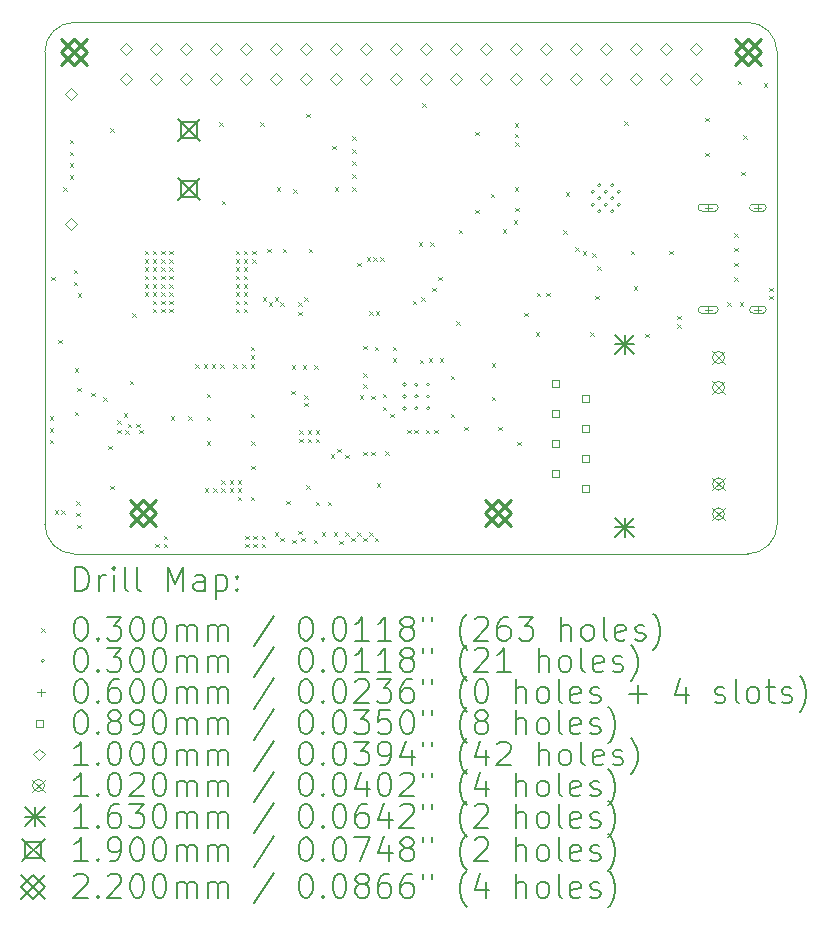
<source format=gbr>
%TF.GenerationSoftware,KiCad,Pcbnew,8.0.7*%
%TF.CreationDate,2025-12-07T18:06:12-08:00*%
%TF.ProjectId,Pivot_Base,5069766f-745f-4426-9173-652e6b696361,rev?*%
%TF.SameCoordinates,Original*%
%TF.FileFunction,Drillmap*%
%TF.FilePolarity,Positive*%
%FSLAX45Y45*%
G04 Gerber Fmt 4.5, Leading zero omitted, Abs format (unit mm)*
G04 Created by KiCad (PCBNEW 8.0.7) date 2025-12-07 18:06:12*
%MOMM*%
%LPD*%
G01*
G04 APERTURE LIST*
%ADD10C,0.050000*%
%ADD11C,0.200000*%
%ADD12C,0.100000*%
%ADD13C,0.102000*%
%ADD14C,0.163000*%
%ADD15C,0.190000*%
%ADD16C,0.220000*%
G04 APERTURE END LIST*
D10*
X20950000Y-10000000D02*
X15250000Y-10000000D01*
X15250000Y-14500000D02*
X20950000Y-14500000D01*
X21200000Y-14250000D02*
X21200000Y-10250000D01*
X21200000Y-14250000D02*
G75*
G02*
X20950000Y-14500000I-250000J0D01*
G01*
X15000000Y-10250000D02*
X15000000Y-14250000D01*
X15250000Y-14500000D02*
G75*
G02*
X15000000Y-14250000I0J250000D01*
G01*
X15000000Y-10250000D02*
G75*
G02*
X15250000Y-10000000I250000J0D01*
G01*
X20950000Y-10000000D02*
G75*
G02*
X21200000Y-10250000I0J-250000D01*
G01*
D11*
D12*
X15040000Y-13335000D02*
X15070000Y-13365000D01*
X15070000Y-13335000D02*
X15040000Y-13365000D01*
X15040000Y-13435000D02*
X15070000Y-13465000D01*
X15070000Y-13435000D02*
X15040000Y-13465000D01*
X15040000Y-13535000D02*
X15070000Y-13565000D01*
X15070000Y-13535000D02*
X15040000Y-13565000D01*
X15055000Y-12155000D02*
X15085000Y-12185000D01*
X15085000Y-12155000D02*
X15055000Y-12185000D01*
X15085000Y-14130000D02*
X15115000Y-14160000D01*
X15115000Y-14130000D02*
X15085000Y-14160000D01*
X15112337Y-12685947D02*
X15142337Y-12715947D01*
X15142337Y-12685947D02*
X15112337Y-12715947D01*
X15140000Y-14130000D02*
X15170000Y-14160000D01*
X15170000Y-14130000D02*
X15140000Y-14160000D01*
X15155000Y-11395000D02*
X15185000Y-11425000D01*
X15185000Y-11395000D02*
X15155000Y-11425000D01*
X15210000Y-10995000D02*
X15240000Y-11025000D01*
X15240000Y-10995000D02*
X15210000Y-11025000D01*
X15210000Y-11095000D02*
X15240000Y-11125000D01*
X15240000Y-11095000D02*
X15210000Y-11125000D01*
X15210000Y-11195000D02*
X15240000Y-11225000D01*
X15240000Y-11195000D02*
X15210000Y-11225000D01*
X15210000Y-11295000D02*
X15240000Y-11325000D01*
X15240000Y-11295000D02*
X15210000Y-11325000D01*
X15245000Y-12095000D02*
X15275000Y-12125000D01*
X15275000Y-12095000D02*
X15245000Y-12125000D01*
X15245000Y-12195000D02*
X15275000Y-12225000D01*
X15275000Y-12195000D02*
X15245000Y-12225000D01*
X15255000Y-12930000D02*
X15285000Y-12960000D01*
X15285000Y-12930000D02*
X15255000Y-12960000D01*
X15255000Y-13295000D02*
X15285000Y-13325000D01*
X15285000Y-13295000D02*
X15255000Y-13325000D01*
X15265000Y-14055000D02*
X15295000Y-14085000D01*
X15295000Y-14055000D02*
X15265000Y-14085000D01*
X15265000Y-14150000D02*
X15295000Y-14180000D01*
X15295000Y-14150000D02*
X15265000Y-14180000D01*
X15275000Y-13095000D02*
X15305000Y-13125000D01*
X15305000Y-13095000D02*
X15275000Y-13125000D01*
X15275000Y-14255000D02*
X15305000Y-14285000D01*
X15305000Y-14255000D02*
X15275000Y-14285000D01*
X15280000Y-12295000D02*
X15310000Y-12325000D01*
X15310000Y-12295000D02*
X15280000Y-12325000D01*
X15395000Y-13135000D02*
X15425000Y-13165000D01*
X15425000Y-13135000D02*
X15395000Y-13165000D01*
X15495000Y-13175000D02*
X15525000Y-13205000D01*
X15525000Y-13175000D02*
X15495000Y-13205000D01*
X15535000Y-13585000D02*
X15565000Y-13615000D01*
X15565000Y-13585000D02*
X15535000Y-13615000D01*
X15555000Y-10895000D02*
X15585000Y-10925000D01*
X15585000Y-10895000D02*
X15555000Y-10925000D01*
X15555000Y-13925000D02*
X15585000Y-13955000D01*
X15585000Y-13925000D02*
X15555000Y-13955000D01*
X15615000Y-13370000D02*
X15645000Y-13400000D01*
X15645000Y-13370000D02*
X15615000Y-13400000D01*
X15615000Y-13450000D02*
X15645000Y-13480000D01*
X15645000Y-13450000D02*
X15615000Y-13480000D01*
X15668750Y-13310000D02*
X15698750Y-13340000D01*
X15698750Y-13310000D02*
X15668750Y-13340000D01*
X15678750Y-13451498D02*
X15708750Y-13481498D01*
X15708750Y-13451498D02*
X15678750Y-13481498D01*
X15703750Y-13400000D02*
X15733750Y-13430000D01*
X15733750Y-13400000D02*
X15703750Y-13430000D01*
X15719000Y-13036000D02*
X15749000Y-13066000D01*
X15749000Y-13036000D02*
X15719000Y-13066000D01*
X15739000Y-12463000D02*
X15769000Y-12493000D01*
X15769000Y-12463000D02*
X15739000Y-12493000D01*
X15773750Y-13400000D02*
X15803750Y-13430000D01*
X15803750Y-13400000D02*
X15773750Y-13430000D01*
X15798750Y-13450956D02*
X15828750Y-13480956D01*
X15828750Y-13450956D02*
X15798750Y-13480956D01*
X15845000Y-11935000D02*
X15875000Y-11965000D01*
X15875000Y-11935000D02*
X15845000Y-11965000D01*
X15845000Y-12005000D02*
X15875000Y-12035000D01*
X15875000Y-12005000D02*
X15845000Y-12035000D01*
X15845000Y-12075000D02*
X15875000Y-12105000D01*
X15875000Y-12075000D02*
X15845000Y-12105000D01*
X15845000Y-12145000D02*
X15875000Y-12175000D01*
X15875000Y-12145000D02*
X15845000Y-12175000D01*
X15845000Y-12215000D02*
X15875000Y-12245000D01*
X15875000Y-12215000D02*
X15845000Y-12245000D01*
X15845000Y-12285000D02*
X15875000Y-12315000D01*
X15875000Y-12285000D02*
X15845000Y-12315000D01*
X15915000Y-11935000D02*
X15945000Y-11965000D01*
X15945000Y-11935000D02*
X15915000Y-11965000D01*
X15915000Y-12005000D02*
X15945000Y-12035000D01*
X15945000Y-12005000D02*
X15915000Y-12035000D01*
X15915000Y-12075000D02*
X15945000Y-12105000D01*
X15945000Y-12075000D02*
X15915000Y-12105000D01*
X15915000Y-12145000D02*
X15945000Y-12175000D01*
X15945000Y-12145000D02*
X15915000Y-12175000D01*
X15915000Y-12215000D02*
X15945000Y-12245000D01*
X15945000Y-12215000D02*
X15915000Y-12245000D01*
X15915000Y-12285000D02*
X15945000Y-12315000D01*
X15945000Y-12285000D02*
X15915000Y-12315000D01*
X15915000Y-12355000D02*
X15945000Y-12385000D01*
X15945000Y-12355000D02*
X15915000Y-12385000D01*
X15915000Y-12425000D02*
X15945000Y-12455000D01*
X15945000Y-12425000D02*
X15915000Y-12455000D01*
X15935000Y-14415000D02*
X15965000Y-14445000D01*
X15965000Y-14415000D02*
X15935000Y-14445000D01*
X15985000Y-11935000D02*
X16015000Y-11965000D01*
X16015000Y-11935000D02*
X15985000Y-11965000D01*
X15985000Y-12005000D02*
X16015000Y-12035000D01*
X16015000Y-12005000D02*
X15985000Y-12035000D01*
X15985000Y-12075000D02*
X16015000Y-12105000D01*
X16015000Y-12075000D02*
X15985000Y-12105000D01*
X15985000Y-12145000D02*
X16015000Y-12175000D01*
X16015000Y-12145000D02*
X15985000Y-12175000D01*
X15985000Y-12215000D02*
X16015000Y-12245000D01*
X16015000Y-12215000D02*
X15985000Y-12245000D01*
X15985000Y-12285000D02*
X16015000Y-12315000D01*
X16015000Y-12285000D02*
X15985000Y-12315000D01*
X15985000Y-12355000D02*
X16015000Y-12385000D01*
X16015000Y-12355000D02*
X15985000Y-12385000D01*
X15985000Y-12425000D02*
X16015000Y-12455000D01*
X16015000Y-12425000D02*
X15985000Y-12455000D01*
X16005000Y-14345000D02*
X16035000Y-14375000D01*
X16035000Y-14345000D02*
X16005000Y-14375000D01*
X16005000Y-14415000D02*
X16035000Y-14445000D01*
X16035000Y-14415000D02*
X16005000Y-14445000D01*
X16055000Y-11935000D02*
X16085000Y-11965000D01*
X16085000Y-11935000D02*
X16055000Y-11965000D01*
X16055000Y-12005000D02*
X16085000Y-12035000D01*
X16085000Y-12005000D02*
X16055000Y-12035000D01*
X16055000Y-12075000D02*
X16085000Y-12105000D01*
X16085000Y-12075000D02*
X16055000Y-12105000D01*
X16055000Y-12145000D02*
X16085000Y-12175000D01*
X16085000Y-12145000D02*
X16055000Y-12175000D01*
X16055000Y-12215000D02*
X16085000Y-12245000D01*
X16085000Y-12215000D02*
X16055000Y-12245000D01*
X16055000Y-12285000D02*
X16085000Y-12315000D01*
X16085000Y-12285000D02*
X16055000Y-12315000D01*
X16055000Y-12355000D02*
X16085000Y-12385000D01*
X16085000Y-12355000D02*
X16055000Y-12385000D01*
X16055000Y-12425000D02*
X16085000Y-12455000D01*
X16085000Y-12425000D02*
X16055000Y-12455000D01*
X16065000Y-13335000D02*
X16095000Y-13365000D01*
X16095000Y-13335000D02*
X16065000Y-13365000D01*
X16215000Y-13335000D02*
X16245000Y-13365000D01*
X16245000Y-13335000D02*
X16215000Y-13365000D01*
X16275000Y-12895000D02*
X16305000Y-12925000D01*
X16305000Y-12895000D02*
X16275000Y-12925000D01*
X16345000Y-12895000D02*
X16375000Y-12925000D01*
X16375000Y-12895000D02*
X16345000Y-12925000D01*
X16355000Y-13945000D02*
X16385000Y-13975000D01*
X16385000Y-13945000D02*
X16355000Y-13975000D01*
X16370000Y-13145000D02*
X16400000Y-13175000D01*
X16400000Y-13145000D02*
X16370000Y-13175000D01*
X16370000Y-13340000D02*
X16400000Y-13370000D01*
X16400000Y-13340000D02*
X16370000Y-13370000D01*
X16370000Y-13545000D02*
X16400000Y-13575000D01*
X16400000Y-13545000D02*
X16370000Y-13575000D01*
X16415000Y-12895000D02*
X16445000Y-12925000D01*
X16445000Y-12895000D02*
X16415000Y-12925000D01*
X16425000Y-13945000D02*
X16455000Y-13975000D01*
X16455000Y-13945000D02*
X16425000Y-13975000D01*
X16475000Y-10845000D02*
X16505000Y-10875000D01*
X16505000Y-10845000D02*
X16475000Y-10875000D01*
X16485000Y-12895000D02*
X16515000Y-12925000D01*
X16515000Y-12895000D02*
X16485000Y-12925000D01*
X16495000Y-13875000D02*
X16525000Y-13905000D01*
X16525000Y-13875000D02*
X16495000Y-13905000D01*
X16495000Y-13945000D02*
X16525000Y-13975000D01*
X16525000Y-13945000D02*
X16495000Y-13975000D01*
X16497500Y-11510000D02*
X16527500Y-11540000D01*
X16527500Y-11510000D02*
X16497500Y-11540000D01*
X16565000Y-13875000D02*
X16595000Y-13905000D01*
X16595000Y-13875000D02*
X16565000Y-13905000D01*
X16565000Y-13945000D02*
X16595000Y-13975000D01*
X16595000Y-13945000D02*
X16565000Y-13975000D01*
X16595000Y-12895000D02*
X16625000Y-12925000D01*
X16625000Y-12895000D02*
X16595000Y-12925000D01*
X16615000Y-11935000D02*
X16645000Y-11965000D01*
X16645000Y-11935000D02*
X16615000Y-11965000D01*
X16615000Y-12005000D02*
X16645000Y-12035000D01*
X16645000Y-12005000D02*
X16615000Y-12035000D01*
X16615000Y-12075000D02*
X16645000Y-12105000D01*
X16645000Y-12075000D02*
X16615000Y-12105000D01*
X16615000Y-12145000D02*
X16645000Y-12175000D01*
X16645000Y-12145000D02*
X16615000Y-12175000D01*
X16615000Y-12215000D02*
X16645000Y-12245000D01*
X16645000Y-12215000D02*
X16615000Y-12245000D01*
X16615000Y-12285000D02*
X16645000Y-12315000D01*
X16645000Y-12285000D02*
X16615000Y-12315000D01*
X16615000Y-12355000D02*
X16645000Y-12385000D01*
X16645000Y-12355000D02*
X16615000Y-12385000D01*
X16615000Y-12425000D02*
X16645000Y-12455000D01*
X16645000Y-12425000D02*
X16615000Y-12455000D01*
X16635000Y-13875000D02*
X16665000Y-13905000D01*
X16665000Y-13875000D02*
X16635000Y-13905000D01*
X16635000Y-13945000D02*
X16665000Y-13975000D01*
X16665000Y-13945000D02*
X16635000Y-13975000D01*
X16635000Y-14015000D02*
X16665000Y-14045000D01*
X16665000Y-14015000D02*
X16635000Y-14045000D01*
X16670000Y-12895000D02*
X16700000Y-12925000D01*
X16700000Y-12895000D02*
X16670000Y-12925000D01*
X16685000Y-11935000D02*
X16715000Y-11965000D01*
X16715000Y-11935000D02*
X16685000Y-11965000D01*
X16685000Y-12005000D02*
X16715000Y-12035000D01*
X16715000Y-12005000D02*
X16685000Y-12035000D01*
X16685000Y-12075000D02*
X16715000Y-12105000D01*
X16715000Y-12075000D02*
X16685000Y-12105000D01*
X16685000Y-12145000D02*
X16715000Y-12175000D01*
X16715000Y-12145000D02*
X16685000Y-12175000D01*
X16685000Y-12215000D02*
X16715000Y-12245000D01*
X16715000Y-12215000D02*
X16685000Y-12245000D01*
X16685000Y-12285000D02*
X16715000Y-12315000D01*
X16715000Y-12285000D02*
X16685000Y-12315000D01*
X16685000Y-12355000D02*
X16715000Y-12385000D01*
X16715000Y-12355000D02*
X16685000Y-12385000D01*
X16685000Y-12425000D02*
X16715000Y-12455000D01*
X16715000Y-12425000D02*
X16685000Y-12455000D01*
X16695000Y-14345000D02*
X16725000Y-14375000D01*
X16725000Y-14345000D02*
X16695000Y-14375000D01*
X16695000Y-14415000D02*
X16725000Y-14445000D01*
X16725000Y-14415000D02*
X16695000Y-14445000D01*
X16745000Y-12745000D02*
X16775000Y-12775000D01*
X16775000Y-12745000D02*
X16745000Y-12775000D01*
X16745000Y-12820000D02*
X16775000Y-12850000D01*
X16775000Y-12820000D02*
X16745000Y-12850000D01*
X16745000Y-12895000D02*
X16775000Y-12925000D01*
X16775000Y-12895000D02*
X16745000Y-12925000D01*
X16745000Y-13315000D02*
X16775000Y-13345000D01*
X16775000Y-13315000D02*
X16745000Y-13345000D01*
X16745000Y-14015000D02*
X16775000Y-14045000D01*
X16775000Y-14015000D02*
X16745000Y-14045000D01*
X16750000Y-13545000D02*
X16780000Y-13575000D01*
X16780000Y-13545000D02*
X16750000Y-13575000D01*
X16750000Y-13755000D02*
X16780000Y-13785000D01*
X16780000Y-13755000D02*
X16750000Y-13785000D01*
X16755000Y-11935000D02*
X16785000Y-11965000D01*
X16785000Y-11935000D02*
X16755000Y-11965000D01*
X16755000Y-12005000D02*
X16785000Y-12035000D01*
X16785000Y-12005000D02*
X16755000Y-12035000D01*
X16765000Y-14345000D02*
X16795000Y-14375000D01*
X16795000Y-14345000D02*
X16765000Y-14375000D01*
X16765000Y-14415000D02*
X16795000Y-14445000D01*
X16795000Y-14415000D02*
X16765000Y-14445000D01*
X16825000Y-10845000D02*
X16855000Y-10875000D01*
X16855000Y-10845000D02*
X16825000Y-10875000D01*
X16835000Y-14345000D02*
X16865000Y-14375000D01*
X16865000Y-14345000D02*
X16835000Y-14375000D01*
X16835000Y-14415000D02*
X16865000Y-14445000D01*
X16865000Y-14415000D02*
X16835000Y-14445000D01*
X16845000Y-12325000D02*
X16875000Y-12355000D01*
X16875000Y-12325000D02*
X16845000Y-12355000D01*
X16885000Y-11915000D02*
X16915000Y-11945000D01*
X16915000Y-11915000D02*
X16885000Y-11945000D01*
X16895000Y-12370000D02*
X16925000Y-12400000D01*
X16925000Y-12370000D02*
X16895000Y-12400000D01*
X16945000Y-12325000D02*
X16975000Y-12355000D01*
X16975000Y-12325000D02*
X16945000Y-12355000D01*
X16945000Y-14315000D02*
X16975000Y-14345000D01*
X16975000Y-14315000D02*
X16945000Y-14345000D01*
X16965000Y-11395000D02*
X16995000Y-11425000D01*
X16995000Y-11395000D02*
X16965000Y-11425000D01*
X16995000Y-12370000D02*
X17025000Y-12400000D01*
X17025000Y-12370000D02*
X16995000Y-12400000D01*
X16995000Y-14365000D02*
X17025000Y-14395000D01*
X17025000Y-14365000D02*
X16995000Y-14395000D01*
X17015000Y-11915000D02*
X17045000Y-11945000D01*
X17045000Y-11915000D02*
X17015000Y-11945000D01*
X17045000Y-14050000D02*
X17075000Y-14080000D01*
X17075000Y-14050000D02*
X17045000Y-14080000D01*
X17085000Y-13117500D02*
X17115000Y-13147500D01*
X17115000Y-13117500D02*
X17085000Y-13147500D01*
X17090000Y-12903500D02*
X17120000Y-12933500D01*
X17120000Y-12903500D02*
X17090000Y-12933500D01*
X17095000Y-14380000D02*
X17125000Y-14410000D01*
X17125000Y-14380000D02*
X17095000Y-14410000D01*
X17105000Y-11412500D02*
X17135000Y-11442500D01*
X17135000Y-11412500D02*
X17105000Y-11442500D01*
X17143780Y-14302750D02*
X17173780Y-14332750D01*
X17173780Y-14302750D02*
X17143780Y-14332750D01*
X17145000Y-12370000D02*
X17175000Y-12400000D01*
X17175000Y-12370000D02*
X17145000Y-12400000D01*
X17145000Y-12449000D02*
X17175000Y-12479000D01*
X17175000Y-12449000D02*
X17145000Y-12479000D01*
X17155000Y-13455000D02*
X17185000Y-13485000D01*
X17185000Y-13455000D02*
X17155000Y-13485000D01*
X17155000Y-13525000D02*
X17185000Y-13555000D01*
X17185000Y-13525000D02*
X17155000Y-13555000D01*
X17170000Y-14365000D02*
X17200000Y-14395000D01*
X17200000Y-14365000D02*
X17170000Y-14395000D01*
X17185000Y-12903500D02*
X17215000Y-12933500D01*
X17215000Y-12903500D02*
X17185000Y-12933500D01*
X17195000Y-12325000D02*
X17225000Y-12355000D01*
X17225000Y-12325000D02*
X17195000Y-12355000D01*
X17195000Y-13155000D02*
X17225000Y-13185000D01*
X17225000Y-13155000D02*
X17195000Y-13185000D01*
X17195000Y-13220000D02*
X17225000Y-13250000D01*
X17225000Y-13220000D02*
X17195000Y-13250000D01*
X17215000Y-10775000D02*
X17245000Y-10805000D01*
X17245000Y-10775000D02*
X17215000Y-10805000D01*
X17215000Y-13920000D02*
X17245000Y-13950000D01*
X17245000Y-13920000D02*
X17215000Y-13950000D01*
X17225000Y-13455000D02*
X17255000Y-13485000D01*
X17255000Y-13455000D02*
X17225000Y-13485000D01*
X17225000Y-13525000D02*
X17255000Y-13555000D01*
X17255000Y-13525000D02*
X17225000Y-13555000D01*
X17235000Y-11915000D02*
X17265000Y-11945000D01*
X17265000Y-11915000D02*
X17235000Y-11945000D01*
X17275000Y-14380000D02*
X17305000Y-14410000D01*
X17305000Y-14380000D02*
X17275000Y-14410000D01*
X17280000Y-12903500D02*
X17310000Y-12933500D01*
X17310000Y-12903500D02*
X17280000Y-12933500D01*
X17295000Y-13455000D02*
X17325000Y-13485000D01*
X17325000Y-13455000D02*
X17295000Y-13485000D01*
X17295000Y-13525000D02*
X17325000Y-13555000D01*
X17325000Y-13525000D02*
X17295000Y-13555000D01*
X17295000Y-14060000D02*
X17325000Y-14090000D01*
X17325000Y-14060000D02*
X17295000Y-14090000D01*
X17345000Y-14315000D02*
X17375000Y-14345000D01*
X17375000Y-14315000D02*
X17345000Y-14345000D01*
X17395000Y-14060000D02*
X17425000Y-14090000D01*
X17425000Y-14060000D02*
X17395000Y-14090000D01*
X17420000Y-13655000D02*
X17450000Y-13685000D01*
X17450000Y-13655000D02*
X17420000Y-13685000D01*
X17435000Y-11045000D02*
X17465000Y-11075000D01*
X17465000Y-11045000D02*
X17435000Y-11075000D01*
X17445000Y-14315000D02*
X17475000Y-14345000D01*
X17475000Y-14315000D02*
X17445000Y-14345000D01*
X17455000Y-11395000D02*
X17485000Y-11425000D01*
X17485000Y-11395000D02*
X17455000Y-11425000D01*
X17475000Y-13610000D02*
X17505000Y-13640000D01*
X17505000Y-13610000D02*
X17475000Y-13640000D01*
X17495000Y-14390000D02*
X17525000Y-14420000D01*
X17525000Y-14390000D02*
X17495000Y-14420000D01*
X17544216Y-13660784D02*
X17574216Y-13690784D01*
X17574216Y-13660784D02*
X17544216Y-13690784D01*
X17545000Y-14315000D02*
X17575000Y-14345000D01*
X17575000Y-14315000D02*
X17545000Y-14345000D01*
X17595000Y-14365000D02*
X17625000Y-14395000D01*
X17625000Y-14365000D02*
X17595000Y-14395000D01*
X17605000Y-10965000D02*
X17635000Y-10995000D01*
X17635000Y-10965000D02*
X17605000Y-10995000D01*
X17605000Y-11075000D02*
X17635000Y-11105000D01*
X17635000Y-11075000D02*
X17605000Y-11105000D01*
X17605000Y-11175000D02*
X17635000Y-11205000D01*
X17635000Y-11175000D02*
X17605000Y-11205000D01*
X17605000Y-11285000D02*
X17635000Y-11315000D01*
X17635000Y-11285000D02*
X17605000Y-11315000D01*
X17605000Y-11395000D02*
X17635000Y-11425000D01*
X17635000Y-11395000D02*
X17605000Y-11425000D01*
X17645000Y-12035000D02*
X17675000Y-12065000D01*
X17675000Y-12035000D02*
X17645000Y-12065000D01*
X17645000Y-14315000D02*
X17675000Y-14345000D01*
X17675000Y-14315000D02*
X17645000Y-14345000D01*
X17667500Y-13159000D02*
X17697500Y-13189000D01*
X17697500Y-13159000D02*
X17667500Y-13189000D01*
X17695000Y-12737500D02*
X17725000Y-12767500D01*
X17725000Y-12737500D02*
X17695000Y-12767500D01*
X17695000Y-13635000D02*
X17725000Y-13665000D01*
X17725000Y-13635000D02*
X17695000Y-13665000D01*
X17695000Y-14365000D02*
X17725000Y-14395000D01*
X17725000Y-14365000D02*
X17695000Y-14395000D01*
X17698000Y-12970500D02*
X17728000Y-13000500D01*
X17728000Y-12970500D02*
X17698000Y-13000500D01*
X17698000Y-13064500D02*
X17728000Y-13094500D01*
X17728000Y-13064500D02*
X17698000Y-13094500D01*
X17724216Y-11989216D02*
X17754216Y-12019216D01*
X17754216Y-11989216D02*
X17724216Y-12019216D01*
X17745000Y-12445000D02*
X17775000Y-12475000D01*
X17775000Y-12445000D02*
X17745000Y-12475000D01*
X17745000Y-14315000D02*
X17775000Y-14345000D01*
X17775000Y-14315000D02*
X17745000Y-14345000D01*
X17762900Y-13160000D02*
X17792900Y-13190000D01*
X17792900Y-13160000D02*
X17762900Y-13190000D01*
X17765000Y-13635000D02*
X17795000Y-13665000D01*
X17795000Y-13635000D02*
X17765000Y-13665000D01*
X17780000Y-11990000D02*
X17810000Y-12020000D01*
X17810000Y-11990000D02*
X17780000Y-12020000D01*
X17793000Y-12745500D02*
X17823000Y-12775500D01*
X17823000Y-12745500D02*
X17793000Y-12775500D01*
X17795000Y-14365000D02*
X17825000Y-14395000D01*
X17825000Y-14365000D02*
X17795000Y-14395000D01*
X17800000Y-12445000D02*
X17830000Y-12475000D01*
X17830000Y-12445000D02*
X17800000Y-12475000D01*
X17810000Y-13902650D02*
X17840000Y-13932650D01*
X17840000Y-13902650D02*
X17810000Y-13932650D01*
X17840000Y-11990000D02*
X17870000Y-12020000D01*
X17870000Y-11990000D02*
X17840000Y-12020000D01*
X17859900Y-13255000D02*
X17889900Y-13285000D01*
X17889900Y-13255000D02*
X17859900Y-13285000D01*
X17860000Y-13145000D02*
X17890000Y-13175000D01*
X17890000Y-13145000D02*
X17860000Y-13175000D01*
X17883000Y-13633000D02*
X17913000Y-13663000D01*
X17913000Y-13633000D02*
X17883000Y-13663000D01*
X17925000Y-13315000D02*
X17955000Y-13345000D01*
X17955000Y-13315000D02*
X17925000Y-13345000D01*
X17946750Y-12747500D02*
X17976750Y-12777500D01*
X17976750Y-12747500D02*
X17946750Y-12777500D01*
X17946750Y-12843500D02*
X17976750Y-12873500D01*
X17976750Y-12843500D02*
X17946750Y-12873500D01*
X18067500Y-13447500D02*
X18097500Y-13477500D01*
X18097500Y-13447500D02*
X18067500Y-13477500D01*
X18115000Y-12355000D02*
X18145000Y-12385000D01*
X18145000Y-12355000D02*
X18115000Y-12385000D01*
X18127500Y-13447500D02*
X18157500Y-13477500D01*
X18157500Y-13447500D02*
X18127500Y-13477500D01*
X18165000Y-11860000D02*
X18195000Y-11890000D01*
X18195000Y-11860000D02*
X18165000Y-11890000D01*
X18173180Y-12858180D02*
X18203180Y-12888180D01*
X18203180Y-12858180D02*
X18173180Y-12888180D01*
X18185000Y-12325000D02*
X18215000Y-12355000D01*
X18215000Y-12325000D02*
X18185000Y-12355000D01*
X18195000Y-10685000D02*
X18225000Y-10715000D01*
X18225000Y-10685000D02*
X18195000Y-10715000D01*
X18226716Y-13448284D02*
X18256716Y-13478284D01*
X18256716Y-13448284D02*
X18226716Y-13478284D01*
X18250000Y-12845000D02*
X18280000Y-12875000D01*
X18280000Y-12845000D02*
X18250000Y-12875000D01*
X18265000Y-11860000D02*
X18295000Y-11890000D01*
X18295000Y-11860000D02*
X18265000Y-11890000D01*
X18280000Y-12245000D02*
X18310000Y-12275000D01*
X18310000Y-12245000D02*
X18280000Y-12275000D01*
X18295000Y-13447500D02*
X18325000Y-13477500D01*
X18325000Y-13447500D02*
X18295000Y-13477500D01*
X18330000Y-12155000D02*
X18360000Y-12185000D01*
X18360000Y-12155000D02*
X18330000Y-12185000D01*
X18345000Y-12845500D02*
X18375000Y-12875500D01*
X18375000Y-12845500D02*
X18345000Y-12875500D01*
X18435750Y-13312500D02*
X18465750Y-13342500D01*
X18465750Y-13312500D02*
X18435750Y-13342500D01*
X18436500Y-12992500D02*
X18466500Y-13022500D01*
X18466500Y-12992500D02*
X18436500Y-13022500D01*
X18485000Y-12532500D02*
X18515000Y-12562500D01*
X18515000Y-12532500D02*
X18485000Y-12562500D01*
X18505000Y-11755000D02*
X18535000Y-11785000D01*
X18535000Y-11755000D02*
X18505000Y-11785000D01*
X18549000Y-13425000D02*
X18579000Y-13455000D01*
X18579000Y-13425000D02*
X18549000Y-13455000D01*
X18645000Y-10924289D02*
X18675000Y-10954289D01*
X18675000Y-10924289D02*
X18645000Y-10954289D01*
X18645000Y-11585000D02*
X18675000Y-11615000D01*
X18675000Y-11585000D02*
X18645000Y-11615000D01*
X18775000Y-11452500D02*
X18805000Y-11482500D01*
X18805000Y-11452500D02*
X18775000Y-11482500D01*
X18785000Y-12887000D02*
X18815000Y-12917000D01*
X18815000Y-12887000D02*
X18785000Y-12917000D01*
X18785000Y-13170000D02*
X18815000Y-13200000D01*
X18815000Y-13170000D02*
X18785000Y-13200000D01*
X18837000Y-13425000D02*
X18867000Y-13455000D01*
X18867000Y-13425000D02*
X18837000Y-13455000D01*
X18877500Y-11752500D02*
X18907500Y-11782500D01*
X18907500Y-11752500D02*
X18877500Y-11782500D01*
X18970000Y-11677500D02*
X19000000Y-11707500D01*
X19000000Y-11677500D02*
X18970000Y-11707500D01*
X18977500Y-10942500D02*
X19007500Y-10972500D01*
X19007500Y-10942500D02*
X18977500Y-10972500D01*
X18977613Y-11394727D02*
X19007613Y-11424727D01*
X19007613Y-11394727D02*
X18977613Y-11424727D01*
X18980000Y-10852500D02*
X19010000Y-10882500D01*
X19010000Y-10852500D02*
X18980000Y-10882500D01*
X18981867Y-11016072D02*
X19011867Y-11046072D01*
X19011867Y-11016072D02*
X18981867Y-11046072D01*
X18982500Y-11570000D02*
X19012500Y-11600000D01*
X19012500Y-11570000D02*
X18982500Y-11600000D01*
X19000000Y-13550000D02*
X19030000Y-13580000D01*
X19030000Y-13550000D02*
X19000000Y-13580000D01*
X19060000Y-12460000D02*
X19090000Y-12490000D01*
X19090000Y-12460000D02*
X19060000Y-12490000D01*
X19155000Y-12625000D02*
X19185000Y-12655000D01*
X19185000Y-12625000D02*
X19155000Y-12655000D01*
X19165000Y-12290000D02*
X19195000Y-12320000D01*
X19195000Y-12290000D02*
X19165000Y-12320000D01*
X19245000Y-12290000D02*
X19275000Y-12320000D01*
X19275000Y-12290000D02*
X19245000Y-12320000D01*
X19390000Y-11760000D02*
X19420000Y-11790000D01*
X19420000Y-11760000D02*
X19390000Y-11790000D01*
X19410000Y-11440000D02*
X19440000Y-11470000D01*
X19440000Y-11440000D02*
X19410000Y-11470000D01*
X19492500Y-11902500D02*
X19522500Y-11932500D01*
X19522500Y-11902500D02*
X19492500Y-11932500D01*
X19555000Y-11940000D02*
X19585000Y-11970000D01*
X19585000Y-11940000D02*
X19555000Y-11970000D01*
X19620000Y-12625000D02*
X19650000Y-12655000D01*
X19650000Y-12625000D02*
X19620000Y-12655000D01*
X19635000Y-11955000D02*
X19665000Y-11985000D01*
X19665000Y-11955000D02*
X19635000Y-11985000D01*
X19660000Y-12315000D02*
X19690000Y-12345000D01*
X19690000Y-12315000D02*
X19660000Y-12345000D01*
X19676954Y-12065000D02*
X19706954Y-12095000D01*
X19706954Y-12065000D02*
X19676954Y-12095000D01*
X19905000Y-10835000D02*
X19935000Y-10865000D01*
X19935000Y-10835000D02*
X19905000Y-10865000D01*
X19960000Y-11935000D02*
X19990000Y-11965000D01*
X19990000Y-11935000D02*
X19960000Y-11965000D01*
X19985000Y-12232350D02*
X20015000Y-12262350D01*
X20015000Y-12232350D02*
X19985000Y-12262350D01*
X20085000Y-12635000D02*
X20115000Y-12665000D01*
X20115000Y-12635000D02*
X20085000Y-12665000D01*
X20285000Y-11935000D02*
X20315000Y-11965000D01*
X20315000Y-11935000D02*
X20285000Y-11965000D01*
X20355000Y-12485000D02*
X20385000Y-12515000D01*
X20385000Y-12485000D02*
X20355000Y-12515000D01*
X20355000Y-12555000D02*
X20385000Y-12585000D01*
X20385000Y-12555000D02*
X20355000Y-12585000D01*
X20590000Y-10807500D02*
X20620000Y-10837500D01*
X20620000Y-10807500D02*
X20590000Y-10837500D01*
X20590000Y-11105000D02*
X20620000Y-11135000D01*
X20620000Y-11105000D02*
X20590000Y-11135000D01*
X20780000Y-12370000D02*
X20810000Y-12400000D01*
X20810000Y-12370000D02*
X20780000Y-12400000D01*
X20835000Y-11785000D02*
X20865000Y-11815000D01*
X20865000Y-11785000D02*
X20835000Y-11815000D01*
X20835000Y-11910000D02*
X20865000Y-11940000D01*
X20865000Y-11910000D02*
X20835000Y-11940000D01*
X20835000Y-12035000D02*
X20865000Y-12065000D01*
X20865000Y-12035000D02*
X20835000Y-12065000D01*
X20835000Y-12160000D02*
X20865000Y-12190000D01*
X20865000Y-12160000D02*
X20835000Y-12190000D01*
X20865000Y-10495000D02*
X20895000Y-10525000D01*
X20895000Y-10495000D02*
X20865000Y-10525000D01*
X20885000Y-12370000D02*
X20915000Y-12400000D01*
X20915000Y-12370000D02*
X20885000Y-12400000D01*
X20895000Y-11265000D02*
X20925000Y-11295000D01*
X20925000Y-11265000D02*
X20895000Y-11295000D01*
X20915000Y-10955000D02*
X20945000Y-10985000D01*
X20945000Y-10955000D02*
X20915000Y-10985000D01*
X21085000Y-10515000D02*
X21115000Y-10545000D01*
X21115000Y-10515000D02*
X21085000Y-10545000D01*
X21135000Y-12245000D02*
X21165000Y-12275000D01*
X21165000Y-12245000D02*
X21135000Y-12275000D01*
X21135000Y-12315000D02*
X21165000Y-12345000D01*
X21165000Y-12315000D02*
X21135000Y-12345000D01*
X18060000Y-13067500D02*
G75*
G02*
X18030000Y-13067500I-15000J0D01*
G01*
X18030000Y-13067500D02*
G75*
G02*
X18060000Y-13067500I15000J0D01*
G01*
X18060000Y-13167500D02*
G75*
G02*
X18030000Y-13167500I-15000J0D01*
G01*
X18030000Y-13167500D02*
G75*
G02*
X18060000Y-13167500I15000J0D01*
G01*
X18060000Y-13267500D02*
G75*
G02*
X18030000Y-13267500I-15000J0D01*
G01*
X18030000Y-13267500D02*
G75*
G02*
X18060000Y-13267500I15000J0D01*
G01*
X18160000Y-13067500D02*
G75*
G02*
X18130000Y-13067500I-15000J0D01*
G01*
X18130000Y-13067500D02*
G75*
G02*
X18160000Y-13067500I15000J0D01*
G01*
X18160000Y-13167500D02*
G75*
G02*
X18130000Y-13167500I-15000J0D01*
G01*
X18130000Y-13167500D02*
G75*
G02*
X18160000Y-13167500I15000J0D01*
G01*
X18160000Y-13267500D02*
G75*
G02*
X18130000Y-13267500I-15000J0D01*
G01*
X18130000Y-13267500D02*
G75*
G02*
X18160000Y-13267500I15000J0D01*
G01*
X18260000Y-13067500D02*
G75*
G02*
X18230000Y-13067500I-15000J0D01*
G01*
X18230000Y-13067500D02*
G75*
G02*
X18260000Y-13067500I15000J0D01*
G01*
X18260000Y-13167500D02*
G75*
G02*
X18230000Y-13167500I-15000J0D01*
G01*
X18230000Y-13167500D02*
G75*
G02*
X18260000Y-13167500I15000J0D01*
G01*
X18260000Y-13267500D02*
G75*
G02*
X18230000Y-13267500I-15000J0D01*
G01*
X18230000Y-13267500D02*
G75*
G02*
X18260000Y-13267500I15000J0D01*
G01*
X19655000Y-11435000D02*
G75*
G02*
X19625000Y-11435000I-15000J0D01*
G01*
X19625000Y-11435000D02*
G75*
G02*
X19655000Y-11435000I15000J0D01*
G01*
X19655000Y-11545000D02*
G75*
G02*
X19625000Y-11545000I-15000J0D01*
G01*
X19625000Y-11545000D02*
G75*
G02*
X19655000Y-11545000I15000J0D01*
G01*
X19710000Y-11380000D02*
G75*
G02*
X19680000Y-11380000I-15000J0D01*
G01*
X19680000Y-11380000D02*
G75*
G02*
X19710000Y-11380000I15000J0D01*
G01*
X19710000Y-11490000D02*
G75*
G02*
X19680000Y-11490000I-15000J0D01*
G01*
X19680000Y-11490000D02*
G75*
G02*
X19710000Y-11490000I15000J0D01*
G01*
X19710000Y-11600000D02*
G75*
G02*
X19680000Y-11600000I-15000J0D01*
G01*
X19680000Y-11600000D02*
G75*
G02*
X19710000Y-11600000I15000J0D01*
G01*
X19765000Y-11435000D02*
G75*
G02*
X19735000Y-11435000I-15000J0D01*
G01*
X19735000Y-11435000D02*
G75*
G02*
X19765000Y-11435000I15000J0D01*
G01*
X19765000Y-11545000D02*
G75*
G02*
X19735000Y-11545000I-15000J0D01*
G01*
X19735000Y-11545000D02*
G75*
G02*
X19765000Y-11545000I15000J0D01*
G01*
X19820000Y-11380000D02*
G75*
G02*
X19790000Y-11380000I-15000J0D01*
G01*
X19790000Y-11380000D02*
G75*
G02*
X19820000Y-11380000I15000J0D01*
G01*
X19820000Y-11490000D02*
G75*
G02*
X19790000Y-11490000I-15000J0D01*
G01*
X19790000Y-11490000D02*
G75*
G02*
X19820000Y-11490000I15000J0D01*
G01*
X19820000Y-11600000D02*
G75*
G02*
X19790000Y-11600000I-15000J0D01*
G01*
X19790000Y-11600000D02*
G75*
G02*
X19820000Y-11600000I15000J0D01*
G01*
X19875000Y-11435000D02*
G75*
G02*
X19845000Y-11435000I-15000J0D01*
G01*
X19845000Y-11435000D02*
G75*
G02*
X19875000Y-11435000I15000J0D01*
G01*
X19875000Y-11545000D02*
G75*
G02*
X19845000Y-11545000I-15000J0D01*
G01*
X19845000Y-11545000D02*
G75*
G02*
X19875000Y-11545000I15000J0D01*
G01*
X20617500Y-11538000D02*
X20617500Y-11598000D01*
X20587500Y-11568000D02*
X20647500Y-11568000D01*
X20562500Y-11598000D02*
X20672500Y-11598000D01*
X20672500Y-11538000D02*
G75*
G02*
X20672500Y-11598000I0J-30000D01*
G01*
X20672500Y-11538000D02*
X20562500Y-11538000D01*
X20562500Y-11538000D02*
G75*
G03*
X20562500Y-11598000I0J-30000D01*
G01*
X20617500Y-12402000D02*
X20617500Y-12462000D01*
X20587500Y-12432000D02*
X20647500Y-12432000D01*
X20562500Y-12462000D02*
X20672500Y-12462000D01*
X20672500Y-12402000D02*
G75*
G02*
X20672500Y-12462000I0J-30000D01*
G01*
X20672500Y-12402000D02*
X20562500Y-12402000D01*
X20562500Y-12402000D02*
G75*
G03*
X20562500Y-12462000I0J-30000D01*
G01*
X21037500Y-11538000D02*
X21037500Y-11598000D01*
X21007500Y-11568000D02*
X21067500Y-11568000D01*
X20997500Y-11598000D02*
X21077500Y-11598000D01*
X21077500Y-11538000D02*
G75*
G02*
X21077500Y-11598000I0J-30000D01*
G01*
X21077500Y-11538000D02*
X20997500Y-11538000D01*
X20997500Y-11538000D02*
G75*
G03*
X20997500Y-11598000I0J-30000D01*
G01*
X21037500Y-12402000D02*
X21037500Y-12462000D01*
X21007500Y-12432000D02*
X21067500Y-12432000D01*
X20997500Y-12462000D02*
X21077500Y-12462000D01*
X21077500Y-12402000D02*
G75*
G02*
X21077500Y-12462000I0J-30000D01*
G01*
X21077500Y-12402000D02*
X20997500Y-12402000D01*
X20997500Y-12402000D02*
G75*
G03*
X20997500Y-12462000I0J-30000D01*
G01*
X19356467Y-13087467D02*
X19356467Y-13024533D01*
X19293533Y-13024533D01*
X19293533Y-13087467D01*
X19356467Y-13087467D01*
X19356467Y-13341467D02*
X19356467Y-13278533D01*
X19293533Y-13278533D01*
X19293533Y-13341467D01*
X19356467Y-13341467D01*
X19356467Y-13595467D02*
X19356467Y-13532533D01*
X19293533Y-13532533D01*
X19293533Y-13595467D01*
X19356467Y-13595467D01*
X19356467Y-13849467D02*
X19356467Y-13786533D01*
X19293533Y-13786533D01*
X19293533Y-13849467D01*
X19356467Y-13849467D01*
X19610467Y-13214467D02*
X19610467Y-13151533D01*
X19547533Y-13151533D01*
X19547533Y-13214467D01*
X19610467Y-13214467D01*
X19610467Y-13468467D02*
X19610467Y-13405533D01*
X19547533Y-13405533D01*
X19547533Y-13468467D01*
X19610467Y-13468467D01*
X19610467Y-13722467D02*
X19610467Y-13659533D01*
X19547533Y-13659533D01*
X19547533Y-13722467D01*
X19610467Y-13722467D01*
X19610467Y-13976467D02*
X19610467Y-13913533D01*
X19547533Y-13913533D01*
X19547533Y-13976467D01*
X19610467Y-13976467D01*
X15220000Y-10660000D02*
X15270000Y-10610000D01*
X15220000Y-10560000D01*
X15170000Y-10610000D01*
X15220000Y-10660000D01*
X15220000Y-11760000D02*
X15270000Y-11710000D01*
X15220000Y-11660000D01*
X15170000Y-11710000D01*
X15220000Y-11760000D01*
X15687000Y-10273000D02*
X15737000Y-10223000D01*
X15687000Y-10173000D01*
X15637000Y-10223000D01*
X15687000Y-10273000D01*
X15687000Y-10527000D02*
X15737000Y-10477000D01*
X15687000Y-10427000D01*
X15637000Y-10477000D01*
X15687000Y-10527000D01*
X15941000Y-10273000D02*
X15991000Y-10223000D01*
X15941000Y-10173000D01*
X15891000Y-10223000D01*
X15941000Y-10273000D01*
X15941000Y-10527000D02*
X15991000Y-10477000D01*
X15941000Y-10427000D01*
X15891000Y-10477000D01*
X15941000Y-10527000D01*
X16195000Y-10273000D02*
X16245000Y-10223000D01*
X16195000Y-10173000D01*
X16145000Y-10223000D01*
X16195000Y-10273000D01*
X16195000Y-10527000D02*
X16245000Y-10477000D01*
X16195000Y-10427000D01*
X16145000Y-10477000D01*
X16195000Y-10527000D01*
X16449000Y-10273000D02*
X16499000Y-10223000D01*
X16449000Y-10173000D01*
X16399000Y-10223000D01*
X16449000Y-10273000D01*
X16449000Y-10527000D02*
X16499000Y-10477000D01*
X16449000Y-10427000D01*
X16399000Y-10477000D01*
X16449000Y-10527000D01*
X16703000Y-10273000D02*
X16753000Y-10223000D01*
X16703000Y-10173000D01*
X16653000Y-10223000D01*
X16703000Y-10273000D01*
X16703000Y-10527000D02*
X16753000Y-10477000D01*
X16703000Y-10427000D01*
X16653000Y-10477000D01*
X16703000Y-10527000D01*
X16957000Y-10273000D02*
X17007000Y-10223000D01*
X16957000Y-10173000D01*
X16907000Y-10223000D01*
X16957000Y-10273000D01*
X16957000Y-10527000D02*
X17007000Y-10477000D01*
X16957000Y-10427000D01*
X16907000Y-10477000D01*
X16957000Y-10527000D01*
X17211000Y-10273000D02*
X17261000Y-10223000D01*
X17211000Y-10173000D01*
X17161000Y-10223000D01*
X17211000Y-10273000D01*
X17211000Y-10527000D02*
X17261000Y-10477000D01*
X17211000Y-10427000D01*
X17161000Y-10477000D01*
X17211000Y-10527000D01*
X17465000Y-10273000D02*
X17515000Y-10223000D01*
X17465000Y-10173000D01*
X17415000Y-10223000D01*
X17465000Y-10273000D01*
X17465000Y-10527000D02*
X17515000Y-10477000D01*
X17465000Y-10427000D01*
X17415000Y-10477000D01*
X17465000Y-10527000D01*
X17719000Y-10273000D02*
X17769000Y-10223000D01*
X17719000Y-10173000D01*
X17669000Y-10223000D01*
X17719000Y-10273000D01*
X17719000Y-10527000D02*
X17769000Y-10477000D01*
X17719000Y-10427000D01*
X17669000Y-10477000D01*
X17719000Y-10527000D01*
X17973000Y-10273000D02*
X18023000Y-10223000D01*
X17973000Y-10173000D01*
X17923000Y-10223000D01*
X17973000Y-10273000D01*
X17973000Y-10527000D02*
X18023000Y-10477000D01*
X17973000Y-10427000D01*
X17923000Y-10477000D01*
X17973000Y-10527000D01*
X18227000Y-10273000D02*
X18277000Y-10223000D01*
X18227000Y-10173000D01*
X18177000Y-10223000D01*
X18227000Y-10273000D01*
X18227000Y-10527000D02*
X18277000Y-10477000D01*
X18227000Y-10427000D01*
X18177000Y-10477000D01*
X18227000Y-10527000D01*
X18481000Y-10273000D02*
X18531000Y-10223000D01*
X18481000Y-10173000D01*
X18431000Y-10223000D01*
X18481000Y-10273000D01*
X18481000Y-10527000D02*
X18531000Y-10477000D01*
X18481000Y-10427000D01*
X18431000Y-10477000D01*
X18481000Y-10527000D01*
X18735000Y-10273000D02*
X18785000Y-10223000D01*
X18735000Y-10173000D01*
X18685000Y-10223000D01*
X18735000Y-10273000D01*
X18735000Y-10527000D02*
X18785000Y-10477000D01*
X18735000Y-10427000D01*
X18685000Y-10477000D01*
X18735000Y-10527000D01*
X18989000Y-10273000D02*
X19039000Y-10223000D01*
X18989000Y-10173000D01*
X18939000Y-10223000D01*
X18989000Y-10273000D01*
X18989000Y-10527000D02*
X19039000Y-10477000D01*
X18989000Y-10427000D01*
X18939000Y-10477000D01*
X18989000Y-10527000D01*
X19243000Y-10273000D02*
X19293000Y-10223000D01*
X19243000Y-10173000D01*
X19193000Y-10223000D01*
X19243000Y-10273000D01*
X19243000Y-10527000D02*
X19293000Y-10477000D01*
X19243000Y-10427000D01*
X19193000Y-10477000D01*
X19243000Y-10527000D01*
X19497000Y-10273000D02*
X19547000Y-10223000D01*
X19497000Y-10173000D01*
X19447000Y-10223000D01*
X19497000Y-10273000D01*
X19497000Y-10527000D02*
X19547000Y-10477000D01*
X19497000Y-10427000D01*
X19447000Y-10477000D01*
X19497000Y-10527000D01*
X19751000Y-10273000D02*
X19801000Y-10223000D01*
X19751000Y-10173000D01*
X19701000Y-10223000D01*
X19751000Y-10273000D01*
X19751000Y-10527000D02*
X19801000Y-10477000D01*
X19751000Y-10427000D01*
X19701000Y-10477000D01*
X19751000Y-10527000D01*
X20005000Y-10273000D02*
X20055000Y-10223000D01*
X20005000Y-10173000D01*
X19955000Y-10223000D01*
X20005000Y-10273000D01*
X20005000Y-10527000D02*
X20055000Y-10477000D01*
X20005000Y-10427000D01*
X19955000Y-10477000D01*
X20005000Y-10527000D01*
X20259000Y-10273000D02*
X20309000Y-10223000D01*
X20259000Y-10173000D01*
X20209000Y-10223000D01*
X20259000Y-10273000D01*
X20259000Y-10527000D02*
X20309000Y-10477000D01*
X20259000Y-10427000D01*
X20209000Y-10477000D01*
X20259000Y-10527000D01*
X20513000Y-10273000D02*
X20563000Y-10223000D01*
X20513000Y-10173000D01*
X20463000Y-10223000D01*
X20513000Y-10273000D01*
X20513000Y-10527000D02*
X20563000Y-10477000D01*
X20513000Y-10427000D01*
X20463000Y-10477000D01*
X20513000Y-10527000D01*
D13*
X20653000Y-12786500D02*
X20755000Y-12888500D01*
X20755000Y-12786500D02*
X20653000Y-12888500D01*
X20755000Y-12837500D02*
G75*
G02*
X20653000Y-12837500I-51000J0D01*
G01*
X20653000Y-12837500D02*
G75*
G02*
X20755000Y-12837500I51000J0D01*
G01*
X20653000Y-13040500D02*
X20755000Y-13142500D01*
X20755000Y-13040500D02*
X20653000Y-13142500D01*
X20755000Y-13091500D02*
G75*
G02*
X20653000Y-13091500I-51000J0D01*
G01*
X20653000Y-13091500D02*
G75*
G02*
X20755000Y-13091500I51000J0D01*
G01*
X20653000Y-13857500D02*
X20755000Y-13959500D01*
X20755000Y-13857500D02*
X20653000Y-13959500D01*
X20755000Y-13908500D02*
G75*
G02*
X20653000Y-13908500I-51000J0D01*
G01*
X20653000Y-13908500D02*
G75*
G02*
X20755000Y-13908500I51000J0D01*
G01*
X20653000Y-14111500D02*
X20755000Y-14213500D01*
X20755000Y-14111500D02*
X20653000Y-14213500D01*
X20755000Y-14162500D02*
G75*
G02*
X20653000Y-14162500I-51000J0D01*
G01*
X20653000Y-14162500D02*
G75*
G02*
X20755000Y-14162500I51000J0D01*
G01*
D14*
X19827500Y-12644000D02*
X19990500Y-12807000D01*
X19990500Y-12644000D02*
X19827500Y-12807000D01*
X19909000Y-12644000D02*
X19909000Y-12807000D01*
X19827500Y-12725500D02*
X19990500Y-12725500D01*
X19827500Y-14193000D02*
X19990500Y-14356000D01*
X19990500Y-14193000D02*
X19827500Y-14356000D01*
X19909000Y-14193000D02*
X19909000Y-14356000D01*
X19827500Y-14274500D02*
X19990500Y-14274500D01*
D15*
X16125000Y-10815000D02*
X16315000Y-11005000D01*
X16315000Y-10815000D02*
X16125000Y-11005000D01*
X16287176Y-10977176D02*
X16287176Y-10842824D01*
X16152824Y-10842824D01*
X16152824Y-10977176D01*
X16287176Y-10977176D01*
X16125000Y-11315000D02*
X16315000Y-11505000D01*
X16315000Y-11315000D02*
X16125000Y-11505000D01*
X16287176Y-11477176D02*
X16287176Y-11342824D01*
X16152824Y-11342824D01*
X16152824Y-11477176D01*
X16287176Y-11477176D01*
D16*
X15140000Y-10140000D02*
X15360000Y-10360000D01*
X15360000Y-10140000D02*
X15140000Y-10360000D01*
X15250000Y-10360000D02*
X15360000Y-10250000D01*
X15250000Y-10140000D01*
X15140000Y-10250000D01*
X15250000Y-10360000D01*
X15725000Y-14040000D02*
X15945000Y-14260000D01*
X15945000Y-14040000D02*
X15725000Y-14260000D01*
X15835000Y-14260000D02*
X15945000Y-14150000D01*
X15835000Y-14040000D01*
X15725000Y-14150000D01*
X15835000Y-14260000D01*
X18725000Y-14040000D02*
X18945000Y-14260000D01*
X18945000Y-14040000D02*
X18725000Y-14260000D01*
X18835000Y-14260000D02*
X18945000Y-14150000D01*
X18835000Y-14040000D01*
X18725000Y-14150000D01*
X18835000Y-14260000D01*
X20840000Y-10140000D02*
X21060000Y-10360000D01*
X21060000Y-10140000D02*
X20840000Y-10360000D01*
X20950000Y-10360000D02*
X21060000Y-10250000D01*
X20950000Y-10140000D01*
X20840000Y-10250000D01*
X20950000Y-10360000D01*
D11*
X15258277Y-14813984D02*
X15258277Y-14613984D01*
X15258277Y-14613984D02*
X15305896Y-14613984D01*
X15305896Y-14613984D02*
X15334467Y-14623508D01*
X15334467Y-14623508D02*
X15353515Y-14642555D01*
X15353515Y-14642555D02*
X15363039Y-14661603D01*
X15363039Y-14661603D02*
X15372562Y-14699698D01*
X15372562Y-14699698D02*
X15372562Y-14728269D01*
X15372562Y-14728269D02*
X15363039Y-14766365D01*
X15363039Y-14766365D02*
X15353515Y-14785412D01*
X15353515Y-14785412D02*
X15334467Y-14804460D01*
X15334467Y-14804460D02*
X15305896Y-14813984D01*
X15305896Y-14813984D02*
X15258277Y-14813984D01*
X15458277Y-14813984D02*
X15458277Y-14680650D01*
X15458277Y-14718746D02*
X15467801Y-14699698D01*
X15467801Y-14699698D02*
X15477324Y-14690174D01*
X15477324Y-14690174D02*
X15496372Y-14680650D01*
X15496372Y-14680650D02*
X15515420Y-14680650D01*
X15582086Y-14813984D02*
X15582086Y-14680650D01*
X15582086Y-14613984D02*
X15572562Y-14623508D01*
X15572562Y-14623508D02*
X15582086Y-14633031D01*
X15582086Y-14633031D02*
X15591610Y-14623508D01*
X15591610Y-14623508D02*
X15582086Y-14613984D01*
X15582086Y-14613984D02*
X15582086Y-14633031D01*
X15705896Y-14813984D02*
X15686848Y-14804460D01*
X15686848Y-14804460D02*
X15677324Y-14785412D01*
X15677324Y-14785412D02*
X15677324Y-14613984D01*
X15810658Y-14813984D02*
X15791610Y-14804460D01*
X15791610Y-14804460D02*
X15782086Y-14785412D01*
X15782086Y-14785412D02*
X15782086Y-14613984D01*
X16039229Y-14813984D02*
X16039229Y-14613984D01*
X16039229Y-14613984D02*
X16105896Y-14756841D01*
X16105896Y-14756841D02*
X16172562Y-14613984D01*
X16172562Y-14613984D02*
X16172562Y-14813984D01*
X16353515Y-14813984D02*
X16353515Y-14709222D01*
X16353515Y-14709222D02*
X16343991Y-14690174D01*
X16343991Y-14690174D02*
X16324943Y-14680650D01*
X16324943Y-14680650D02*
X16286848Y-14680650D01*
X16286848Y-14680650D02*
X16267801Y-14690174D01*
X16353515Y-14804460D02*
X16334467Y-14813984D01*
X16334467Y-14813984D02*
X16286848Y-14813984D01*
X16286848Y-14813984D02*
X16267801Y-14804460D01*
X16267801Y-14804460D02*
X16258277Y-14785412D01*
X16258277Y-14785412D02*
X16258277Y-14766365D01*
X16258277Y-14766365D02*
X16267801Y-14747317D01*
X16267801Y-14747317D02*
X16286848Y-14737793D01*
X16286848Y-14737793D02*
X16334467Y-14737793D01*
X16334467Y-14737793D02*
X16353515Y-14728269D01*
X16448753Y-14680650D02*
X16448753Y-14880650D01*
X16448753Y-14690174D02*
X16467801Y-14680650D01*
X16467801Y-14680650D02*
X16505896Y-14680650D01*
X16505896Y-14680650D02*
X16524943Y-14690174D01*
X16524943Y-14690174D02*
X16534467Y-14699698D01*
X16534467Y-14699698D02*
X16543991Y-14718746D01*
X16543991Y-14718746D02*
X16543991Y-14775888D01*
X16543991Y-14775888D02*
X16534467Y-14794936D01*
X16534467Y-14794936D02*
X16524943Y-14804460D01*
X16524943Y-14804460D02*
X16505896Y-14813984D01*
X16505896Y-14813984D02*
X16467801Y-14813984D01*
X16467801Y-14813984D02*
X16448753Y-14804460D01*
X16629705Y-14794936D02*
X16639229Y-14804460D01*
X16639229Y-14804460D02*
X16629705Y-14813984D01*
X16629705Y-14813984D02*
X16620182Y-14804460D01*
X16620182Y-14804460D02*
X16629705Y-14794936D01*
X16629705Y-14794936D02*
X16629705Y-14813984D01*
X16629705Y-14690174D02*
X16639229Y-14699698D01*
X16639229Y-14699698D02*
X16629705Y-14709222D01*
X16629705Y-14709222D02*
X16620182Y-14699698D01*
X16620182Y-14699698D02*
X16629705Y-14690174D01*
X16629705Y-14690174D02*
X16629705Y-14709222D01*
D12*
X14967500Y-15127500D02*
X14997500Y-15157500D01*
X14997500Y-15127500D02*
X14967500Y-15157500D01*
D11*
X15296372Y-15033984D02*
X15315420Y-15033984D01*
X15315420Y-15033984D02*
X15334467Y-15043508D01*
X15334467Y-15043508D02*
X15343991Y-15053031D01*
X15343991Y-15053031D02*
X15353515Y-15072079D01*
X15353515Y-15072079D02*
X15363039Y-15110174D01*
X15363039Y-15110174D02*
X15363039Y-15157793D01*
X15363039Y-15157793D02*
X15353515Y-15195888D01*
X15353515Y-15195888D02*
X15343991Y-15214936D01*
X15343991Y-15214936D02*
X15334467Y-15224460D01*
X15334467Y-15224460D02*
X15315420Y-15233984D01*
X15315420Y-15233984D02*
X15296372Y-15233984D01*
X15296372Y-15233984D02*
X15277324Y-15224460D01*
X15277324Y-15224460D02*
X15267801Y-15214936D01*
X15267801Y-15214936D02*
X15258277Y-15195888D01*
X15258277Y-15195888D02*
X15248753Y-15157793D01*
X15248753Y-15157793D02*
X15248753Y-15110174D01*
X15248753Y-15110174D02*
X15258277Y-15072079D01*
X15258277Y-15072079D02*
X15267801Y-15053031D01*
X15267801Y-15053031D02*
X15277324Y-15043508D01*
X15277324Y-15043508D02*
X15296372Y-15033984D01*
X15448753Y-15214936D02*
X15458277Y-15224460D01*
X15458277Y-15224460D02*
X15448753Y-15233984D01*
X15448753Y-15233984D02*
X15439229Y-15224460D01*
X15439229Y-15224460D02*
X15448753Y-15214936D01*
X15448753Y-15214936D02*
X15448753Y-15233984D01*
X15524943Y-15033984D02*
X15648753Y-15033984D01*
X15648753Y-15033984D02*
X15582086Y-15110174D01*
X15582086Y-15110174D02*
X15610658Y-15110174D01*
X15610658Y-15110174D02*
X15629705Y-15119698D01*
X15629705Y-15119698D02*
X15639229Y-15129222D01*
X15639229Y-15129222D02*
X15648753Y-15148269D01*
X15648753Y-15148269D02*
X15648753Y-15195888D01*
X15648753Y-15195888D02*
X15639229Y-15214936D01*
X15639229Y-15214936D02*
X15629705Y-15224460D01*
X15629705Y-15224460D02*
X15610658Y-15233984D01*
X15610658Y-15233984D02*
X15553515Y-15233984D01*
X15553515Y-15233984D02*
X15534467Y-15224460D01*
X15534467Y-15224460D02*
X15524943Y-15214936D01*
X15772562Y-15033984D02*
X15791610Y-15033984D01*
X15791610Y-15033984D02*
X15810658Y-15043508D01*
X15810658Y-15043508D02*
X15820182Y-15053031D01*
X15820182Y-15053031D02*
X15829705Y-15072079D01*
X15829705Y-15072079D02*
X15839229Y-15110174D01*
X15839229Y-15110174D02*
X15839229Y-15157793D01*
X15839229Y-15157793D02*
X15829705Y-15195888D01*
X15829705Y-15195888D02*
X15820182Y-15214936D01*
X15820182Y-15214936D02*
X15810658Y-15224460D01*
X15810658Y-15224460D02*
X15791610Y-15233984D01*
X15791610Y-15233984D02*
X15772562Y-15233984D01*
X15772562Y-15233984D02*
X15753515Y-15224460D01*
X15753515Y-15224460D02*
X15743991Y-15214936D01*
X15743991Y-15214936D02*
X15734467Y-15195888D01*
X15734467Y-15195888D02*
X15724943Y-15157793D01*
X15724943Y-15157793D02*
X15724943Y-15110174D01*
X15724943Y-15110174D02*
X15734467Y-15072079D01*
X15734467Y-15072079D02*
X15743991Y-15053031D01*
X15743991Y-15053031D02*
X15753515Y-15043508D01*
X15753515Y-15043508D02*
X15772562Y-15033984D01*
X15963039Y-15033984D02*
X15982086Y-15033984D01*
X15982086Y-15033984D02*
X16001134Y-15043508D01*
X16001134Y-15043508D02*
X16010658Y-15053031D01*
X16010658Y-15053031D02*
X16020182Y-15072079D01*
X16020182Y-15072079D02*
X16029705Y-15110174D01*
X16029705Y-15110174D02*
X16029705Y-15157793D01*
X16029705Y-15157793D02*
X16020182Y-15195888D01*
X16020182Y-15195888D02*
X16010658Y-15214936D01*
X16010658Y-15214936D02*
X16001134Y-15224460D01*
X16001134Y-15224460D02*
X15982086Y-15233984D01*
X15982086Y-15233984D02*
X15963039Y-15233984D01*
X15963039Y-15233984D02*
X15943991Y-15224460D01*
X15943991Y-15224460D02*
X15934467Y-15214936D01*
X15934467Y-15214936D02*
X15924943Y-15195888D01*
X15924943Y-15195888D02*
X15915420Y-15157793D01*
X15915420Y-15157793D02*
X15915420Y-15110174D01*
X15915420Y-15110174D02*
X15924943Y-15072079D01*
X15924943Y-15072079D02*
X15934467Y-15053031D01*
X15934467Y-15053031D02*
X15943991Y-15043508D01*
X15943991Y-15043508D02*
X15963039Y-15033984D01*
X16115420Y-15233984D02*
X16115420Y-15100650D01*
X16115420Y-15119698D02*
X16124943Y-15110174D01*
X16124943Y-15110174D02*
X16143991Y-15100650D01*
X16143991Y-15100650D02*
X16172563Y-15100650D01*
X16172563Y-15100650D02*
X16191610Y-15110174D01*
X16191610Y-15110174D02*
X16201134Y-15129222D01*
X16201134Y-15129222D02*
X16201134Y-15233984D01*
X16201134Y-15129222D02*
X16210658Y-15110174D01*
X16210658Y-15110174D02*
X16229705Y-15100650D01*
X16229705Y-15100650D02*
X16258277Y-15100650D01*
X16258277Y-15100650D02*
X16277324Y-15110174D01*
X16277324Y-15110174D02*
X16286848Y-15129222D01*
X16286848Y-15129222D02*
X16286848Y-15233984D01*
X16382086Y-15233984D02*
X16382086Y-15100650D01*
X16382086Y-15119698D02*
X16391610Y-15110174D01*
X16391610Y-15110174D02*
X16410658Y-15100650D01*
X16410658Y-15100650D02*
X16439229Y-15100650D01*
X16439229Y-15100650D02*
X16458277Y-15110174D01*
X16458277Y-15110174D02*
X16467801Y-15129222D01*
X16467801Y-15129222D02*
X16467801Y-15233984D01*
X16467801Y-15129222D02*
X16477324Y-15110174D01*
X16477324Y-15110174D02*
X16496372Y-15100650D01*
X16496372Y-15100650D02*
X16524943Y-15100650D01*
X16524943Y-15100650D02*
X16543991Y-15110174D01*
X16543991Y-15110174D02*
X16553515Y-15129222D01*
X16553515Y-15129222D02*
X16553515Y-15233984D01*
X16943991Y-15024460D02*
X16772563Y-15281603D01*
X17201134Y-15033984D02*
X17220182Y-15033984D01*
X17220182Y-15033984D02*
X17239229Y-15043508D01*
X17239229Y-15043508D02*
X17248753Y-15053031D01*
X17248753Y-15053031D02*
X17258277Y-15072079D01*
X17258277Y-15072079D02*
X17267801Y-15110174D01*
X17267801Y-15110174D02*
X17267801Y-15157793D01*
X17267801Y-15157793D02*
X17258277Y-15195888D01*
X17258277Y-15195888D02*
X17248753Y-15214936D01*
X17248753Y-15214936D02*
X17239229Y-15224460D01*
X17239229Y-15224460D02*
X17220182Y-15233984D01*
X17220182Y-15233984D02*
X17201134Y-15233984D01*
X17201134Y-15233984D02*
X17182087Y-15224460D01*
X17182087Y-15224460D02*
X17172563Y-15214936D01*
X17172563Y-15214936D02*
X17163039Y-15195888D01*
X17163039Y-15195888D02*
X17153515Y-15157793D01*
X17153515Y-15157793D02*
X17153515Y-15110174D01*
X17153515Y-15110174D02*
X17163039Y-15072079D01*
X17163039Y-15072079D02*
X17172563Y-15053031D01*
X17172563Y-15053031D02*
X17182087Y-15043508D01*
X17182087Y-15043508D02*
X17201134Y-15033984D01*
X17353515Y-15214936D02*
X17363039Y-15224460D01*
X17363039Y-15224460D02*
X17353515Y-15233984D01*
X17353515Y-15233984D02*
X17343991Y-15224460D01*
X17343991Y-15224460D02*
X17353515Y-15214936D01*
X17353515Y-15214936D02*
X17353515Y-15233984D01*
X17486848Y-15033984D02*
X17505896Y-15033984D01*
X17505896Y-15033984D02*
X17524944Y-15043508D01*
X17524944Y-15043508D02*
X17534468Y-15053031D01*
X17534468Y-15053031D02*
X17543991Y-15072079D01*
X17543991Y-15072079D02*
X17553515Y-15110174D01*
X17553515Y-15110174D02*
X17553515Y-15157793D01*
X17553515Y-15157793D02*
X17543991Y-15195888D01*
X17543991Y-15195888D02*
X17534468Y-15214936D01*
X17534468Y-15214936D02*
X17524944Y-15224460D01*
X17524944Y-15224460D02*
X17505896Y-15233984D01*
X17505896Y-15233984D02*
X17486848Y-15233984D01*
X17486848Y-15233984D02*
X17467801Y-15224460D01*
X17467801Y-15224460D02*
X17458277Y-15214936D01*
X17458277Y-15214936D02*
X17448753Y-15195888D01*
X17448753Y-15195888D02*
X17439229Y-15157793D01*
X17439229Y-15157793D02*
X17439229Y-15110174D01*
X17439229Y-15110174D02*
X17448753Y-15072079D01*
X17448753Y-15072079D02*
X17458277Y-15053031D01*
X17458277Y-15053031D02*
X17467801Y-15043508D01*
X17467801Y-15043508D02*
X17486848Y-15033984D01*
X17743991Y-15233984D02*
X17629706Y-15233984D01*
X17686848Y-15233984D02*
X17686848Y-15033984D01*
X17686848Y-15033984D02*
X17667801Y-15062555D01*
X17667801Y-15062555D02*
X17648753Y-15081603D01*
X17648753Y-15081603D02*
X17629706Y-15091127D01*
X17934468Y-15233984D02*
X17820182Y-15233984D01*
X17877325Y-15233984D02*
X17877325Y-15033984D01*
X17877325Y-15033984D02*
X17858277Y-15062555D01*
X17858277Y-15062555D02*
X17839229Y-15081603D01*
X17839229Y-15081603D02*
X17820182Y-15091127D01*
X18048753Y-15119698D02*
X18029706Y-15110174D01*
X18029706Y-15110174D02*
X18020182Y-15100650D01*
X18020182Y-15100650D02*
X18010658Y-15081603D01*
X18010658Y-15081603D02*
X18010658Y-15072079D01*
X18010658Y-15072079D02*
X18020182Y-15053031D01*
X18020182Y-15053031D02*
X18029706Y-15043508D01*
X18029706Y-15043508D02*
X18048753Y-15033984D01*
X18048753Y-15033984D02*
X18086849Y-15033984D01*
X18086849Y-15033984D02*
X18105896Y-15043508D01*
X18105896Y-15043508D02*
X18115420Y-15053031D01*
X18115420Y-15053031D02*
X18124944Y-15072079D01*
X18124944Y-15072079D02*
X18124944Y-15081603D01*
X18124944Y-15081603D02*
X18115420Y-15100650D01*
X18115420Y-15100650D02*
X18105896Y-15110174D01*
X18105896Y-15110174D02*
X18086849Y-15119698D01*
X18086849Y-15119698D02*
X18048753Y-15119698D01*
X18048753Y-15119698D02*
X18029706Y-15129222D01*
X18029706Y-15129222D02*
X18020182Y-15138746D01*
X18020182Y-15138746D02*
X18010658Y-15157793D01*
X18010658Y-15157793D02*
X18010658Y-15195888D01*
X18010658Y-15195888D02*
X18020182Y-15214936D01*
X18020182Y-15214936D02*
X18029706Y-15224460D01*
X18029706Y-15224460D02*
X18048753Y-15233984D01*
X18048753Y-15233984D02*
X18086849Y-15233984D01*
X18086849Y-15233984D02*
X18105896Y-15224460D01*
X18105896Y-15224460D02*
X18115420Y-15214936D01*
X18115420Y-15214936D02*
X18124944Y-15195888D01*
X18124944Y-15195888D02*
X18124944Y-15157793D01*
X18124944Y-15157793D02*
X18115420Y-15138746D01*
X18115420Y-15138746D02*
X18105896Y-15129222D01*
X18105896Y-15129222D02*
X18086849Y-15119698D01*
X18201134Y-15033984D02*
X18201134Y-15072079D01*
X18277325Y-15033984D02*
X18277325Y-15072079D01*
X18572563Y-15310174D02*
X18563039Y-15300650D01*
X18563039Y-15300650D02*
X18543991Y-15272079D01*
X18543991Y-15272079D02*
X18534468Y-15253031D01*
X18534468Y-15253031D02*
X18524944Y-15224460D01*
X18524944Y-15224460D02*
X18515420Y-15176841D01*
X18515420Y-15176841D02*
X18515420Y-15138746D01*
X18515420Y-15138746D02*
X18524944Y-15091127D01*
X18524944Y-15091127D02*
X18534468Y-15062555D01*
X18534468Y-15062555D02*
X18543991Y-15043508D01*
X18543991Y-15043508D02*
X18563039Y-15014936D01*
X18563039Y-15014936D02*
X18572563Y-15005412D01*
X18639230Y-15053031D02*
X18648753Y-15043508D01*
X18648753Y-15043508D02*
X18667801Y-15033984D01*
X18667801Y-15033984D02*
X18715420Y-15033984D01*
X18715420Y-15033984D02*
X18734468Y-15043508D01*
X18734468Y-15043508D02*
X18743991Y-15053031D01*
X18743991Y-15053031D02*
X18753515Y-15072079D01*
X18753515Y-15072079D02*
X18753515Y-15091127D01*
X18753515Y-15091127D02*
X18743991Y-15119698D01*
X18743991Y-15119698D02*
X18629706Y-15233984D01*
X18629706Y-15233984D02*
X18753515Y-15233984D01*
X18924944Y-15033984D02*
X18886849Y-15033984D01*
X18886849Y-15033984D02*
X18867801Y-15043508D01*
X18867801Y-15043508D02*
X18858277Y-15053031D01*
X18858277Y-15053031D02*
X18839230Y-15081603D01*
X18839230Y-15081603D02*
X18829706Y-15119698D01*
X18829706Y-15119698D02*
X18829706Y-15195888D01*
X18829706Y-15195888D02*
X18839230Y-15214936D01*
X18839230Y-15214936D02*
X18848753Y-15224460D01*
X18848753Y-15224460D02*
X18867801Y-15233984D01*
X18867801Y-15233984D02*
X18905896Y-15233984D01*
X18905896Y-15233984D02*
X18924944Y-15224460D01*
X18924944Y-15224460D02*
X18934468Y-15214936D01*
X18934468Y-15214936D02*
X18943991Y-15195888D01*
X18943991Y-15195888D02*
X18943991Y-15148269D01*
X18943991Y-15148269D02*
X18934468Y-15129222D01*
X18934468Y-15129222D02*
X18924944Y-15119698D01*
X18924944Y-15119698D02*
X18905896Y-15110174D01*
X18905896Y-15110174D02*
X18867801Y-15110174D01*
X18867801Y-15110174D02*
X18848753Y-15119698D01*
X18848753Y-15119698D02*
X18839230Y-15129222D01*
X18839230Y-15129222D02*
X18829706Y-15148269D01*
X19010658Y-15033984D02*
X19134468Y-15033984D01*
X19134468Y-15033984D02*
X19067801Y-15110174D01*
X19067801Y-15110174D02*
X19096372Y-15110174D01*
X19096372Y-15110174D02*
X19115420Y-15119698D01*
X19115420Y-15119698D02*
X19124944Y-15129222D01*
X19124944Y-15129222D02*
X19134468Y-15148269D01*
X19134468Y-15148269D02*
X19134468Y-15195888D01*
X19134468Y-15195888D02*
X19124944Y-15214936D01*
X19124944Y-15214936D02*
X19115420Y-15224460D01*
X19115420Y-15224460D02*
X19096372Y-15233984D01*
X19096372Y-15233984D02*
X19039230Y-15233984D01*
X19039230Y-15233984D02*
X19020182Y-15224460D01*
X19020182Y-15224460D02*
X19010658Y-15214936D01*
X19372563Y-15233984D02*
X19372563Y-15033984D01*
X19458277Y-15233984D02*
X19458277Y-15129222D01*
X19458277Y-15129222D02*
X19448753Y-15110174D01*
X19448753Y-15110174D02*
X19429706Y-15100650D01*
X19429706Y-15100650D02*
X19401134Y-15100650D01*
X19401134Y-15100650D02*
X19382087Y-15110174D01*
X19382087Y-15110174D02*
X19372563Y-15119698D01*
X19582087Y-15233984D02*
X19563039Y-15224460D01*
X19563039Y-15224460D02*
X19553515Y-15214936D01*
X19553515Y-15214936D02*
X19543992Y-15195888D01*
X19543992Y-15195888D02*
X19543992Y-15138746D01*
X19543992Y-15138746D02*
X19553515Y-15119698D01*
X19553515Y-15119698D02*
X19563039Y-15110174D01*
X19563039Y-15110174D02*
X19582087Y-15100650D01*
X19582087Y-15100650D02*
X19610658Y-15100650D01*
X19610658Y-15100650D02*
X19629706Y-15110174D01*
X19629706Y-15110174D02*
X19639230Y-15119698D01*
X19639230Y-15119698D02*
X19648753Y-15138746D01*
X19648753Y-15138746D02*
X19648753Y-15195888D01*
X19648753Y-15195888D02*
X19639230Y-15214936D01*
X19639230Y-15214936D02*
X19629706Y-15224460D01*
X19629706Y-15224460D02*
X19610658Y-15233984D01*
X19610658Y-15233984D02*
X19582087Y-15233984D01*
X19763039Y-15233984D02*
X19743992Y-15224460D01*
X19743992Y-15224460D02*
X19734468Y-15205412D01*
X19734468Y-15205412D02*
X19734468Y-15033984D01*
X19915420Y-15224460D02*
X19896373Y-15233984D01*
X19896373Y-15233984D02*
X19858277Y-15233984D01*
X19858277Y-15233984D02*
X19839230Y-15224460D01*
X19839230Y-15224460D02*
X19829706Y-15205412D01*
X19829706Y-15205412D02*
X19829706Y-15129222D01*
X19829706Y-15129222D02*
X19839230Y-15110174D01*
X19839230Y-15110174D02*
X19858277Y-15100650D01*
X19858277Y-15100650D02*
X19896373Y-15100650D01*
X19896373Y-15100650D02*
X19915420Y-15110174D01*
X19915420Y-15110174D02*
X19924944Y-15129222D01*
X19924944Y-15129222D02*
X19924944Y-15148269D01*
X19924944Y-15148269D02*
X19829706Y-15167317D01*
X20001134Y-15224460D02*
X20020182Y-15233984D01*
X20020182Y-15233984D02*
X20058277Y-15233984D01*
X20058277Y-15233984D02*
X20077325Y-15224460D01*
X20077325Y-15224460D02*
X20086849Y-15205412D01*
X20086849Y-15205412D02*
X20086849Y-15195888D01*
X20086849Y-15195888D02*
X20077325Y-15176841D01*
X20077325Y-15176841D02*
X20058277Y-15167317D01*
X20058277Y-15167317D02*
X20029706Y-15167317D01*
X20029706Y-15167317D02*
X20010658Y-15157793D01*
X20010658Y-15157793D02*
X20001134Y-15138746D01*
X20001134Y-15138746D02*
X20001134Y-15129222D01*
X20001134Y-15129222D02*
X20010658Y-15110174D01*
X20010658Y-15110174D02*
X20029706Y-15100650D01*
X20029706Y-15100650D02*
X20058277Y-15100650D01*
X20058277Y-15100650D02*
X20077325Y-15110174D01*
X20153515Y-15310174D02*
X20163039Y-15300650D01*
X20163039Y-15300650D02*
X20182087Y-15272079D01*
X20182087Y-15272079D02*
X20191611Y-15253031D01*
X20191611Y-15253031D02*
X20201134Y-15224460D01*
X20201134Y-15224460D02*
X20210658Y-15176841D01*
X20210658Y-15176841D02*
X20210658Y-15138746D01*
X20210658Y-15138746D02*
X20201134Y-15091127D01*
X20201134Y-15091127D02*
X20191611Y-15062555D01*
X20191611Y-15062555D02*
X20182087Y-15043508D01*
X20182087Y-15043508D02*
X20163039Y-15014936D01*
X20163039Y-15014936D02*
X20153515Y-15005412D01*
D12*
X14997500Y-15406500D02*
G75*
G02*
X14967500Y-15406500I-15000J0D01*
G01*
X14967500Y-15406500D02*
G75*
G02*
X14997500Y-15406500I15000J0D01*
G01*
D11*
X15296372Y-15297984D02*
X15315420Y-15297984D01*
X15315420Y-15297984D02*
X15334467Y-15307508D01*
X15334467Y-15307508D02*
X15343991Y-15317031D01*
X15343991Y-15317031D02*
X15353515Y-15336079D01*
X15353515Y-15336079D02*
X15363039Y-15374174D01*
X15363039Y-15374174D02*
X15363039Y-15421793D01*
X15363039Y-15421793D02*
X15353515Y-15459888D01*
X15353515Y-15459888D02*
X15343991Y-15478936D01*
X15343991Y-15478936D02*
X15334467Y-15488460D01*
X15334467Y-15488460D02*
X15315420Y-15497984D01*
X15315420Y-15497984D02*
X15296372Y-15497984D01*
X15296372Y-15497984D02*
X15277324Y-15488460D01*
X15277324Y-15488460D02*
X15267801Y-15478936D01*
X15267801Y-15478936D02*
X15258277Y-15459888D01*
X15258277Y-15459888D02*
X15248753Y-15421793D01*
X15248753Y-15421793D02*
X15248753Y-15374174D01*
X15248753Y-15374174D02*
X15258277Y-15336079D01*
X15258277Y-15336079D02*
X15267801Y-15317031D01*
X15267801Y-15317031D02*
X15277324Y-15307508D01*
X15277324Y-15307508D02*
X15296372Y-15297984D01*
X15448753Y-15478936D02*
X15458277Y-15488460D01*
X15458277Y-15488460D02*
X15448753Y-15497984D01*
X15448753Y-15497984D02*
X15439229Y-15488460D01*
X15439229Y-15488460D02*
X15448753Y-15478936D01*
X15448753Y-15478936D02*
X15448753Y-15497984D01*
X15524943Y-15297984D02*
X15648753Y-15297984D01*
X15648753Y-15297984D02*
X15582086Y-15374174D01*
X15582086Y-15374174D02*
X15610658Y-15374174D01*
X15610658Y-15374174D02*
X15629705Y-15383698D01*
X15629705Y-15383698D02*
X15639229Y-15393222D01*
X15639229Y-15393222D02*
X15648753Y-15412269D01*
X15648753Y-15412269D02*
X15648753Y-15459888D01*
X15648753Y-15459888D02*
X15639229Y-15478936D01*
X15639229Y-15478936D02*
X15629705Y-15488460D01*
X15629705Y-15488460D02*
X15610658Y-15497984D01*
X15610658Y-15497984D02*
X15553515Y-15497984D01*
X15553515Y-15497984D02*
X15534467Y-15488460D01*
X15534467Y-15488460D02*
X15524943Y-15478936D01*
X15772562Y-15297984D02*
X15791610Y-15297984D01*
X15791610Y-15297984D02*
X15810658Y-15307508D01*
X15810658Y-15307508D02*
X15820182Y-15317031D01*
X15820182Y-15317031D02*
X15829705Y-15336079D01*
X15829705Y-15336079D02*
X15839229Y-15374174D01*
X15839229Y-15374174D02*
X15839229Y-15421793D01*
X15839229Y-15421793D02*
X15829705Y-15459888D01*
X15829705Y-15459888D02*
X15820182Y-15478936D01*
X15820182Y-15478936D02*
X15810658Y-15488460D01*
X15810658Y-15488460D02*
X15791610Y-15497984D01*
X15791610Y-15497984D02*
X15772562Y-15497984D01*
X15772562Y-15497984D02*
X15753515Y-15488460D01*
X15753515Y-15488460D02*
X15743991Y-15478936D01*
X15743991Y-15478936D02*
X15734467Y-15459888D01*
X15734467Y-15459888D02*
X15724943Y-15421793D01*
X15724943Y-15421793D02*
X15724943Y-15374174D01*
X15724943Y-15374174D02*
X15734467Y-15336079D01*
X15734467Y-15336079D02*
X15743991Y-15317031D01*
X15743991Y-15317031D02*
X15753515Y-15307508D01*
X15753515Y-15307508D02*
X15772562Y-15297984D01*
X15963039Y-15297984D02*
X15982086Y-15297984D01*
X15982086Y-15297984D02*
X16001134Y-15307508D01*
X16001134Y-15307508D02*
X16010658Y-15317031D01*
X16010658Y-15317031D02*
X16020182Y-15336079D01*
X16020182Y-15336079D02*
X16029705Y-15374174D01*
X16029705Y-15374174D02*
X16029705Y-15421793D01*
X16029705Y-15421793D02*
X16020182Y-15459888D01*
X16020182Y-15459888D02*
X16010658Y-15478936D01*
X16010658Y-15478936D02*
X16001134Y-15488460D01*
X16001134Y-15488460D02*
X15982086Y-15497984D01*
X15982086Y-15497984D02*
X15963039Y-15497984D01*
X15963039Y-15497984D02*
X15943991Y-15488460D01*
X15943991Y-15488460D02*
X15934467Y-15478936D01*
X15934467Y-15478936D02*
X15924943Y-15459888D01*
X15924943Y-15459888D02*
X15915420Y-15421793D01*
X15915420Y-15421793D02*
X15915420Y-15374174D01*
X15915420Y-15374174D02*
X15924943Y-15336079D01*
X15924943Y-15336079D02*
X15934467Y-15317031D01*
X15934467Y-15317031D02*
X15943991Y-15307508D01*
X15943991Y-15307508D02*
X15963039Y-15297984D01*
X16115420Y-15497984D02*
X16115420Y-15364650D01*
X16115420Y-15383698D02*
X16124943Y-15374174D01*
X16124943Y-15374174D02*
X16143991Y-15364650D01*
X16143991Y-15364650D02*
X16172563Y-15364650D01*
X16172563Y-15364650D02*
X16191610Y-15374174D01*
X16191610Y-15374174D02*
X16201134Y-15393222D01*
X16201134Y-15393222D02*
X16201134Y-15497984D01*
X16201134Y-15393222D02*
X16210658Y-15374174D01*
X16210658Y-15374174D02*
X16229705Y-15364650D01*
X16229705Y-15364650D02*
X16258277Y-15364650D01*
X16258277Y-15364650D02*
X16277324Y-15374174D01*
X16277324Y-15374174D02*
X16286848Y-15393222D01*
X16286848Y-15393222D02*
X16286848Y-15497984D01*
X16382086Y-15497984D02*
X16382086Y-15364650D01*
X16382086Y-15383698D02*
X16391610Y-15374174D01*
X16391610Y-15374174D02*
X16410658Y-15364650D01*
X16410658Y-15364650D02*
X16439229Y-15364650D01*
X16439229Y-15364650D02*
X16458277Y-15374174D01*
X16458277Y-15374174D02*
X16467801Y-15393222D01*
X16467801Y-15393222D02*
X16467801Y-15497984D01*
X16467801Y-15393222D02*
X16477324Y-15374174D01*
X16477324Y-15374174D02*
X16496372Y-15364650D01*
X16496372Y-15364650D02*
X16524943Y-15364650D01*
X16524943Y-15364650D02*
X16543991Y-15374174D01*
X16543991Y-15374174D02*
X16553515Y-15393222D01*
X16553515Y-15393222D02*
X16553515Y-15497984D01*
X16943991Y-15288460D02*
X16772563Y-15545603D01*
X17201134Y-15297984D02*
X17220182Y-15297984D01*
X17220182Y-15297984D02*
X17239229Y-15307508D01*
X17239229Y-15307508D02*
X17248753Y-15317031D01*
X17248753Y-15317031D02*
X17258277Y-15336079D01*
X17258277Y-15336079D02*
X17267801Y-15374174D01*
X17267801Y-15374174D02*
X17267801Y-15421793D01*
X17267801Y-15421793D02*
X17258277Y-15459888D01*
X17258277Y-15459888D02*
X17248753Y-15478936D01*
X17248753Y-15478936D02*
X17239229Y-15488460D01*
X17239229Y-15488460D02*
X17220182Y-15497984D01*
X17220182Y-15497984D02*
X17201134Y-15497984D01*
X17201134Y-15497984D02*
X17182087Y-15488460D01*
X17182087Y-15488460D02*
X17172563Y-15478936D01*
X17172563Y-15478936D02*
X17163039Y-15459888D01*
X17163039Y-15459888D02*
X17153515Y-15421793D01*
X17153515Y-15421793D02*
X17153515Y-15374174D01*
X17153515Y-15374174D02*
X17163039Y-15336079D01*
X17163039Y-15336079D02*
X17172563Y-15317031D01*
X17172563Y-15317031D02*
X17182087Y-15307508D01*
X17182087Y-15307508D02*
X17201134Y-15297984D01*
X17353515Y-15478936D02*
X17363039Y-15488460D01*
X17363039Y-15488460D02*
X17353515Y-15497984D01*
X17353515Y-15497984D02*
X17343991Y-15488460D01*
X17343991Y-15488460D02*
X17353515Y-15478936D01*
X17353515Y-15478936D02*
X17353515Y-15497984D01*
X17486848Y-15297984D02*
X17505896Y-15297984D01*
X17505896Y-15297984D02*
X17524944Y-15307508D01*
X17524944Y-15307508D02*
X17534468Y-15317031D01*
X17534468Y-15317031D02*
X17543991Y-15336079D01*
X17543991Y-15336079D02*
X17553515Y-15374174D01*
X17553515Y-15374174D02*
X17553515Y-15421793D01*
X17553515Y-15421793D02*
X17543991Y-15459888D01*
X17543991Y-15459888D02*
X17534468Y-15478936D01*
X17534468Y-15478936D02*
X17524944Y-15488460D01*
X17524944Y-15488460D02*
X17505896Y-15497984D01*
X17505896Y-15497984D02*
X17486848Y-15497984D01*
X17486848Y-15497984D02*
X17467801Y-15488460D01*
X17467801Y-15488460D02*
X17458277Y-15478936D01*
X17458277Y-15478936D02*
X17448753Y-15459888D01*
X17448753Y-15459888D02*
X17439229Y-15421793D01*
X17439229Y-15421793D02*
X17439229Y-15374174D01*
X17439229Y-15374174D02*
X17448753Y-15336079D01*
X17448753Y-15336079D02*
X17458277Y-15317031D01*
X17458277Y-15317031D02*
X17467801Y-15307508D01*
X17467801Y-15307508D02*
X17486848Y-15297984D01*
X17743991Y-15497984D02*
X17629706Y-15497984D01*
X17686848Y-15497984D02*
X17686848Y-15297984D01*
X17686848Y-15297984D02*
X17667801Y-15326555D01*
X17667801Y-15326555D02*
X17648753Y-15345603D01*
X17648753Y-15345603D02*
X17629706Y-15355127D01*
X17934468Y-15497984D02*
X17820182Y-15497984D01*
X17877325Y-15497984D02*
X17877325Y-15297984D01*
X17877325Y-15297984D02*
X17858277Y-15326555D01*
X17858277Y-15326555D02*
X17839229Y-15345603D01*
X17839229Y-15345603D02*
X17820182Y-15355127D01*
X18048753Y-15383698D02*
X18029706Y-15374174D01*
X18029706Y-15374174D02*
X18020182Y-15364650D01*
X18020182Y-15364650D02*
X18010658Y-15345603D01*
X18010658Y-15345603D02*
X18010658Y-15336079D01*
X18010658Y-15336079D02*
X18020182Y-15317031D01*
X18020182Y-15317031D02*
X18029706Y-15307508D01*
X18029706Y-15307508D02*
X18048753Y-15297984D01*
X18048753Y-15297984D02*
X18086849Y-15297984D01*
X18086849Y-15297984D02*
X18105896Y-15307508D01*
X18105896Y-15307508D02*
X18115420Y-15317031D01*
X18115420Y-15317031D02*
X18124944Y-15336079D01*
X18124944Y-15336079D02*
X18124944Y-15345603D01*
X18124944Y-15345603D02*
X18115420Y-15364650D01*
X18115420Y-15364650D02*
X18105896Y-15374174D01*
X18105896Y-15374174D02*
X18086849Y-15383698D01*
X18086849Y-15383698D02*
X18048753Y-15383698D01*
X18048753Y-15383698D02*
X18029706Y-15393222D01*
X18029706Y-15393222D02*
X18020182Y-15402746D01*
X18020182Y-15402746D02*
X18010658Y-15421793D01*
X18010658Y-15421793D02*
X18010658Y-15459888D01*
X18010658Y-15459888D02*
X18020182Y-15478936D01*
X18020182Y-15478936D02*
X18029706Y-15488460D01*
X18029706Y-15488460D02*
X18048753Y-15497984D01*
X18048753Y-15497984D02*
X18086849Y-15497984D01*
X18086849Y-15497984D02*
X18105896Y-15488460D01*
X18105896Y-15488460D02*
X18115420Y-15478936D01*
X18115420Y-15478936D02*
X18124944Y-15459888D01*
X18124944Y-15459888D02*
X18124944Y-15421793D01*
X18124944Y-15421793D02*
X18115420Y-15402746D01*
X18115420Y-15402746D02*
X18105896Y-15393222D01*
X18105896Y-15393222D02*
X18086849Y-15383698D01*
X18201134Y-15297984D02*
X18201134Y-15336079D01*
X18277325Y-15297984D02*
X18277325Y-15336079D01*
X18572563Y-15574174D02*
X18563039Y-15564650D01*
X18563039Y-15564650D02*
X18543991Y-15536079D01*
X18543991Y-15536079D02*
X18534468Y-15517031D01*
X18534468Y-15517031D02*
X18524944Y-15488460D01*
X18524944Y-15488460D02*
X18515420Y-15440841D01*
X18515420Y-15440841D02*
X18515420Y-15402746D01*
X18515420Y-15402746D02*
X18524944Y-15355127D01*
X18524944Y-15355127D02*
X18534468Y-15326555D01*
X18534468Y-15326555D02*
X18543991Y-15307508D01*
X18543991Y-15307508D02*
X18563039Y-15278936D01*
X18563039Y-15278936D02*
X18572563Y-15269412D01*
X18639230Y-15317031D02*
X18648753Y-15307508D01*
X18648753Y-15307508D02*
X18667801Y-15297984D01*
X18667801Y-15297984D02*
X18715420Y-15297984D01*
X18715420Y-15297984D02*
X18734468Y-15307508D01*
X18734468Y-15307508D02*
X18743991Y-15317031D01*
X18743991Y-15317031D02*
X18753515Y-15336079D01*
X18753515Y-15336079D02*
X18753515Y-15355127D01*
X18753515Y-15355127D02*
X18743991Y-15383698D01*
X18743991Y-15383698D02*
X18629706Y-15497984D01*
X18629706Y-15497984D02*
X18753515Y-15497984D01*
X18943991Y-15497984D02*
X18829706Y-15497984D01*
X18886849Y-15497984D02*
X18886849Y-15297984D01*
X18886849Y-15297984D02*
X18867801Y-15326555D01*
X18867801Y-15326555D02*
X18848753Y-15345603D01*
X18848753Y-15345603D02*
X18829706Y-15355127D01*
X19182087Y-15497984D02*
X19182087Y-15297984D01*
X19267801Y-15497984D02*
X19267801Y-15393222D01*
X19267801Y-15393222D02*
X19258277Y-15374174D01*
X19258277Y-15374174D02*
X19239230Y-15364650D01*
X19239230Y-15364650D02*
X19210658Y-15364650D01*
X19210658Y-15364650D02*
X19191611Y-15374174D01*
X19191611Y-15374174D02*
X19182087Y-15383698D01*
X19391611Y-15497984D02*
X19372563Y-15488460D01*
X19372563Y-15488460D02*
X19363039Y-15478936D01*
X19363039Y-15478936D02*
X19353515Y-15459888D01*
X19353515Y-15459888D02*
X19353515Y-15402746D01*
X19353515Y-15402746D02*
X19363039Y-15383698D01*
X19363039Y-15383698D02*
X19372563Y-15374174D01*
X19372563Y-15374174D02*
X19391611Y-15364650D01*
X19391611Y-15364650D02*
X19420182Y-15364650D01*
X19420182Y-15364650D02*
X19439230Y-15374174D01*
X19439230Y-15374174D02*
X19448753Y-15383698D01*
X19448753Y-15383698D02*
X19458277Y-15402746D01*
X19458277Y-15402746D02*
X19458277Y-15459888D01*
X19458277Y-15459888D02*
X19448753Y-15478936D01*
X19448753Y-15478936D02*
X19439230Y-15488460D01*
X19439230Y-15488460D02*
X19420182Y-15497984D01*
X19420182Y-15497984D02*
X19391611Y-15497984D01*
X19572563Y-15497984D02*
X19553515Y-15488460D01*
X19553515Y-15488460D02*
X19543992Y-15469412D01*
X19543992Y-15469412D02*
X19543992Y-15297984D01*
X19724944Y-15488460D02*
X19705896Y-15497984D01*
X19705896Y-15497984D02*
X19667801Y-15497984D01*
X19667801Y-15497984D02*
X19648753Y-15488460D01*
X19648753Y-15488460D02*
X19639230Y-15469412D01*
X19639230Y-15469412D02*
X19639230Y-15393222D01*
X19639230Y-15393222D02*
X19648753Y-15374174D01*
X19648753Y-15374174D02*
X19667801Y-15364650D01*
X19667801Y-15364650D02*
X19705896Y-15364650D01*
X19705896Y-15364650D02*
X19724944Y-15374174D01*
X19724944Y-15374174D02*
X19734468Y-15393222D01*
X19734468Y-15393222D02*
X19734468Y-15412269D01*
X19734468Y-15412269D02*
X19639230Y-15431317D01*
X19810658Y-15488460D02*
X19829706Y-15497984D01*
X19829706Y-15497984D02*
X19867801Y-15497984D01*
X19867801Y-15497984D02*
X19886849Y-15488460D01*
X19886849Y-15488460D02*
X19896373Y-15469412D01*
X19896373Y-15469412D02*
X19896373Y-15459888D01*
X19896373Y-15459888D02*
X19886849Y-15440841D01*
X19886849Y-15440841D02*
X19867801Y-15431317D01*
X19867801Y-15431317D02*
X19839230Y-15431317D01*
X19839230Y-15431317D02*
X19820182Y-15421793D01*
X19820182Y-15421793D02*
X19810658Y-15402746D01*
X19810658Y-15402746D02*
X19810658Y-15393222D01*
X19810658Y-15393222D02*
X19820182Y-15374174D01*
X19820182Y-15374174D02*
X19839230Y-15364650D01*
X19839230Y-15364650D02*
X19867801Y-15364650D01*
X19867801Y-15364650D02*
X19886849Y-15374174D01*
X19963039Y-15574174D02*
X19972563Y-15564650D01*
X19972563Y-15564650D02*
X19991611Y-15536079D01*
X19991611Y-15536079D02*
X20001134Y-15517031D01*
X20001134Y-15517031D02*
X20010658Y-15488460D01*
X20010658Y-15488460D02*
X20020182Y-15440841D01*
X20020182Y-15440841D02*
X20020182Y-15402746D01*
X20020182Y-15402746D02*
X20010658Y-15355127D01*
X20010658Y-15355127D02*
X20001134Y-15326555D01*
X20001134Y-15326555D02*
X19991611Y-15307508D01*
X19991611Y-15307508D02*
X19972563Y-15278936D01*
X19972563Y-15278936D02*
X19963039Y-15269412D01*
D12*
X14967500Y-15640500D02*
X14967500Y-15700500D01*
X14937500Y-15670500D02*
X14997500Y-15670500D01*
D11*
X15296372Y-15561984D02*
X15315420Y-15561984D01*
X15315420Y-15561984D02*
X15334467Y-15571508D01*
X15334467Y-15571508D02*
X15343991Y-15581031D01*
X15343991Y-15581031D02*
X15353515Y-15600079D01*
X15353515Y-15600079D02*
X15363039Y-15638174D01*
X15363039Y-15638174D02*
X15363039Y-15685793D01*
X15363039Y-15685793D02*
X15353515Y-15723888D01*
X15353515Y-15723888D02*
X15343991Y-15742936D01*
X15343991Y-15742936D02*
X15334467Y-15752460D01*
X15334467Y-15752460D02*
X15315420Y-15761984D01*
X15315420Y-15761984D02*
X15296372Y-15761984D01*
X15296372Y-15761984D02*
X15277324Y-15752460D01*
X15277324Y-15752460D02*
X15267801Y-15742936D01*
X15267801Y-15742936D02*
X15258277Y-15723888D01*
X15258277Y-15723888D02*
X15248753Y-15685793D01*
X15248753Y-15685793D02*
X15248753Y-15638174D01*
X15248753Y-15638174D02*
X15258277Y-15600079D01*
X15258277Y-15600079D02*
X15267801Y-15581031D01*
X15267801Y-15581031D02*
X15277324Y-15571508D01*
X15277324Y-15571508D02*
X15296372Y-15561984D01*
X15448753Y-15742936D02*
X15458277Y-15752460D01*
X15458277Y-15752460D02*
X15448753Y-15761984D01*
X15448753Y-15761984D02*
X15439229Y-15752460D01*
X15439229Y-15752460D02*
X15448753Y-15742936D01*
X15448753Y-15742936D02*
X15448753Y-15761984D01*
X15629705Y-15561984D02*
X15591610Y-15561984D01*
X15591610Y-15561984D02*
X15572562Y-15571508D01*
X15572562Y-15571508D02*
X15563039Y-15581031D01*
X15563039Y-15581031D02*
X15543991Y-15609603D01*
X15543991Y-15609603D02*
X15534467Y-15647698D01*
X15534467Y-15647698D02*
X15534467Y-15723888D01*
X15534467Y-15723888D02*
X15543991Y-15742936D01*
X15543991Y-15742936D02*
X15553515Y-15752460D01*
X15553515Y-15752460D02*
X15572562Y-15761984D01*
X15572562Y-15761984D02*
X15610658Y-15761984D01*
X15610658Y-15761984D02*
X15629705Y-15752460D01*
X15629705Y-15752460D02*
X15639229Y-15742936D01*
X15639229Y-15742936D02*
X15648753Y-15723888D01*
X15648753Y-15723888D02*
X15648753Y-15676269D01*
X15648753Y-15676269D02*
X15639229Y-15657222D01*
X15639229Y-15657222D02*
X15629705Y-15647698D01*
X15629705Y-15647698D02*
X15610658Y-15638174D01*
X15610658Y-15638174D02*
X15572562Y-15638174D01*
X15572562Y-15638174D02*
X15553515Y-15647698D01*
X15553515Y-15647698D02*
X15543991Y-15657222D01*
X15543991Y-15657222D02*
X15534467Y-15676269D01*
X15772562Y-15561984D02*
X15791610Y-15561984D01*
X15791610Y-15561984D02*
X15810658Y-15571508D01*
X15810658Y-15571508D02*
X15820182Y-15581031D01*
X15820182Y-15581031D02*
X15829705Y-15600079D01*
X15829705Y-15600079D02*
X15839229Y-15638174D01*
X15839229Y-15638174D02*
X15839229Y-15685793D01*
X15839229Y-15685793D02*
X15829705Y-15723888D01*
X15829705Y-15723888D02*
X15820182Y-15742936D01*
X15820182Y-15742936D02*
X15810658Y-15752460D01*
X15810658Y-15752460D02*
X15791610Y-15761984D01*
X15791610Y-15761984D02*
X15772562Y-15761984D01*
X15772562Y-15761984D02*
X15753515Y-15752460D01*
X15753515Y-15752460D02*
X15743991Y-15742936D01*
X15743991Y-15742936D02*
X15734467Y-15723888D01*
X15734467Y-15723888D02*
X15724943Y-15685793D01*
X15724943Y-15685793D02*
X15724943Y-15638174D01*
X15724943Y-15638174D02*
X15734467Y-15600079D01*
X15734467Y-15600079D02*
X15743991Y-15581031D01*
X15743991Y-15581031D02*
X15753515Y-15571508D01*
X15753515Y-15571508D02*
X15772562Y-15561984D01*
X15963039Y-15561984D02*
X15982086Y-15561984D01*
X15982086Y-15561984D02*
X16001134Y-15571508D01*
X16001134Y-15571508D02*
X16010658Y-15581031D01*
X16010658Y-15581031D02*
X16020182Y-15600079D01*
X16020182Y-15600079D02*
X16029705Y-15638174D01*
X16029705Y-15638174D02*
X16029705Y-15685793D01*
X16029705Y-15685793D02*
X16020182Y-15723888D01*
X16020182Y-15723888D02*
X16010658Y-15742936D01*
X16010658Y-15742936D02*
X16001134Y-15752460D01*
X16001134Y-15752460D02*
X15982086Y-15761984D01*
X15982086Y-15761984D02*
X15963039Y-15761984D01*
X15963039Y-15761984D02*
X15943991Y-15752460D01*
X15943991Y-15752460D02*
X15934467Y-15742936D01*
X15934467Y-15742936D02*
X15924943Y-15723888D01*
X15924943Y-15723888D02*
X15915420Y-15685793D01*
X15915420Y-15685793D02*
X15915420Y-15638174D01*
X15915420Y-15638174D02*
X15924943Y-15600079D01*
X15924943Y-15600079D02*
X15934467Y-15581031D01*
X15934467Y-15581031D02*
X15943991Y-15571508D01*
X15943991Y-15571508D02*
X15963039Y-15561984D01*
X16115420Y-15761984D02*
X16115420Y-15628650D01*
X16115420Y-15647698D02*
X16124943Y-15638174D01*
X16124943Y-15638174D02*
X16143991Y-15628650D01*
X16143991Y-15628650D02*
X16172563Y-15628650D01*
X16172563Y-15628650D02*
X16191610Y-15638174D01*
X16191610Y-15638174D02*
X16201134Y-15657222D01*
X16201134Y-15657222D02*
X16201134Y-15761984D01*
X16201134Y-15657222D02*
X16210658Y-15638174D01*
X16210658Y-15638174D02*
X16229705Y-15628650D01*
X16229705Y-15628650D02*
X16258277Y-15628650D01*
X16258277Y-15628650D02*
X16277324Y-15638174D01*
X16277324Y-15638174D02*
X16286848Y-15657222D01*
X16286848Y-15657222D02*
X16286848Y-15761984D01*
X16382086Y-15761984D02*
X16382086Y-15628650D01*
X16382086Y-15647698D02*
X16391610Y-15638174D01*
X16391610Y-15638174D02*
X16410658Y-15628650D01*
X16410658Y-15628650D02*
X16439229Y-15628650D01*
X16439229Y-15628650D02*
X16458277Y-15638174D01*
X16458277Y-15638174D02*
X16467801Y-15657222D01*
X16467801Y-15657222D02*
X16467801Y-15761984D01*
X16467801Y-15657222D02*
X16477324Y-15638174D01*
X16477324Y-15638174D02*
X16496372Y-15628650D01*
X16496372Y-15628650D02*
X16524943Y-15628650D01*
X16524943Y-15628650D02*
X16543991Y-15638174D01*
X16543991Y-15638174D02*
X16553515Y-15657222D01*
X16553515Y-15657222D02*
X16553515Y-15761984D01*
X16943991Y-15552460D02*
X16772563Y-15809603D01*
X17201134Y-15561984D02*
X17220182Y-15561984D01*
X17220182Y-15561984D02*
X17239229Y-15571508D01*
X17239229Y-15571508D02*
X17248753Y-15581031D01*
X17248753Y-15581031D02*
X17258277Y-15600079D01*
X17258277Y-15600079D02*
X17267801Y-15638174D01*
X17267801Y-15638174D02*
X17267801Y-15685793D01*
X17267801Y-15685793D02*
X17258277Y-15723888D01*
X17258277Y-15723888D02*
X17248753Y-15742936D01*
X17248753Y-15742936D02*
X17239229Y-15752460D01*
X17239229Y-15752460D02*
X17220182Y-15761984D01*
X17220182Y-15761984D02*
X17201134Y-15761984D01*
X17201134Y-15761984D02*
X17182087Y-15752460D01*
X17182087Y-15752460D02*
X17172563Y-15742936D01*
X17172563Y-15742936D02*
X17163039Y-15723888D01*
X17163039Y-15723888D02*
X17153515Y-15685793D01*
X17153515Y-15685793D02*
X17153515Y-15638174D01*
X17153515Y-15638174D02*
X17163039Y-15600079D01*
X17163039Y-15600079D02*
X17172563Y-15581031D01*
X17172563Y-15581031D02*
X17182087Y-15571508D01*
X17182087Y-15571508D02*
X17201134Y-15561984D01*
X17353515Y-15742936D02*
X17363039Y-15752460D01*
X17363039Y-15752460D02*
X17353515Y-15761984D01*
X17353515Y-15761984D02*
X17343991Y-15752460D01*
X17343991Y-15752460D02*
X17353515Y-15742936D01*
X17353515Y-15742936D02*
X17353515Y-15761984D01*
X17486848Y-15561984D02*
X17505896Y-15561984D01*
X17505896Y-15561984D02*
X17524944Y-15571508D01*
X17524944Y-15571508D02*
X17534468Y-15581031D01*
X17534468Y-15581031D02*
X17543991Y-15600079D01*
X17543991Y-15600079D02*
X17553515Y-15638174D01*
X17553515Y-15638174D02*
X17553515Y-15685793D01*
X17553515Y-15685793D02*
X17543991Y-15723888D01*
X17543991Y-15723888D02*
X17534468Y-15742936D01*
X17534468Y-15742936D02*
X17524944Y-15752460D01*
X17524944Y-15752460D02*
X17505896Y-15761984D01*
X17505896Y-15761984D02*
X17486848Y-15761984D01*
X17486848Y-15761984D02*
X17467801Y-15752460D01*
X17467801Y-15752460D02*
X17458277Y-15742936D01*
X17458277Y-15742936D02*
X17448753Y-15723888D01*
X17448753Y-15723888D02*
X17439229Y-15685793D01*
X17439229Y-15685793D02*
X17439229Y-15638174D01*
X17439229Y-15638174D02*
X17448753Y-15600079D01*
X17448753Y-15600079D02*
X17458277Y-15581031D01*
X17458277Y-15581031D02*
X17467801Y-15571508D01*
X17467801Y-15571508D02*
X17486848Y-15561984D01*
X17629706Y-15581031D02*
X17639229Y-15571508D01*
X17639229Y-15571508D02*
X17658277Y-15561984D01*
X17658277Y-15561984D02*
X17705896Y-15561984D01*
X17705896Y-15561984D02*
X17724944Y-15571508D01*
X17724944Y-15571508D02*
X17734468Y-15581031D01*
X17734468Y-15581031D02*
X17743991Y-15600079D01*
X17743991Y-15600079D02*
X17743991Y-15619127D01*
X17743991Y-15619127D02*
X17734468Y-15647698D01*
X17734468Y-15647698D02*
X17620182Y-15761984D01*
X17620182Y-15761984D02*
X17743991Y-15761984D01*
X17810658Y-15561984D02*
X17934468Y-15561984D01*
X17934468Y-15561984D02*
X17867801Y-15638174D01*
X17867801Y-15638174D02*
X17896372Y-15638174D01*
X17896372Y-15638174D02*
X17915420Y-15647698D01*
X17915420Y-15647698D02*
X17924944Y-15657222D01*
X17924944Y-15657222D02*
X17934468Y-15676269D01*
X17934468Y-15676269D02*
X17934468Y-15723888D01*
X17934468Y-15723888D02*
X17924944Y-15742936D01*
X17924944Y-15742936D02*
X17915420Y-15752460D01*
X17915420Y-15752460D02*
X17896372Y-15761984D01*
X17896372Y-15761984D02*
X17839229Y-15761984D01*
X17839229Y-15761984D02*
X17820182Y-15752460D01*
X17820182Y-15752460D02*
X17810658Y-15742936D01*
X18105896Y-15561984D02*
X18067801Y-15561984D01*
X18067801Y-15561984D02*
X18048753Y-15571508D01*
X18048753Y-15571508D02*
X18039229Y-15581031D01*
X18039229Y-15581031D02*
X18020182Y-15609603D01*
X18020182Y-15609603D02*
X18010658Y-15647698D01*
X18010658Y-15647698D02*
X18010658Y-15723888D01*
X18010658Y-15723888D02*
X18020182Y-15742936D01*
X18020182Y-15742936D02*
X18029706Y-15752460D01*
X18029706Y-15752460D02*
X18048753Y-15761984D01*
X18048753Y-15761984D02*
X18086849Y-15761984D01*
X18086849Y-15761984D02*
X18105896Y-15752460D01*
X18105896Y-15752460D02*
X18115420Y-15742936D01*
X18115420Y-15742936D02*
X18124944Y-15723888D01*
X18124944Y-15723888D02*
X18124944Y-15676269D01*
X18124944Y-15676269D02*
X18115420Y-15657222D01*
X18115420Y-15657222D02*
X18105896Y-15647698D01*
X18105896Y-15647698D02*
X18086849Y-15638174D01*
X18086849Y-15638174D02*
X18048753Y-15638174D01*
X18048753Y-15638174D02*
X18029706Y-15647698D01*
X18029706Y-15647698D02*
X18020182Y-15657222D01*
X18020182Y-15657222D02*
X18010658Y-15676269D01*
X18201134Y-15561984D02*
X18201134Y-15600079D01*
X18277325Y-15561984D02*
X18277325Y-15600079D01*
X18572563Y-15838174D02*
X18563039Y-15828650D01*
X18563039Y-15828650D02*
X18543991Y-15800079D01*
X18543991Y-15800079D02*
X18534468Y-15781031D01*
X18534468Y-15781031D02*
X18524944Y-15752460D01*
X18524944Y-15752460D02*
X18515420Y-15704841D01*
X18515420Y-15704841D02*
X18515420Y-15666746D01*
X18515420Y-15666746D02*
X18524944Y-15619127D01*
X18524944Y-15619127D02*
X18534468Y-15590555D01*
X18534468Y-15590555D02*
X18543991Y-15571508D01*
X18543991Y-15571508D02*
X18563039Y-15542936D01*
X18563039Y-15542936D02*
X18572563Y-15533412D01*
X18686849Y-15561984D02*
X18705896Y-15561984D01*
X18705896Y-15561984D02*
X18724944Y-15571508D01*
X18724944Y-15571508D02*
X18734468Y-15581031D01*
X18734468Y-15581031D02*
X18743991Y-15600079D01*
X18743991Y-15600079D02*
X18753515Y-15638174D01*
X18753515Y-15638174D02*
X18753515Y-15685793D01*
X18753515Y-15685793D02*
X18743991Y-15723888D01*
X18743991Y-15723888D02*
X18734468Y-15742936D01*
X18734468Y-15742936D02*
X18724944Y-15752460D01*
X18724944Y-15752460D02*
X18705896Y-15761984D01*
X18705896Y-15761984D02*
X18686849Y-15761984D01*
X18686849Y-15761984D02*
X18667801Y-15752460D01*
X18667801Y-15752460D02*
X18658277Y-15742936D01*
X18658277Y-15742936D02*
X18648753Y-15723888D01*
X18648753Y-15723888D02*
X18639230Y-15685793D01*
X18639230Y-15685793D02*
X18639230Y-15638174D01*
X18639230Y-15638174D02*
X18648753Y-15600079D01*
X18648753Y-15600079D02*
X18658277Y-15581031D01*
X18658277Y-15581031D02*
X18667801Y-15571508D01*
X18667801Y-15571508D02*
X18686849Y-15561984D01*
X18991611Y-15761984D02*
X18991611Y-15561984D01*
X19077325Y-15761984D02*
X19077325Y-15657222D01*
X19077325Y-15657222D02*
X19067801Y-15638174D01*
X19067801Y-15638174D02*
X19048753Y-15628650D01*
X19048753Y-15628650D02*
X19020182Y-15628650D01*
X19020182Y-15628650D02*
X19001134Y-15638174D01*
X19001134Y-15638174D02*
X18991611Y-15647698D01*
X19201134Y-15761984D02*
X19182087Y-15752460D01*
X19182087Y-15752460D02*
X19172563Y-15742936D01*
X19172563Y-15742936D02*
X19163039Y-15723888D01*
X19163039Y-15723888D02*
X19163039Y-15666746D01*
X19163039Y-15666746D02*
X19172563Y-15647698D01*
X19172563Y-15647698D02*
X19182087Y-15638174D01*
X19182087Y-15638174D02*
X19201134Y-15628650D01*
X19201134Y-15628650D02*
X19229706Y-15628650D01*
X19229706Y-15628650D02*
X19248753Y-15638174D01*
X19248753Y-15638174D02*
X19258277Y-15647698D01*
X19258277Y-15647698D02*
X19267801Y-15666746D01*
X19267801Y-15666746D02*
X19267801Y-15723888D01*
X19267801Y-15723888D02*
X19258277Y-15742936D01*
X19258277Y-15742936D02*
X19248753Y-15752460D01*
X19248753Y-15752460D02*
X19229706Y-15761984D01*
X19229706Y-15761984D02*
X19201134Y-15761984D01*
X19382087Y-15761984D02*
X19363039Y-15752460D01*
X19363039Y-15752460D02*
X19353515Y-15733412D01*
X19353515Y-15733412D02*
X19353515Y-15561984D01*
X19534468Y-15752460D02*
X19515420Y-15761984D01*
X19515420Y-15761984D02*
X19477325Y-15761984D01*
X19477325Y-15761984D02*
X19458277Y-15752460D01*
X19458277Y-15752460D02*
X19448753Y-15733412D01*
X19448753Y-15733412D02*
X19448753Y-15657222D01*
X19448753Y-15657222D02*
X19458277Y-15638174D01*
X19458277Y-15638174D02*
X19477325Y-15628650D01*
X19477325Y-15628650D02*
X19515420Y-15628650D01*
X19515420Y-15628650D02*
X19534468Y-15638174D01*
X19534468Y-15638174D02*
X19543992Y-15657222D01*
X19543992Y-15657222D02*
X19543992Y-15676269D01*
X19543992Y-15676269D02*
X19448753Y-15695317D01*
X19620182Y-15752460D02*
X19639230Y-15761984D01*
X19639230Y-15761984D02*
X19677325Y-15761984D01*
X19677325Y-15761984D02*
X19696373Y-15752460D01*
X19696373Y-15752460D02*
X19705896Y-15733412D01*
X19705896Y-15733412D02*
X19705896Y-15723888D01*
X19705896Y-15723888D02*
X19696373Y-15704841D01*
X19696373Y-15704841D02*
X19677325Y-15695317D01*
X19677325Y-15695317D02*
X19648753Y-15695317D01*
X19648753Y-15695317D02*
X19629706Y-15685793D01*
X19629706Y-15685793D02*
X19620182Y-15666746D01*
X19620182Y-15666746D02*
X19620182Y-15657222D01*
X19620182Y-15657222D02*
X19629706Y-15638174D01*
X19629706Y-15638174D02*
X19648753Y-15628650D01*
X19648753Y-15628650D02*
X19677325Y-15628650D01*
X19677325Y-15628650D02*
X19696373Y-15638174D01*
X19943992Y-15685793D02*
X20096373Y-15685793D01*
X20020182Y-15761984D02*
X20020182Y-15609603D01*
X20429706Y-15628650D02*
X20429706Y-15761984D01*
X20382087Y-15552460D02*
X20334468Y-15695317D01*
X20334468Y-15695317D02*
X20458277Y-15695317D01*
X20677325Y-15752460D02*
X20696373Y-15761984D01*
X20696373Y-15761984D02*
X20734468Y-15761984D01*
X20734468Y-15761984D02*
X20753516Y-15752460D01*
X20753516Y-15752460D02*
X20763039Y-15733412D01*
X20763039Y-15733412D02*
X20763039Y-15723888D01*
X20763039Y-15723888D02*
X20753516Y-15704841D01*
X20753516Y-15704841D02*
X20734468Y-15695317D01*
X20734468Y-15695317D02*
X20705896Y-15695317D01*
X20705896Y-15695317D02*
X20686849Y-15685793D01*
X20686849Y-15685793D02*
X20677325Y-15666746D01*
X20677325Y-15666746D02*
X20677325Y-15657222D01*
X20677325Y-15657222D02*
X20686849Y-15638174D01*
X20686849Y-15638174D02*
X20705896Y-15628650D01*
X20705896Y-15628650D02*
X20734468Y-15628650D01*
X20734468Y-15628650D02*
X20753516Y-15638174D01*
X20877325Y-15761984D02*
X20858277Y-15752460D01*
X20858277Y-15752460D02*
X20848754Y-15733412D01*
X20848754Y-15733412D02*
X20848754Y-15561984D01*
X20982087Y-15761984D02*
X20963039Y-15752460D01*
X20963039Y-15752460D02*
X20953516Y-15742936D01*
X20953516Y-15742936D02*
X20943992Y-15723888D01*
X20943992Y-15723888D02*
X20943992Y-15666746D01*
X20943992Y-15666746D02*
X20953516Y-15647698D01*
X20953516Y-15647698D02*
X20963039Y-15638174D01*
X20963039Y-15638174D02*
X20982087Y-15628650D01*
X20982087Y-15628650D02*
X21010658Y-15628650D01*
X21010658Y-15628650D02*
X21029706Y-15638174D01*
X21029706Y-15638174D02*
X21039230Y-15647698D01*
X21039230Y-15647698D02*
X21048754Y-15666746D01*
X21048754Y-15666746D02*
X21048754Y-15723888D01*
X21048754Y-15723888D02*
X21039230Y-15742936D01*
X21039230Y-15742936D02*
X21029706Y-15752460D01*
X21029706Y-15752460D02*
X21010658Y-15761984D01*
X21010658Y-15761984D02*
X20982087Y-15761984D01*
X21105897Y-15628650D02*
X21182087Y-15628650D01*
X21134468Y-15561984D02*
X21134468Y-15733412D01*
X21134468Y-15733412D02*
X21143992Y-15752460D01*
X21143992Y-15752460D02*
X21163039Y-15761984D01*
X21163039Y-15761984D02*
X21182087Y-15761984D01*
X21239230Y-15752460D02*
X21258277Y-15761984D01*
X21258277Y-15761984D02*
X21296373Y-15761984D01*
X21296373Y-15761984D02*
X21315420Y-15752460D01*
X21315420Y-15752460D02*
X21324944Y-15733412D01*
X21324944Y-15733412D02*
X21324944Y-15723888D01*
X21324944Y-15723888D02*
X21315420Y-15704841D01*
X21315420Y-15704841D02*
X21296373Y-15695317D01*
X21296373Y-15695317D02*
X21267801Y-15695317D01*
X21267801Y-15695317D02*
X21248754Y-15685793D01*
X21248754Y-15685793D02*
X21239230Y-15666746D01*
X21239230Y-15666746D02*
X21239230Y-15657222D01*
X21239230Y-15657222D02*
X21248754Y-15638174D01*
X21248754Y-15638174D02*
X21267801Y-15628650D01*
X21267801Y-15628650D02*
X21296373Y-15628650D01*
X21296373Y-15628650D02*
X21315420Y-15638174D01*
X21391611Y-15838174D02*
X21401135Y-15828650D01*
X21401135Y-15828650D02*
X21420182Y-15800079D01*
X21420182Y-15800079D02*
X21429706Y-15781031D01*
X21429706Y-15781031D02*
X21439230Y-15752460D01*
X21439230Y-15752460D02*
X21448754Y-15704841D01*
X21448754Y-15704841D02*
X21448754Y-15666746D01*
X21448754Y-15666746D02*
X21439230Y-15619127D01*
X21439230Y-15619127D02*
X21429706Y-15590555D01*
X21429706Y-15590555D02*
X21420182Y-15571508D01*
X21420182Y-15571508D02*
X21401135Y-15542936D01*
X21401135Y-15542936D02*
X21391611Y-15533412D01*
D12*
X14984467Y-15965967D02*
X14984467Y-15903033D01*
X14921533Y-15903033D01*
X14921533Y-15965967D01*
X14984467Y-15965967D01*
D11*
X15296372Y-15825984D02*
X15315420Y-15825984D01*
X15315420Y-15825984D02*
X15334467Y-15835508D01*
X15334467Y-15835508D02*
X15343991Y-15845031D01*
X15343991Y-15845031D02*
X15353515Y-15864079D01*
X15353515Y-15864079D02*
X15363039Y-15902174D01*
X15363039Y-15902174D02*
X15363039Y-15949793D01*
X15363039Y-15949793D02*
X15353515Y-15987888D01*
X15353515Y-15987888D02*
X15343991Y-16006936D01*
X15343991Y-16006936D02*
X15334467Y-16016460D01*
X15334467Y-16016460D02*
X15315420Y-16025984D01*
X15315420Y-16025984D02*
X15296372Y-16025984D01*
X15296372Y-16025984D02*
X15277324Y-16016460D01*
X15277324Y-16016460D02*
X15267801Y-16006936D01*
X15267801Y-16006936D02*
X15258277Y-15987888D01*
X15258277Y-15987888D02*
X15248753Y-15949793D01*
X15248753Y-15949793D02*
X15248753Y-15902174D01*
X15248753Y-15902174D02*
X15258277Y-15864079D01*
X15258277Y-15864079D02*
X15267801Y-15845031D01*
X15267801Y-15845031D02*
X15277324Y-15835508D01*
X15277324Y-15835508D02*
X15296372Y-15825984D01*
X15448753Y-16006936D02*
X15458277Y-16016460D01*
X15458277Y-16016460D02*
X15448753Y-16025984D01*
X15448753Y-16025984D02*
X15439229Y-16016460D01*
X15439229Y-16016460D02*
X15448753Y-16006936D01*
X15448753Y-16006936D02*
X15448753Y-16025984D01*
X15572562Y-15911698D02*
X15553515Y-15902174D01*
X15553515Y-15902174D02*
X15543991Y-15892650D01*
X15543991Y-15892650D02*
X15534467Y-15873603D01*
X15534467Y-15873603D02*
X15534467Y-15864079D01*
X15534467Y-15864079D02*
X15543991Y-15845031D01*
X15543991Y-15845031D02*
X15553515Y-15835508D01*
X15553515Y-15835508D02*
X15572562Y-15825984D01*
X15572562Y-15825984D02*
X15610658Y-15825984D01*
X15610658Y-15825984D02*
X15629705Y-15835508D01*
X15629705Y-15835508D02*
X15639229Y-15845031D01*
X15639229Y-15845031D02*
X15648753Y-15864079D01*
X15648753Y-15864079D02*
X15648753Y-15873603D01*
X15648753Y-15873603D02*
X15639229Y-15892650D01*
X15639229Y-15892650D02*
X15629705Y-15902174D01*
X15629705Y-15902174D02*
X15610658Y-15911698D01*
X15610658Y-15911698D02*
X15572562Y-15911698D01*
X15572562Y-15911698D02*
X15553515Y-15921222D01*
X15553515Y-15921222D02*
X15543991Y-15930746D01*
X15543991Y-15930746D02*
X15534467Y-15949793D01*
X15534467Y-15949793D02*
X15534467Y-15987888D01*
X15534467Y-15987888D02*
X15543991Y-16006936D01*
X15543991Y-16006936D02*
X15553515Y-16016460D01*
X15553515Y-16016460D02*
X15572562Y-16025984D01*
X15572562Y-16025984D02*
X15610658Y-16025984D01*
X15610658Y-16025984D02*
X15629705Y-16016460D01*
X15629705Y-16016460D02*
X15639229Y-16006936D01*
X15639229Y-16006936D02*
X15648753Y-15987888D01*
X15648753Y-15987888D02*
X15648753Y-15949793D01*
X15648753Y-15949793D02*
X15639229Y-15930746D01*
X15639229Y-15930746D02*
X15629705Y-15921222D01*
X15629705Y-15921222D02*
X15610658Y-15911698D01*
X15743991Y-16025984D02*
X15782086Y-16025984D01*
X15782086Y-16025984D02*
X15801134Y-16016460D01*
X15801134Y-16016460D02*
X15810658Y-16006936D01*
X15810658Y-16006936D02*
X15829705Y-15978365D01*
X15829705Y-15978365D02*
X15839229Y-15940269D01*
X15839229Y-15940269D02*
X15839229Y-15864079D01*
X15839229Y-15864079D02*
X15829705Y-15845031D01*
X15829705Y-15845031D02*
X15820182Y-15835508D01*
X15820182Y-15835508D02*
X15801134Y-15825984D01*
X15801134Y-15825984D02*
X15763039Y-15825984D01*
X15763039Y-15825984D02*
X15743991Y-15835508D01*
X15743991Y-15835508D02*
X15734467Y-15845031D01*
X15734467Y-15845031D02*
X15724943Y-15864079D01*
X15724943Y-15864079D02*
X15724943Y-15911698D01*
X15724943Y-15911698D02*
X15734467Y-15930746D01*
X15734467Y-15930746D02*
X15743991Y-15940269D01*
X15743991Y-15940269D02*
X15763039Y-15949793D01*
X15763039Y-15949793D02*
X15801134Y-15949793D01*
X15801134Y-15949793D02*
X15820182Y-15940269D01*
X15820182Y-15940269D02*
X15829705Y-15930746D01*
X15829705Y-15930746D02*
X15839229Y-15911698D01*
X15963039Y-15825984D02*
X15982086Y-15825984D01*
X15982086Y-15825984D02*
X16001134Y-15835508D01*
X16001134Y-15835508D02*
X16010658Y-15845031D01*
X16010658Y-15845031D02*
X16020182Y-15864079D01*
X16020182Y-15864079D02*
X16029705Y-15902174D01*
X16029705Y-15902174D02*
X16029705Y-15949793D01*
X16029705Y-15949793D02*
X16020182Y-15987888D01*
X16020182Y-15987888D02*
X16010658Y-16006936D01*
X16010658Y-16006936D02*
X16001134Y-16016460D01*
X16001134Y-16016460D02*
X15982086Y-16025984D01*
X15982086Y-16025984D02*
X15963039Y-16025984D01*
X15963039Y-16025984D02*
X15943991Y-16016460D01*
X15943991Y-16016460D02*
X15934467Y-16006936D01*
X15934467Y-16006936D02*
X15924943Y-15987888D01*
X15924943Y-15987888D02*
X15915420Y-15949793D01*
X15915420Y-15949793D02*
X15915420Y-15902174D01*
X15915420Y-15902174D02*
X15924943Y-15864079D01*
X15924943Y-15864079D02*
X15934467Y-15845031D01*
X15934467Y-15845031D02*
X15943991Y-15835508D01*
X15943991Y-15835508D02*
X15963039Y-15825984D01*
X16115420Y-16025984D02*
X16115420Y-15892650D01*
X16115420Y-15911698D02*
X16124943Y-15902174D01*
X16124943Y-15902174D02*
X16143991Y-15892650D01*
X16143991Y-15892650D02*
X16172563Y-15892650D01*
X16172563Y-15892650D02*
X16191610Y-15902174D01*
X16191610Y-15902174D02*
X16201134Y-15921222D01*
X16201134Y-15921222D02*
X16201134Y-16025984D01*
X16201134Y-15921222D02*
X16210658Y-15902174D01*
X16210658Y-15902174D02*
X16229705Y-15892650D01*
X16229705Y-15892650D02*
X16258277Y-15892650D01*
X16258277Y-15892650D02*
X16277324Y-15902174D01*
X16277324Y-15902174D02*
X16286848Y-15921222D01*
X16286848Y-15921222D02*
X16286848Y-16025984D01*
X16382086Y-16025984D02*
X16382086Y-15892650D01*
X16382086Y-15911698D02*
X16391610Y-15902174D01*
X16391610Y-15902174D02*
X16410658Y-15892650D01*
X16410658Y-15892650D02*
X16439229Y-15892650D01*
X16439229Y-15892650D02*
X16458277Y-15902174D01*
X16458277Y-15902174D02*
X16467801Y-15921222D01*
X16467801Y-15921222D02*
X16467801Y-16025984D01*
X16467801Y-15921222D02*
X16477324Y-15902174D01*
X16477324Y-15902174D02*
X16496372Y-15892650D01*
X16496372Y-15892650D02*
X16524943Y-15892650D01*
X16524943Y-15892650D02*
X16543991Y-15902174D01*
X16543991Y-15902174D02*
X16553515Y-15921222D01*
X16553515Y-15921222D02*
X16553515Y-16025984D01*
X16943991Y-15816460D02*
X16772563Y-16073603D01*
X17201134Y-15825984D02*
X17220182Y-15825984D01*
X17220182Y-15825984D02*
X17239229Y-15835508D01*
X17239229Y-15835508D02*
X17248753Y-15845031D01*
X17248753Y-15845031D02*
X17258277Y-15864079D01*
X17258277Y-15864079D02*
X17267801Y-15902174D01*
X17267801Y-15902174D02*
X17267801Y-15949793D01*
X17267801Y-15949793D02*
X17258277Y-15987888D01*
X17258277Y-15987888D02*
X17248753Y-16006936D01*
X17248753Y-16006936D02*
X17239229Y-16016460D01*
X17239229Y-16016460D02*
X17220182Y-16025984D01*
X17220182Y-16025984D02*
X17201134Y-16025984D01*
X17201134Y-16025984D02*
X17182087Y-16016460D01*
X17182087Y-16016460D02*
X17172563Y-16006936D01*
X17172563Y-16006936D02*
X17163039Y-15987888D01*
X17163039Y-15987888D02*
X17153515Y-15949793D01*
X17153515Y-15949793D02*
X17153515Y-15902174D01*
X17153515Y-15902174D02*
X17163039Y-15864079D01*
X17163039Y-15864079D02*
X17172563Y-15845031D01*
X17172563Y-15845031D02*
X17182087Y-15835508D01*
X17182087Y-15835508D02*
X17201134Y-15825984D01*
X17353515Y-16006936D02*
X17363039Y-16016460D01*
X17363039Y-16016460D02*
X17353515Y-16025984D01*
X17353515Y-16025984D02*
X17343991Y-16016460D01*
X17343991Y-16016460D02*
X17353515Y-16006936D01*
X17353515Y-16006936D02*
X17353515Y-16025984D01*
X17486848Y-15825984D02*
X17505896Y-15825984D01*
X17505896Y-15825984D02*
X17524944Y-15835508D01*
X17524944Y-15835508D02*
X17534468Y-15845031D01*
X17534468Y-15845031D02*
X17543991Y-15864079D01*
X17543991Y-15864079D02*
X17553515Y-15902174D01*
X17553515Y-15902174D02*
X17553515Y-15949793D01*
X17553515Y-15949793D02*
X17543991Y-15987888D01*
X17543991Y-15987888D02*
X17534468Y-16006936D01*
X17534468Y-16006936D02*
X17524944Y-16016460D01*
X17524944Y-16016460D02*
X17505896Y-16025984D01*
X17505896Y-16025984D02*
X17486848Y-16025984D01*
X17486848Y-16025984D02*
X17467801Y-16016460D01*
X17467801Y-16016460D02*
X17458277Y-16006936D01*
X17458277Y-16006936D02*
X17448753Y-15987888D01*
X17448753Y-15987888D02*
X17439229Y-15949793D01*
X17439229Y-15949793D02*
X17439229Y-15902174D01*
X17439229Y-15902174D02*
X17448753Y-15864079D01*
X17448753Y-15864079D02*
X17458277Y-15845031D01*
X17458277Y-15845031D02*
X17467801Y-15835508D01*
X17467801Y-15835508D02*
X17486848Y-15825984D01*
X17620182Y-15825984D02*
X17743991Y-15825984D01*
X17743991Y-15825984D02*
X17677325Y-15902174D01*
X17677325Y-15902174D02*
X17705896Y-15902174D01*
X17705896Y-15902174D02*
X17724944Y-15911698D01*
X17724944Y-15911698D02*
X17734468Y-15921222D01*
X17734468Y-15921222D02*
X17743991Y-15940269D01*
X17743991Y-15940269D02*
X17743991Y-15987888D01*
X17743991Y-15987888D02*
X17734468Y-16006936D01*
X17734468Y-16006936D02*
X17724944Y-16016460D01*
X17724944Y-16016460D02*
X17705896Y-16025984D01*
X17705896Y-16025984D02*
X17648753Y-16025984D01*
X17648753Y-16025984D02*
X17629706Y-16016460D01*
X17629706Y-16016460D02*
X17620182Y-16006936D01*
X17924944Y-15825984D02*
X17829706Y-15825984D01*
X17829706Y-15825984D02*
X17820182Y-15921222D01*
X17820182Y-15921222D02*
X17829706Y-15911698D01*
X17829706Y-15911698D02*
X17848753Y-15902174D01*
X17848753Y-15902174D02*
X17896372Y-15902174D01*
X17896372Y-15902174D02*
X17915420Y-15911698D01*
X17915420Y-15911698D02*
X17924944Y-15921222D01*
X17924944Y-15921222D02*
X17934468Y-15940269D01*
X17934468Y-15940269D02*
X17934468Y-15987888D01*
X17934468Y-15987888D02*
X17924944Y-16006936D01*
X17924944Y-16006936D02*
X17915420Y-16016460D01*
X17915420Y-16016460D02*
X17896372Y-16025984D01*
X17896372Y-16025984D02*
X17848753Y-16025984D01*
X17848753Y-16025984D02*
X17829706Y-16016460D01*
X17829706Y-16016460D02*
X17820182Y-16006936D01*
X18058277Y-15825984D02*
X18077325Y-15825984D01*
X18077325Y-15825984D02*
X18096372Y-15835508D01*
X18096372Y-15835508D02*
X18105896Y-15845031D01*
X18105896Y-15845031D02*
X18115420Y-15864079D01*
X18115420Y-15864079D02*
X18124944Y-15902174D01*
X18124944Y-15902174D02*
X18124944Y-15949793D01*
X18124944Y-15949793D02*
X18115420Y-15987888D01*
X18115420Y-15987888D02*
X18105896Y-16006936D01*
X18105896Y-16006936D02*
X18096372Y-16016460D01*
X18096372Y-16016460D02*
X18077325Y-16025984D01*
X18077325Y-16025984D02*
X18058277Y-16025984D01*
X18058277Y-16025984D02*
X18039229Y-16016460D01*
X18039229Y-16016460D02*
X18029706Y-16006936D01*
X18029706Y-16006936D02*
X18020182Y-15987888D01*
X18020182Y-15987888D02*
X18010658Y-15949793D01*
X18010658Y-15949793D02*
X18010658Y-15902174D01*
X18010658Y-15902174D02*
X18020182Y-15864079D01*
X18020182Y-15864079D02*
X18029706Y-15845031D01*
X18029706Y-15845031D02*
X18039229Y-15835508D01*
X18039229Y-15835508D02*
X18058277Y-15825984D01*
X18201134Y-15825984D02*
X18201134Y-15864079D01*
X18277325Y-15825984D02*
X18277325Y-15864079D01*
X18572563Y-16102174D02*
X18563039Y-16092650D01*
X18563039Y-16092650D02*
X18543991Y-16064079D01*
X18543991Y-16064079D02*
X18534468Y-16045031D01*
X18534468Y-16045031D02*
X18524944Y-16016460D01*
X18524944Y-16016460D02*
X18515420Y-15968841D01*
X18515420Y-15968841D02*
X18515420Y-15930746D01*
X18515420Y-15930746D02*
X18524944Y-15883127D01*
X18524944Y-15883127D02*
X18534468Y-15854555D01*
X18534468Y-15854555D02*
X18543991Y-15835508D01*
X18543991Y-15835508D02*
X18563039Y-15806936D01*
X18563039Y-15806936D02*
X18572563Y-15797412D01*
X18677325Y-15911698D02*
X18658277Y-15902174D01*
X18658277Y-15902174D02*
X18648753Y-15892650D01*
X18648753Y-15892650D02*
X18639230Y-15873603D01*
X18639230Y-15873603D02*
X18639230Y-15864079D01*
X18639230Y-15864079D02*
X18648753Y-15845031D01*
X18648753Y-15845031D02*
X18658277Y-15835508D01*
X18658277Y-15835508D02*
X18677325Y-15825984D01*
X18677325Y-15825984D02*
X18715420Y-15825984D01*
X18715420Y-15825984D02*
X18734468Y-15835508D01*
X18734468Y-15835508D02*
X18743991Y-15845031D01*
X18743991Y-15845031D02*
X18753515Y-15864079D01*
X18753515Y-15864079D02*
X18753515Y-15873603D01*
X18753515Y-15873603D02*
X18743991Y-15892650D01*
X18743991Y-15892650D02*
X18734468Y-15902174D01*
X18734468Y-15902174D02*
X18715420Y-15911698D01*
X18715420Y-15911698D02*
X18677325Y-15911698D01*
X18677325Y-15911698D02*
X18658277Y-15921222D01*
X18658277Y-15921222D02*
X18648753Y-15930746D01*
X18648753Y-15930746D02*
X18639230Y-15949793D01*
X18639230Y-15949793D02*
X18639230Y-15987888D01*
X18639230Y-15987888D02*
X18648753Y-16006936D01*
X18648753Y-16006936D02*
X18658277Y-16016460D01*
X18658277Y-16016460D02*
X18677325Y-16025984D01*
X18677325Y-16025984D02*
X18715420Y-16025984D01*
X18715420Y-16025984D02*
X18734468Y-16016460D01*
X18734468Y-16016460D02*
X18743991Y-16006936D01*
X18743991Y-16006936D02*
X18753515Y-15987888D01*
X18753515Y-15987888D02*
X18753515Y-15949793D01*
X18753515Y-15949793D02*
X18743991Y-15930746D01*
X18743991Y-15930746D02*
X18734468Y-15921222D01*
X18734468Y-15921222D02*
X18715420Y-15911698D01*
X18991611Y-16025984D02*
X18991611Y-15825984D01*
X19077325Y-16025984D02*
X19077325Y-15921222D01*
X19077325Y-15921222D02*
X19067801Y-15902174D01*
X19067801Y-15902174D02*
X19048753Y-15892650D01*
X19048753Y-15892650D02*
X19020182Y-15892650D01*
X19020182Y-15892650D02*
X19001134Y-15902174D01*
X19001134Y-15902174D02*
X18991611Y-15911698D01*
X19201134Y-16025984D02*
X19182087Y-16016460D01*
X19182087Y-16016460D02*
X19172563Y-16006936D01*
X19172563Y-16006936D02*
X19163039Y-15987888D01*
X19163039Y-15987888D02*
X19163039Y-15930746D01*
X19163039Y-15930746D02*
X19172563Y-15911698D01*
X19172563Y-15911698D02*
X19182087Y-15902174D01*
X19182087Y-15902174D02*
X19201134Y-15892650D01*
X19201134Y-15892650D02*
X19229706Y-15892650D01*
X19229706Y-15892650D02*
X19248753Y-15902174D01*
X19248753Y-15902174D02*
X19258277Y-15911698D01*
X19258277Y-15911698D02*
X19267801Y-15930746D01*
X19267801Y-15930746D02*
X19267801Y-15987888D01*
X19267801Y-15987888D02*
X19258277Y-16006936D01*
X19258277Y-16006936D02*
X19248753Y-16016460D01*
X19248753Y-16016460D02*
X19229706Y-16025984D01*
X19229706Y-16025984D02*
X19201134Y-16025984D01*
X19382087Y-16025984D02*
X19363039Y-16016460D01*
X19363039Y-16016460D02*
X19353515Y-15997412D01*
X19353515Y-15997412D02*
X19353515Y-15825984D01*
X19534468Y-16016460D02*
X19515420Y-16025984D01*
X19515420Y-16025984D02*
X19477325Y-16025984D01*
X19477325Y-16025984D02*
X19458277Y-16016460D01*
X19458277Y-16016460D02*
X19448753Y-15997412D01*
X19448753Y-15997412D02*
X19448753Y-15921222D01*
X19448753Y-15921222D02*
X19458277Y-15902174D01*
X19458277Y-15902174D02*
X19477325Y-15892650D01*
X19477325Y-15892650D02*
X19515420Y-15892650D01*
X19515420Y-15892650D02*
X19534468Y-15902174D01*
X19534468Y-15902174D02*
X19543992Y-15921222D01*
X19543992Y-15921222D02*
X19543992Y-15940269D01*
X19543992Y-15940269D02*
X19448753Y-15959317D01*
X19620182Y-16016460D02*
X19639230Y-16025984D01*
X19639230Y-16025984D02*
X19677325Y-16025984D01*
X19677325Y-16025984D02*
X19696373Y-16016460D01*
X19696373Y-16016460D02*
X19705896Y-15997412D01*
X19705896Y-15997412D02*
X19705896Y-15987888D01*
X19705896Y-15987888D02*
X19696373Y-15968841D01*
X19696373Y-15968841D02*
X19677325Y-15959317D01*
X19677325Y-15959317D02*
X19648753Y-15959317D01*
X19648753Y-15959317D02*
X19629706Y-15949793D01*
X19629706Y-15949793D02*
X19620182Y-15930746D01*
X19620182Y-15930746D02*
X19620182Y-15921222D01*
X19620182Y-15921222D02*
X19629706Y-15902174D01*
X19629706Y-15902174D02*
X19648753Y-15892650D01*
X19648753Y-15892650D02*
X19677325Y-15892650D01*
X19677325Y-15892650D02*
X19696373Y-15902174D01*
X19772563Y-16102174D02*
X19782087Y-16092650D01*
X19782087Y-16092650D02*
X19801134Y-16064079D01*
X19801134Y-16064079D02*
X19810658Y-16045031D01*
X19810658Y-16045031D02*
X19820182Y-16016460D01*
X19820182Y-16016460D02*
X19829706Y-15968841D01*
X19829706Y-15968841D02*
X19829706Y-15930746D01*
X19829706Y-15930746D02*
X19820182Y-15883127D01*
X19820182Y-15883127D02*
X19810658Y-15854555D01*
X19810658Y-15854555D02*
X19801134Y-15835508D01*
X19801134Y-15835508D02*
X19782087Y-15806936D01*
X19782087Y-15806936D02*
X19772563Y-15797412D01*
D12*
X14947500Y-16248500D02*
X14997500Y-16198500D01*
X14947500Y-16148500D01*
X14897500Y-16198500D01*
X14947500Y-16248500D01*
D11*
X15363039Y-16289984D02*
X15248753Y-16289984D01*
X15305896Y-16289984D02*
X15305896Y-16089984D01*
X15305896Y-16089984D02*
X15286848Y-16118555D01*
X15286848Y-16118555D02*
X15267801Y-16137603D01*
X15267801Y-16137603D02*
X15248753Y-16147127D01*
X15448753Y-16270936D02*
X15458277Y-16280460D01*
X15458277Y-16280460D02*
X15448753Y-16289984D01*
X15448753Y-16289984D02*
X15439229Y-16280460D01*
X15439229Y-16280460D02*
X15448753Y-16270936D01*
X15448753Y-16270936D02*
X15448753Y-16289984D01*
X15582086Y-16089984D02*
X15601134Y-16089984D01*
X15601134Y-16089984D02*
X15620182Y-16099508D01*
X15620182Y-16099508D02*
X15629705Y-16109031D01*
X15629705Y-16109031D02*
X15639229Y-16128079D01*
X15639229Y-16128079D02*
X15648753Y-16166174D01*
X15648753Y-16166174D02*
X15648753Y-16213793D01*
X15648753Y-16213793D02*
X15639229Y-16251888D01*
X15639229Y-16251888D02*
X15629705Y-16270936D01*
X15629705Y-16270936D02*
X15620182Y-16280460D01*
X15620182Y-16280460D02*
X15601134Y-16289984D01*
X15601134Y-16289984D02*
X15582086Y-16289984D01*
X15582086Y-16289984D02*
X15563039Y-16280460D01*
X15563039Y-16280460D02*
X15553515Y-16270936D01*
X15553515Y-16270936D02*
X15543991Y-16251888D01*
X15543991Y-16251888D02*
X15534467Y-16213793D01*
X15534467Y-16213793D02*
X15534467Y-16166174D01*
X15534467Y-16166174D02*
X15543991Y-16128079D01*
X15543991Y-16128079D02*
X15553515Y-16109031D01*
X15553515Y-16109031D02*
X15563039Y-16099508D01*
X15563039Y-16099508D02*
X15582086Y-16089984D01*
X15772562Y-16089984D02*
X15791610Y-16089984D01*
X15791610Y-16089984D02*
X15810658Y-16099508D01*
X15810658Y-16099508D02*
X15820182Y-16109031D01*
X15820182Y-16109031D02*
X15829705Y-16128079D01*
X15829705Y-16128079D02*
X15839229Y-16166174D01*
X15839229Y-16166174D02*
X15839229Y-16213793D01*
X15839229Y-16213793D02*
X15829705Y-16251888D01*
X15829705Y-16251888D02*
X15820182Y-16270936D01*
X15820182Y-16270936D02*
X15810658Y-16280460D01*
X15810658Y-16280460D02*
X15791610Y-16289984D01*
X15791610Y-16289984D02*
X15772562Y-16289984D01*
X15772562Y-16289984D02*
X15753515Y-16280460D01*
X15753515Y-16280460D02*
X15743991Y-16270936D01*
X15743991Y-16270936D02*
X15734467Y-16251888D01*
X15734467Y-16251888D02*
X15724943Y-16213793D01*
X15724943Y-16213793D02*
X15724943Y-16166174D01*
X15724943Y-16166174D02*
X15734467Y-16128079D01*
X15734467Y-16128079D02*
X15743991Y-16109031D01*
X15743991Y-16109031D02*
X15753515Y-16099508D01*
X15753515Y-16099508D02*
X15772562Y-16089984D01*
X15963039Y-16089984D02*
X15982086Y-16089984D01*
X15982086Y-16089984D02*
X16001134Y-16099508D01*
X16001134Y-16099508D02*
X16010658Y-16109031D01*
X16010658Y-16109031D02*
X16020182Y-16128079D01*
X16020182Y-16128079D02*
X16029705Y-16166174D01*
X16029705Y-16166174D02*
X16029705Y-16213793D01*
X16029705Y-16213793D02*
X16020182Y-16251888D01*
X16020182Y-16251888D02*
X16010658Y-16270936D01*
X16010658Y-16270936D02*
X16001134Y-16280460D01*
X16001134Y-16280460D02*
X15982086Y-16289984D01*
X15982086Y-16289984D02*
X15963039Y-16289984D01*
X15963039Y-16289984D02*
X15943991Y-16280460D01*
X15943991Y-16280460D02*
X15934467Y-16270936D01*
X15934467Y-16270936D02*
X15924943Y-16251888D01*
X15924943Y-16251888D02*
X15915420Y-16213793D01*
X15915420Y-16213793D02*
X15915420Y-16166174D01*
X15915420Y-16166174D02*
X15924943Y-16128079D01*
X15924943Y-16128079D02*
X15934467Y-16109031D01*
X15934467Y-16109031D02*
X15943991Y-16099508D01*
X15943991Y-16099508D02*
X15963039Y-16089984D01*
X16115420Y-16289984D02*
X16115420Y-16156650D01*
X16115420Y-16175698D02*
X16124943Y-16166174D01*
X16124943Y-16166174D02*
X16143991Y-16156650D01*
X16143991Y-16156650D02*
X16172563Y-16156650D01*
X16172563Y-16156650D02*
X16191610Y-16166174D01*
X16191610Y-16166174D02*
X16201134Y-16185222D01*
X16201134Y-16185222D02*
X16201134Y-16289984D01*
X16201134Y-16185222D02*
X16210658Y-16166174D01*
X16210658Y-16166174D02*
X16229705Y-16156650D01*
X16229705Y-16156650D02*
X16258277Y-16156650D01*
X16258277Y-16156650D02*
X16277324Y-16166174D01*
X16277324Y-16166174D02*
X16286848Y-16185222D01*
X16286848Y-16185222D02*
X16286848Y-16289984D01*
X16382086Y-16289984D02*
X16382086Y-16156650D01*
X16382086Y-16175698D02*
X16391610Y-16166174D01*
X16391610Y-16166174D02*
X16410658Y-16156650D01*
X16410658Y-16156650D02*
X16439229Y-16156650D01*
X16439229Y-16156650D02*
X16458277Y-16166174D01*
X16458277Y-16166174D02*
X16467801Y-16185222D01*
X16467801Y-16185222D02*
X16467801Y-16289984D01*
X16467801Y-16185222D02*
X16477324Y-16166174D01*
X16477324Y-16166174D02*
X16496372Y-16156650D01*
X16496372Y-16156650D02*
X16524943Y-16156650D01*
X16524943Y-16156650D02*
X16543991Y-16166174D01*
X16543991Y-16166174D02*
X16553515Y-16185222D01*
X16553515Y-16185222D02*
X16553515Y-16289984D01*
X16943991Y-16080460D02*
X16772563Y-16337603D01*
X17201134Y-16089984D02*
X17220182Y-16089984D01*
X17220182Y-16089984D02*
X17239229Y-16099508D01*
X17239229Y-16099508D02*
X17248753Y-16109031D01*
X17248753Y-16109031D02*
X17258277Y-16128079D01*
X17258277Y-16128079D02*
X17267801Y-16166174D01*
X17267801Y-16166174D02*
X17267801Y-16213793D01*
X17267801Y-16213793D02*
X17258277Y-16251888D01*
X17258277Y-16251888D02*
X17248753Y-16270936D01*
X17248753Y-16270936D02*
X17239229Y-16280460D01*
X17239229Y-16280460D02*
X17220182Y-16289984D01*
X17220182Y-16289984D02*
X17201134Y-16289984D01*
X17201134Y-16289984D02*
X17182087Y-16280460D01*
X17182087Y-16280460D02*
X17172563Y-16270936D01*
X17172563Y-16270936D02*
X17163039Y-16251888D01*
X17163039Y-16251888D02*
X17153515Y-16213793D01*
X17153515Y-16213793D02*
X17153515Y-16166174D01*
X17153515Y-16166174D02*
X17163039Y-16128079D01*
X17163039Y-16128079D02*
X17172563Y-16109031D01*
X17172563Y-16109031D02*
X17182087Y-16099508D01*
X17182087Y-16099508D02*
X17201134Y-16089984D01*
X17353515Y-16270936D02*
X17363039Y-16280460D01*
X17363039Y-16280460D02*
X17353515Y-16289984D01*
X17353515Y-16289984D02*
X17343991Y-16280460D01*
X17343991Y-16280460D02*
X17353515Y-16270936D01*
X17353515Y-16270936D02*
X17353515Y-16289984D01*
X17486848Y-16089984D02*
X17505896Y-16089984D01*
X17505896Y-16089984D02*
X17524944Y-16099508D01*
X17524944Y-16099508D02*
X17534468Y-16109031D01*
X17534468Y-16109031D02*
X17543991Y-16128079D01*
X17543991Y-16128079D02*
X17553515Y-16166174D01*
X17553515Y-16166174D02*
X17553515Y-16213793D01*
X17553515Y-16213793D02*
X17543991Y-16251888D01*
X17543991Y-16251888D02*
X17534468Y-16270936D01*
X17534468Y-16270936D02*
X17524944Y-16280460D01*
X17524944Y-16280460D02*
X17505896Y-16289984D01*
X17505896Y-16289984D02*
X17486848Y-16289984D01*
X17486848Y-16289984D02*
X17467801Y-16280460D01*
X17467801Y-16280460D02*
X17458277Y-16270936D01*
X17458277Y-16270936D02*
X17448753Y-16251888D01*
X17448753Y-16251888D02*
X17439229Y-16213793D01*
X17439229Y-16213793D02*
X17439229Y-16166174D01*
X17439229Y-16166174D02*
X17448753Y-16128079D01*
X17448753Y-16128079D02*
X17458277Y-16109031D01*
X17458277Y-16109031D02*
X17467801Y-16099508D01*
X17467801Y-16099508D02*
X17486848Y-16089984D01*
X17620182Y-16089984D02*
X17743991Y-16089984D01*
X17743991Y-16089984D02*
X17677325Y-16166174D01*
X17677325Y-16166174D02*
X17705896Y-16166174D01*
X17705896Y-16166174D02*
X17724944Y-16175698D01*
X17724944Y-16175698D02*
X17734468Y-16185222D01*
X17734468Y-16185222D02*
X17743991Y-16204269D01*
X17743991Y-16204269D02*
X17743991Y-16251888D01*
X17743991Y-16251888D02*
X17734468Y-16270936D01*
X17734468Y-16270936D02*
X17724944Y-16280460D01*
X17724944Y-16280460D02*
X17705896Y-16289984D01*
X17705896Y-16289984D02*
X17648753Y-16289984D01*
X17648753Y-16289984D02*
X17629706Y-16280460D01*
X17629706Y-16280460D02*
X17620182Y-16270936D01*
X17839229Y-16289984D02*
X17877325Y-16289984D01*
X17877325Y-16289984D02*
X17896372Y-16280460D01*
X17896372Y-16280460D02*
X17905896Y-16270936D01*
X17905896Y-16270936D02*
X17924944Y-16242365D01*
X17924944Y-16242365D02*
X17934468Y-16204269D01*
X17934468Y-16204269D02*
X17934468Y-16128079D01*
X17934468Y-16128079D02*
X17924944Y-16109031D01*
X17924944Y-16109031D02*
X17915420Y-16099508D01*
X17915420Y-16099508D02*
X17896372Y-16089984D01*
X17896372Y-16089984D02*
X17858277Y-16089984D01*
X17858277Y-16089984D02*
X17839229Y-16099508D01*
X17839229Y-16099508D02*
X17829706Y-16109031D01*
X17829706Y-16109031D02*
X17820182Y-16128079D01*
X17820182Y-16128079D02*
X17820182Y-16175698D01*
X17820182Y-16175698D02*
X17829706Y-16194746D01*
X17829706Y-16194746D02*
X17839229Y-16204269D01*
X17839229Y-16204269D02*
X17858277Y-16213793D01*
X17858277Y-16213793D02*
X17896372Y-16213793D01*
X17896372Y-16213793D02*
X17915420Y-16204269D01*
X17915420Y-16204269D02*
X17924944Y-16194746D01*
X17924944Y-16194746D02*
X17934468Y-16175698D01*
X18105896Y-16156650D02*
X18105896Y-16289984D01*
X18058277Y-16080460D02*
X18010658Y-16223317D01*
X18010658Y-16223317D02*
X18134468Y-16223317D01*
X18201134Y-16089984D02*
X18201134Y-16128079D01*
X18277325Y-16089984D02*
X18277325Y-16128079D01*
X18572563Y-16366174D02*
X18563039Y-16356650D01*
X18563039Y-16356650D02*
X18543991Y-16328079D01*
X18543991Y-16328079D02*
X18534468Y-16309031D01*
X18534468Y-16309031D02*
X18524944Y-16280460D01*
X18524944Y-16280460D02*
X18515420Y-16232841D01*
X18515420Y-16232841D02*
X18515420Y-16194746D01*
X18515420Y-16194746D02*
X18524944Y-16147127D01*
X18524944Y-16147127D02*
X18534468Y-16118555D01*
X18534468Y-16118555D02*
X18543991Y-16099508D01*
X18543991Y-16099508D02*
X18563039Y-16070936D01*
X18563039Y-16070936D02*
X18572563Y-16061412D01*
X18734468Y-16156650D02*
X18734468Y-16289984D01*
X18686849Y-16080460D02*
X18639230Y-16223317D01*
X18639230Y-16223317D02*
X18763039Y-16223317D01*
X18829706Y-16109031D02*
X18839230Y-16099508D01*
X18839230Y-16099508D02*
X18858277Y-16089984D01*
X18858277Y-16089984D02*
X18905896Y-16089984D01*
X18905896Y-16089984D02*
X18924944Y-16099508D01*
X18924944Y-16099508D02*
X18934468Y-16109031D01*
X18934468Y-16109031D02*
X18943991Y-16128079D01*
X18943991Y-16128079D02*
X18943991Y-16147127D01*
X18943991Y-16147127D02*
X18934468Y-16175698D01*
X18934468Y-16175698D02*
X18820182Y-16289984D01*
X18820182Y-16289984D02*
X18943991Y-16289984D01*
X19182087Y-16289984D02*
X19182087Y-16089984D01*
X19267801Y-16289984D02*
X19267801Y-16185222D01*
X19267801Y-16185222D02*
X19258277Y-16166174D01*
X19258277Y-16166174D02*
X19239230Y-16156650D01*
X19239230Y-16156650D02*
X19210658Y-16156650D01*
X19210658Y-16156650D02*
X19191611Y-16166174D01*
X19191611Y-16166174D02*
X19182087Y-16175698D01*
X19391611Y-16289984D02*
X19372563Y-16280460D01*
X19372563Y-16280460D02*
X19363039Y-16270936D01*
X19363039Y-16270936D02*
X19353515Y-16251888D01*
X19353515Y-16251888D02*
X19353515Y-16194746D01*
X19353515Y-16194746D02*
X19363039Y-16175698D01*
X19363039Y-16175698D02*
X19372563Y-16166174D01*
X19372563Y-16166174D02*
X19391611Y-16156650D01*
X19391611Y-16156650D02*
X19420182Y-16156650D01*
X19420182Y-16156650D02*
X19439230Y-16166174D01*
X19439230Y-16166174D02*
X19448753Y-16175698D01*
X19448753Y-16175698D02*
X19458277Y-16194746D01*
X19458277Y-16194746D02*
X19458277Y-16251888D01*
X19458277Y-16251888D02*
X19448753Y-16270936D01*
X19448753Y-16270936D02*
X19439230Y-16280460D01*
X19439230Y-16280460D02*
X19420182Y-16289984D01*
X19420182Y-16289984D02*
X19391611Y-16289984D01*
X19572563Y-16289984D02*
X19553515Y-16280460D01*
X19553515Y-16280460D02*
X19543992Y-16261412D01*
X19543992Y-16261412D02*
X19543992Y-16089984D01*
X19724944Y-16280460D02*
X19705896Y-16289984D01*
X19705896Y-16289984D02*
X19667801Y-16289984D01*
X19667801Y-16289984D02*
X19648753Y-16280460D01*
X19648753Y-16280460D02*
X19639230Y-16261412D01*
X19639230Y-16261412D02*
X19639230Y-16185222D01*
X19639230Y-16185222D02*
X19648753Y-16166174D01*
X19648753Y-16166174D02*
X19667801Y-16156650D01*
X19667801Y-16156650D02*
X19705896Y-16156650D01*
X19705896Y-16156650D02*
X19724944Y-16166174D01*
X19724944Y-16166174D02*
X19734468Y-16185222D01*
X19734468Y-16185222D02*
X19734468Y-16204269D01*
X19734468Y-16204269D02*
X19639230Y-16223317D01*
X19810658Y-16280460D02*
X19829706Y-16289984D01*
X19829706Y-16289984D02*
X19867801Y-16289984D01*
X19867801Y-16289984D02*
X19886849Y-16280460D01*
X19886849Y-16280460D02*
X19896373Y-16261412D01*
X19896373Y-16261412D02*
X19896373Y-16251888D01*
X19896373Y-16251888D02*
X19886849Y-16232841D01*
X19886849Y-16232841D02*
X19867801Y-16223317D01*
X19867801Y-16223317D02*
X19839230Y-16223317D01*
X19839230Y-16223317D02*
X19820182Y-16213793D01*
X19820182Y-16213793D02*
X19810658Y-16194746D01*
X19810658Y-16194746D02*
X19810658Y-16185222D01*
X19810658Y-16185222D02*
X19820182Y-16166174D01*
X19820182Y-16166174D02*
X19839230Y-16156650D01*
X19839230Y-16156650D02*
X19867801Y-16156650D01*
X19867801Y-16156650D02*
X19886849Y-16166174D01*
X19963039Y-16366174D02*
X19972563Y-16356650D01*
X19972563Y-16356650D02*
X19991611Y-16328079D01*
X19991611Y-16328079D02*
X20001134Y-16309031D01*
X20001134Y-16309031D02*
X20010658Y-16280460D01*
X20010658Y-16280460D02*
X20020182Y-16232841D01*
X20020182Y-16232841D02*
X20020182Y-16194746D01*
X20020182Y-16194746D02*
X20010658Y-16147127D01*
X20010658Y-16147127D02*
X20001134Y-16118555D01*
X20001134Y-16118555D02*
X19991611Y-16099508D01*
X19991611Y-16099508D02*
X19972563Y-16070936D01*
X19972563Y-16070936D02*
X19963039Y-16061412D01*
D13*
X14895500Y-16411500D02*
X14997500Y-16513500D01*
X14997500Y-16411500D02*
X14895500Y-16513500D01*
X14997500Y-16462500D02*
G75*
G02*
X14895500Y-16462500I-51000J0D01*
G01*
X14895500Y-16462500D02*
G75*
G02*
X14997500Y-16462500I51000J0D01*
G01*
D11*
X15363039Y-16553984D02*
X15248753Y-16553984D01*
X15305896Y-16553984D02*
X15305896Y-16353984D01*
X15305896Y-16353984D02*
X15286848Y-16382555D01*
X15286848Y-16382555D02*
X15267801Y-16401603D01*
X15267801Y-16401603D02*
X15248753Y-16411127D01*
X15448753Y-16534936D02*
X15458277Y-16544460D01*
X15458277Y-16544460D02*
X15448753Y-16553984D01*
X15448753Y-16553984D02*
X15439229Y-16544460D01*
X15439229Y-16544460D02*
X15448753Y-16534936D01*
X15448753Y-16534936D02*
X15448753Y-16553984D01*
X15582086Y-16353984D02*
X15601134Y-16353984D01*
X15601134Y-16353984D02*
X15620182Y-16363508D01*
X15620182Y-16363508D02*
X15629705Y-16373031D01*
X15629705Y-16373031D02*
X15639229Y-16392079D01*
X15639229Y-16392079D02*
X15648753Y-16430174D01*
X15648753Y-16430174D02*
X15648753Y-16477793D01*
X15648753Y-16477793D02*
X15639229Y-16515888D01*
X15639229Y-16515888D02*
X15629705Y-16534936D01*
X15629705Y-16534936D02*
X15620182Y-16544460D01*
X15620182Y-16544460D02*
X15601134Y-16553984D01*
X15601134Y-16553984D02*
X15582086Y-16553984D01*
X15582086Y-16553984D02*
X15563039Y-16544460D01*
X15563039Y-16544460D02*
X15553515Y-16534936D01*
X15553515Y-16534936D02*
X15543991Y-16515888D01*
X15543991Y-16515888D02*
X15534467Y-16477793D01*
X15534467Y-16477793D02*
X15534467Y-16430174D01*
X15534467Y-16430174D02*
X15543991Y-16392079D01*
X15543991Y-16392079D02*
X15553515Y-16373031D01*
X15553515Y-16373031D02*
X15563039Y-16363508D01*
X15563039Y-16363508D02*
X15582086Y-16353984D01*
X15724943Y-16373031D02*
X15734467Y-16363508D01*
X15734467Y-16363508D02*
X15753515Y-16353984D01*
X15753515Y-16353984D02*
X15801134Y-16353984D01*
X15801134Y-16353984D02*
X15820182Y-16363508D01*
X15820182Y-16363508D02*
X15829705Y-16373031D01*
X15829705Y-16373031D02*
X15839229Y-16392079D01*
X15839229Y-16392079D02*
X15839229Y-16411127D01*
X15839229Y-16411127D02*
X15829705Y-16439698D01*
X15829705Y-16439698D02*
X15715420Y-16553984D01*
X15715420Y-16553984D02*
X15839229Y-16553984D01*
X15963039Y-16353984D02*
X15982086Y-16353984D01*
X15982086Y-16353984D02*
X16001134Y-16363508D01*
X16001134Y-16363508D02*
X16010658Y-16373031D01*
X16010658Y-16373031D02*
X16020182Y-16392079D01*
X16020182Y-16392079D02*
X16029705Y-16430174D01*
X16029705Y-16430174D02*
X16029705Y-16477793D01*
X16029705Y-16477793D02*
X16020182Y-16515888D01*
X16020182Y-16515888D02*
X16010658Y-16534936D01*
X16010658Y-16534936D02*
X16001134Y-16544460D01*
X16001134Y-16544460D02*
X15982086Y-16553984D01*
X15982086Y-16553984D02*
X15963039Y-16553984D01*
X15963039Y-16553984D02*
X15943991Y-16544460D01*
X15943991Y-16544460D02*
X15934467Y-16534936D01*
X15934467Y-16534936D02*
X15924943Y-16515888D01*
X15924943Y-16515888D02*
X15915420Y-16477793D01*
X15915420Y-16477793D02*
X15915420Y-16430174D01*
X15915420Y-16430174D02*
X15924943Y-16392079D01*
X15924943Y-16392079D02*
X15934467Y-16373031D01*
X15934467Y-16373031D02*
X15943991Y-16363508D01*
X15943991Y-16363508D02*
X15963039Y-16353984D01*
X16115420Y-16553984D02*
X16115420Y-16420650D01*
X16115420Y-16439698D02*
X16124943Y-16430174D01*
X16124943Y-16430174D02*
X16143991Y-16420650D01*
X16143991Y-16420650D02*
X16172563Y-16420650D01*
X16172563Y-16420650D02*
X16191610Y-16430174D01*
X16191610Y-16430174D02*
X16201134Y-16449222D01*
X16201134Y-16449222D02*
X16201134Y-16553984D01*
X16201134Y-16449222D02*
X16210658Y-16430174D01*
X16210658Y-16430174D02*
X16229705Y-16420650D01*
X16229705Y-16420650D02*
X16258277Y-16420650D01*
X16258277Y-16420650D02*
X16277324Y-16430174D01*
X16277324Y-16430174D02*
X16286848Y-16449222D01*
X16286848Y-16449222D02*
X16286848Y-16553984D01*
X16382086Y-16553984D02*
X16382086Y-16420650D01*
X16382086Y-16439698D02*
X16391610Y-16430174D01*
X16391610Y-16430174D02*
X16410658Y-16420650D01*
X16410658Y-16420650D02*
X16439229Y-16420650D01*
X16439229Y-16420650D02*
X16458277Y-16430174D01*
X16458277Y-16430174D02*
X16467801Y-16449222D01*
X16467801Y-16449222D02*
X16467801Y-16553984D01*
X16467801Y-16449222D02*
X16477324Y-16430174D01*
X16477324Y-16430174D02*
X16496372Y-16420650D01*
X16496372Y-16420650D02*
X16524943Y-16420650D01*
X16524943Y-16420650D02*
X16543991Y-16430174D01*
X16543991Y-16430174D02*
X16553515Y-16449222D01*
X16553515Y-16449222D02*
X16553515Y-16553984D01*
X16943991Y-16344460D02*
X16772563Y-16601603D01*
X17201134Y-16353984D02*
X17220182Y-16353984D01*
X17220182Y-16353984D02*
X17239229Y-16363508D01*
X17239229Y-16363508D02*
X17248753Y-16373031D01*
X17248753Y-16373031D02*
X17258277Y-16392079D01*
X17258277Y-16392079D02*
X17267801Y-16430174D01*
X17267801Y-16430174D02*
X17267801Y-16477793D01*
X17267801Y-16477793D02*
X17258277Y-16515888D01*
X17258277Y-16515888D02*
X17248753Y-16534936D01*
X17248753Y-16534936D02*
X17239229Y-16544460D01*
X17239229Y-16544460D02*
X17220182Y-16553984D01*
X17220182Y-16553984D02*
X17201134Y-16553984D01*
X17201134Y-16553984D02*
X17182087Y-16544460D01*
X17182087Y-16544460D02*
X17172563Y-16534936D01*
X17172563Y-16534936D02*
X17163039Y-16515888D01*
X17163039Y-16515888D02*
X17153515Y-16477793D01*
X17153515Y-16477793D02*
X17153515Y-16430174D01*
X17153515Y-16430174D02*
X17163039Y-16392079D01*
X17163039Y-16392079D02*
X17172563Y-16373031D01*
X17172563Y-16373031D02*
X17182087Y-16363508D01*
X17182087Y-16363508D02*
X17201134Y-16353984D01*
X17353515Y-16534936D02*
X17363039Y-16544460D01*
X17363039Y-16544460D02*
X17353515Y-16553984D01*
X17353515Y-16553984D02*
X17343991Y-16544460D01*
X17343991Y-16544460D02*
X17353515Y-16534936D01*
X17353515Y-16534936D02*
X17353515Y-16553984D01*
X17486848Y-16353984D02*
X17505896Y-16353984D01*
X17505896Y-16353984D02*
X17524944Y-16363508D01*
X17524944Y-16363508D02*
X17534468Y-16373031D01*
X17534468Y-16373031D02*
X17543991Y-16392079D01*
X17543991Y-16392079D02*
X17553515Y-16430174D01*
X17553515Y-16430174D02*
X17553515Y-16477793D01*
X17553515Y-16477793D02*
X17543991Y-16515888D01*
X17543991Y-16515888D02*
X17534468Y-16534936D01*
X17534468Y-16534936D02*
X17524944Y-16544460D01*
X17524944Y-16544460D02*
X17505896Y-16553984D01*
X17505896Y-16553984D02*
X17486848Y-16553984D01*
X17486848Y-16553984D02*
X17467801Y-16544460D01*
X17467801Y-16544460D02*
X17458277Y-16534936D01*
X17458277Y-16534936D02*
X17448753Y-16515888D01*
X17448753Y-16515888D02*
X17439229Y-16477793D01*
X17439229Y-16477793D02*
X17439229Y-16430174D01*
X17439229Y-16430174D02*
X17448753Y-16392079D01*
X17448753Y-16392079D02*
X17458277Y-16373031D01*
X17458277Y-16373031D02*
X17467801Y-16363508D01*
X17467801Y-16363508D02*
X17486848Y-16353984D01*
X17724944Y-16420650D02*
X17724944Y-16553984D01*
X17677325Y-16344460D02*
X17629706Y-16487317D01*
X17629706Y-16487317D02*
X17753515Y-16487317D01*
X17867801Y-16353984D02*
X17886849Y-16353984D01*
X17886849Y-16353984D02*
X17905896Y-16363508D01*
X17905896Y-16363508D02*
X17915420Y-16373031D01*
X17915420Y-16373031D02*
X17924944Y-16392079D01*
X17924944Y-16392079D02*
X17934468Y-16430174D01*
X17934468Y-16430174D02*
X17934468Y-16477793D01*
X17934468Y-16477793D02*
X17924944Y-16515888D01*
X17924944Y-16515888D02*
X17915420Y-16534936D01*
X17915420Y-16534936D02*
X17905896Y-16544460D01*
X17905896Y-16544460D02*
X17886849Y-16553984D01*
X17886849Y-16553984D02*
X17867801Y-16553984D01*
X17867801Y-16553984D02*
X17848753Y-16544460D01*
X17848753Y-16544460D02*
X17839229Y-16534936D01*
X17839229Y-16534936D02*
X17829706Y-16515888D01*
X17829706Y-16515888D02*
X17820182Y-16477793D01*
X17820182Y-16477793D02*
X17820182Y-16430174D01*
X17820182Y-16430174D02*
X17829706Y-16392079D01*
X17829706Y-16392079D02*
X17839229Y-16373031D01*
X17839229Y-16373031D02*
X17848753Y-16363508D01*
X17848753Y-16363508D02*
X17867801Y-16353984D01*
X18010658Y-16373031D02*
X18020182Y-16363508D01*
X18020182Y-16363508D02*
X18039229Y-16353984D01*
X18039229Y-16353984D02*
X18086849Y-16353984D01*
X18086849Y-16353984D02*
X18105896Y-16363508D01*
X18105896Y-16363508D02*
X18115420Y-16373031D01*
X18115420Y-16373031D02*
X18124944Y-16392079D01*
X18124944Y-16392079D02*
X18124944Y-16411127D01*
X18124944Y-16411127D02*
X18115420Y-16439698D01*
X18115420Y-16439698D02*
X18001134Y-16553984D01*
X18001134Y-16553984D02*
X18124944Y-16553984D01*
X18201134Y-16353984D02*
X18201134Y-16392079D01*
X18277325Y-16353984D02*
X18277325Y-16392079D01*
X18572563Y-16630174D02*
X18563039Y-16620650D01*
X18563039Y-16620650D02*
X18543991Y-16592079D01*
X18543991Y-16592079D02*
X18534468Y-16573031D01*
X18534468Y-16573031D02*
X18524944Y-16544460D01*
X18524944Y-16544460D02*
X18515420Y-16496841D01*
X18515420Y-16496841D02*
X18515420Y-16458746D01*
X18515420Y-16458746D02*
X18524944Y-16411127D01*
X18524944Y-16411127D02*
X18534468Y-16382555D01*
X18534468Y-16382555D02*
X18543991Y-16363508D01*
X18543991Y-16363508D02*
X18563039Y-16334936D01*
X18563039Y-16334936D02*
X18572563Y-16325412D01*
X18734468Y-16420650D02*
X18734468Y-16553984D01*
X18686849Y-16344460D02*
X18639230Y-16487317D01*
X18639230Y-16487317D02*
X18763039Y-16487317D01*
X18991611Y-16553984D02*
X18991611Y-16353984D01*
X19077325Y-16553984D02*
X19077325Y-16449222D01*
X19077325Y-16449222D02*
X19067801Y-16430174D01*
X19067801Y-16430174D02*
X19048753Y-16420650D01*
X19048753Y-16420650D02*
X19020182Y-16420650D01*
X19020182Y-16420650D02*
X19001134Y-16430174D01*
X19001134Y-16430174D02*
X18991611Y-16439698D01*
X19201134Y-16553984D02*
X19182087Y-16544460D01*
X19182087Y-16544460D02*
X19172563Y-16534936D01*
X19172563Y-16534936D02*
X19163039Y-16515888D01*
X19163039Y-16515888D02*
X19163039Y-16458746D01*
X19163039Y-16458746D02*
X19172563Y-16439698D01*
X19172563Y-16439698D02*
X19182087Y-16430174D01*
X19182087Y-16430174D02*
X19201134Y-16420650D01*
X19201134Y-16420650D02*
X19229706Y-16420650D01*
X19229706Y-16420650D02*
X19248753Y-16430174D01*
X19248753Y-16430174D02*
X19258277Y-16439698D01*
X19258277Y-16439698D02*
X19267801Y-16458746D01*
X19267801Y-16458746D02*
X19267801Y-16515888D01*
X19267801Y-16515888D02*
X19258277Y-16534936D01*
X19258277Y-16534936D02*
X19248753Y-16544460D01*
X19248753Y-16544460D02*
X19229706Y-16553984D01*
X19229706Y-16553984D02*
X19201134Y-16553984D01*
X19382087Y-16553984D02*
X19363039Y-16544460D01*
X19363039Y-16544460D02*
X19353515Y-16525412D01*
X19353515Y-16525412D02*
X19353515Y-16353984D01*
X19534468Y-16544460D02*
X19515420Y-16553984D01*
X19515420Y-16553984D02*
X19477325Y-16553984D01*
X19477325Y-16553984D02*
X19458277Y-16544460D01*
X19458277Y-16544460D02*
X19448753Y-16525412D01*
X19448753Y-16525412D02*
X19448753Y-16449222D01*
X19448753Y-16449222D02*
X19458277Y-16430174D01*
X19458277Y-16430174D02*
X19477325Y-16420650D01*
X19477325Y-16420650D02*
X19515420Y-16420650D01*
X19515420Y-16420650D02*
X19534468Y-16430174D01*
X19534468Y-16430174D02*
X19543992Y-16449222D01*
X19543992Y-16449222D02*
X19543992Y-16468269D01*
X19543992Y-16468269D02*
X19448753Y-16487317D01*
X19620182Y-16544460D02*
X19639230Y-16553984D01*
X19639230Y-16553984D02*
X19677325Y-16553984D01*
X19677325Y-16553984D02*
X19696373Y-16544460D01*
X19696373Y-16544460D02*
X19705896Y-16525412D01*
X19705896Y-16525412D02*
X19705896Y-16515888D01*
X19705896Y-16515888D02*
X19696373Y-16496841D01*
X19696373Y-16496841D02*
X19677325Y-16487317D01*
X19677325Y-16487317D02*
X19648753Y-16487317D01*
X19648753Y-16487317D02*
X19629706Y-16477793D01*
X19629706Y-16477793D02*
X19620182Y-16458746D01*
X19620182Y-16458746D02*
X19620182Y-16449222D01*
X19620182Y-16449222D02*
X19629706Y-16430174D01*
X19629706Y-16430174D02*
X19648753Y-16420650D01*
X19648753Y-16420650D02*
X19677325Y-16420650D01*
X19677325Y-16420650D02*
X19696373Y-16430174D01*
X19772563Y-16630174D02*
X19782087Y-16620650D01*
X19782087Y-16620650D02*
X19801134Y-16592079D01*
X19801134Y-16592079D02*
X19810658Y-16573031D01*
X19810658Y-16573031D02*
X19820182Y-16544460D01*
X19820182Y-16544460D02*
X19829706Y-16496841D01*
X19829706Y-16496841D02*
X19829706Y-16458746D01*
X19829706Y-16458746D02*
X19820182Y-16411127D01*
X19820182Y-16411127D02*
X19810658Y-16382555D01*
X19810658Y-16382555D02*
X19801134Y-16363508D01*
X19801134Y-16363508D02*
X19782087Y-16334936D01*
X19782087Y-16334936D02*
X19772563Y-16325412D01*
D14*
X14834500Y-16645000D02*
X14997500Y-16808000D01*
X14997500Y-16645000D02*
X14834500Y-16808000D01*
X14916000Y-16645000D02*
X14916000Y-16808000D01*
X14834500Y-16726500D02*
X14997500Y-16726500D01*
D11*
X15363039Y-16817984D02*
X15248753Y-16817984D01*
X15305896Y-16817984D02*
X15305896Y-16617984D01*
X15305896Y-16617984D02*
X15286848Y-16646555D01*
X15286848Y-16646555D02*
X15267801Y-16665603D01*
X15267801Y-16665603D02*
X15248753Y-16675127D01*
X15448753Y-16798936D02*
X15458277Y-16808460D01*
X15458277Y-16808460D02*
X15448753Y-16817984D01*
X15448753Y-16817984D02*
X15439229Y-16808460D01*
X15439229Y-16808460D02*
X15448753Y-16798936D01*
X15448753Y-16798936D02*
X15448753Y-16817984D01*
X15629705Y-16617984D02*
X15591610Y-16617984D01*
X15591610Y-16617984D02*
X15572562Y-16627508D01*
X15572562Y-16627508D02*
X15563039Y-16637031D01*
X15563039Y-16637031D02*
X15543991Y-16665603D01*
X15543991Y-16665603D02*
X15534467Y-16703698D01*
X15534467Y-16703698D02*
X15534467Y-16779889D01*
X15534467Y-16779889D02*
X15543991Y-16798936D01*
X15543991Y-16798936D02*
X15553515Y-16808460D01*
X15553515Y-16808460D02*
X15572562Y-16817984D01*
X15572562Y-16817984D02*
X15610658Y-16817984D01*
X15610658Y-16817984D02*
X15629705Y-16808460D01*
X15629705Y-16808460D02*
X15639229Y-16798936D01*
X15639229Y-16798936D02*
X15648753Y-16779889D01*
X15648753Y-16779889D02*
X15648753Y-16732269D01*
X15648753Y-16732269D02*
X15639229Y-16713222D01*
X15639229Y-16713222D02*
X15629705Y-16703698D01*
X15629705Y-16703698D02*
X15610658Y-16694174D01*
X15610658Y-16694174D02*
X15572562Y-16694174D01*
X15572562Y-16694174D02*
X15553515Y-16703698D01*
X15553515Y-16703698D02*
X15543991Y-16713222D01*
X15543991Y-16713222D02*
X15534467Y-16732269D01*
X15715420Y-16617984D02*
X15839229Y-16617984D01*
X15839229Y-16617984D02*
X15772562Y-16694174D01*
X15772562Y-16694174D02*
X15801134Y-16694174D01*
X15801134Y-16694174D02*
X15820182Y-16703698D01*
X15820182Y-16703698D02*
X15829705Y-16713222D01*
X15829705Y-16713222D02*
X15839229Y-16732269D01*
X15839229Y-16732269D02*
X15839229Y-16779889D01*
X15839229Y-16779889D02*
X15829705Y-16798936D01*
X15829705Y-16798936D02*
X15820182Y-16808460D01*
X15820182Y-16808460D02*
X15801134Y-16817984D01*
X15801134Y-16817984D02*
X15743991Y-16817984D01*
X15743991Y-16817984D02*
X15724943Y-16808460D01*
X15724943Y-16808460D02*
X15715420Y-16798936D01*
X15963039Y-16617984D02*
X15982086Y-16617984D01*
X15982086Y-16617984D02*
X16001134Y-16627508D01*
X16001134Y-16627508D02*
X16010658Y-16637031D01*
X16010658Y-16637031D02*
X16020182Y-16656079D01*
X16020182Y-16656079D02*
X16029705Y-16694174D01*
X16029705Y-16694174D02*
X16029705Y-16741793D01*
X16029705Y-16741793D02*
X16020182Y-16779889D01*
X16020182Y-16779889D02*
X16010658Y-16798936D01*
X16010658Y-16798936D02*
X16001134Y-16808460D01*
X16001134Y-16808460D02*
X15982086Y-16817984D01*
X15982086Y-16817984D02*
X15963039Y-16817984D01*
X15963039Y-16817984D02*
X15943991Y-16808460D01*
X15943991Y-16808460D02*
X15934467Y-16798936D01*
X15934467Y-16798936D02*
X15924943Y-16779889D01*
X15924943Y-16779889D02*
X15915420Y-16741793D01*
X15915420Y-16741793D02*
X15915420Y-16694174D01*
X15915420Y-16694174D02*
X15924943Y-16656079D01*
X15924943Y-16656079D02*
X15934467Y-16637031D01*
X15934467Y-16637031D02*
X15943991Y-16627508D01*
X15943991Y-16627508D02*
X15963039Y-16617984D01*
X16115420Y-16817984D02*
X16115420Y-16684650D01*
X16115420Y-16703698D02*
X16124943Y-16694174D01*
X16124943Y-16694174D02*
X16143991Y-16684650D01*
X16143991Y-16684650D02*
X16172563Y-16684650D01*
X16172563Y-16684650D02*
X16191610Y-16694174D01*
X16191610Y-16694174D02*
X16201134Y-16713222D01*
X16201134Y-16713222D02*
X16201134Y-16817984D01*
X16201134Y-16713222D02*
X16210658Y-16694174D01*
X16210658Y-16694174D02*
X16229705Y-16684650D01*
X16229705Y-16684650D02*
X16258277Y-16684650D01*
X16258277Y-16684650D02*
X16277324Y-16694174D01*
X16277324Y-16694174D02*
X16286848Y-16713222D01*
X16286848Y-16713222D02*
X16286848Y-16817984D01*
X16382086Y-16817984D02*
X16382086Y-16684650D01*
X16382086Y-16703698D02*
X16391610Y-16694174D01*
X16391610Y-16694174D02*
X16410658Y-16684650D01*
X16410658Y-16684650D02*
X16439229Y-16684650D01*
X16439229Y-16684650D02*
X16458277Y-16694174D01*
X16458277Y-16694174D02*
X16467801Y-16713222D01*
X16467801Y-16713222D02*
X16467801Y-16817984D01*
X16467801Y-16713222D02*
X16477324Y-16694174D01*
X16477324Y-16694174D02*
X16496372Y-16684650D01*
X16496372Y-16684650D02*
X16524943Y-16684650D01*
X16524943Y-16684650D02*
X16543991Y-16694174D01*
X16543991Y-16694174D02*
X16553515Y-16713222D01*
X16553515Y-16713222D02*
X16553515Y-16817984D01*
X16943991Y-16608460D02*
X16772563Y-16865603D01*
X17201134Y-16617984D02*
X17220182Y-16617984D01*
X17220182Y-16617984D02*
X17239229Y-16627508D01*
X17239229Y-16627508D02*
X17248753Y-16637031D01*
X17248753Y-16637031D02*
X17258277Y-16656079D01*
X17258277Y-16656079D02*
X17267801Y-16694174D01*
X17267801Y-16694174D02*
X17267801Y-16741793D01*
X17267801Y-16741793D02*
X17258277Y-16779889D01*
X17258277Y-16779889D02*
X17248753Y-16798936D01*
X17248753Y-16798936D02*
X17239229Y-16808460D01*
X17239229Y-16808460D02*
X17220182Y-16817984D01*
X17220182Y-16817984D02*
X17201134Y-16817984D01*
X17201134Y-16817984D02*
X17182087Y-16808460D01*
X17182087Y-16808460D02*
X17172563Y-16798936D01*
X17172563Y-16798936D02*
X17163039Y-16779889D01*
X17163039Y-16779889D02*
X17153515Y-16741793D01*
X17153515Y-16741793D02*
X17153515Y-16694174D01*
X17153515Y-16694174D02*
X17163039Y-16656079D01*
X17163039Y-16656079D02*
X17172563Y-16637031D01*
X17172563Y-16637031D02*
X17182087Y-16627508D01*
X17182087Y-16627508D02*
X17201134Y-16617984D01*
X17353515Y-16798936D02*
X17363039Y-16808460D01*
X17363039Y-16808460D02*
X17353515Y-16817984D01*
X17353515Y-16817984D02*
X17343991Y-16808460D01*
X17343991Y-16808460D02*
X17353515Y-16798936D01*
X17353515Y-16798936D02*
X17353515Y-16817984D01*
X17486848Y-16617984D02*
X17505896Y-16617984D01*
X17505896Y-16617984D02*
X17524944Y-16627508D01*
X17524944Y-16627508D02*
X17534468Y-16637031D01*
X17534468Y-16637031D02*
X17543991Y-16656079D01*
X17543991Y-16656079D02*
X17553515Y-16694174D01*
X17553515Y-16694174D02*
X17553515Y-16741793D01*
X17553515Y-16741793D02*
X17543991Y-16779889D01*
X17543991Y-16779889D02*
X17534468Y-16798936D01*
X17534468Y-16798936D02*
X17524944Y-16808460D01*
X17524944Y-16808460D02*
X17505896Y-16817984D01*
X17505896Y-16817984D02*
X17486848Y-16817984D01*
X17486848Y-16817984D02*
X17467801Y-16808460D01*
X17467801Y-16808460D02*
X17458277Y-16798936D01*
X17458277Y-16798936D02*
X17448753Y-16779889D01*
X17448753Y-16779889D02*
X17439229Y-16741793D01*
X17439229Y-16741793D02*
X17439229Y-16694174D01*
X17439229Y-16694174D02*
X17448753Y-16656079D01*
X17448753Y-16656079D02*
X17458277Y-16637031D01*
X17458277Y-16637031D02*
X17467801Y-16627508D01*
X17467801Y-16627508D02*
X17486848Y-16617984D01*
X17724944Y-16617984D02*
X17686848Y-16617984D01*
X17686848Y-16617984D02*
X17667801Y-16627508D01*
X17667801Y-16627508D02*
X17658277Y-16637031D01*
X17658277Y-16637031D02*
X17639229Y-16665603D01*
X17639229Y-16665603D02*
X17629706Y-16703698D01*
X17629706Y-16703698D02*
X17629706Y-16779889D01*
X17629706Y-16779889D02*
X17639229Y-16798936D01*
X17639229Y-16798936D02*
X17648753Y-16808460D01*
X17648753Y-16808460D02*
X17667801Y-16817984D01*
X17667801Y-16817984D02*
X17705896Y-16817984D01*
X17705896Y-16817984D02*
X17724944Y-16808460D01*
X17724944Y-16808460D02*
X17734468Y-16798936D01*
X17734468Y-16798936D02*
X17743991Y-16779889D01*
X17743991Y-16779889D02*
X17743991Y-16732269D01*
X17743991Y-16732269D02*
X17734468Y-16713222D01*
X17734468Y-16713222D02*
X17724944Y-16703698D01*
X17724944Y-16703698D02*
X17705896Y-16694174D01*
X17705896Y-16694174D02*
X17667801Y-16694174D01*
X17667801Y-16694174D02*
X17648753Y-16703698D01*
X17648753Y-16703698D02*
X17639229Y-16713222D01*
X17639229Y-16713222D02*
X17629706Y-16732269D01*
X17915420Y-16684650D02*
X17915420Y-16817984D01*
X17867801Y-16608460D02*
X17820182Y-16751317D01*
X17820182Y-16751317D02*
X17943991Y-16751317D01*
X18010658Y-16637031D02*
X18020182Y-16627508D01*
X18020182Y-16627508D02*
X18039229Y-16617984D01*
X18039229Y-16617984D02*
X18086849Y-16617984D01*
X18086849Y-16617984D02*
X18105896Y-16627508D01*
X18105896Y-16627508D02*
X18115420Y-16637031D01*
X18115420Y-16637031D02*
X18124944Y-16656079D01*
X18124944Y-16656079D02*
X18124944Y-16675127D01*
X18124944Y-16675127D02*
X18115420Y-16703698D01*
X18115420Y-16703698D02*
X18001134Y-16817984D01*
X18001134Y-16817984D02*
X18124944Y-16817984D01*
X18201134Y-16617984D02*
X18201134Y-16656079D01*
X18277325Y-16617984D02*
X18277325Y-16656079D01*
X18572563Y-16894174D02*
X18563039Y-16884650D01*
X18563039Y-16884650D02*
X18543991Y-16856079D01*
X18543991Y-16856079D02*
X18534468Y-16837031D01*
X18534468Y-16837031D02*
X18524944Y-16808460D01*
X18524944Y-16808460D02*
X18515420Y-16760841D01*
X18515420Y-16760841D02*
X18515420Y-16722746D01*
X18515420Y-16722746D02*
X18524944Y-16675127D01*
X18524944Y-16675127D02*
X18534468Y-16646555D01*
X18534468Y-16646555D02*
X18543991Y-16627508D01*
X18543991Y-16627508D02*
X18563039Y-16598936D01*
X18563039Y-16598936D02*
X18572563Y-16589412D01*
X18639230Y-16637031D02*
X18648753Y-16627508D01*
X18648753Y-16627508D02*
X18667801Y-16617984D01*
X18667801Y-16617984D02*
X18715420Y-16617984D01*
X18715420Y-16617984D02*
X18734468Y-16627508D01*
X18734468Y-16627508D02*
X18743991Y-16637031D01*
X18743991Y-16637031D02*
X18753515Y-16656079D01*
X18753515Y-16656079D02*
X18753515Y-16675127D01*
X18753515Y-16675127D02*
X18743991Y-16703698D01*
X18743991Y-16703698D02*
X18629706Y-16817984D01*
X18629706Y-16817984D02*
X18753515Y-16817984D01*
X18991611Y-16817984D02*
X18991611Y-16617984D01*
X19077325Y-16817984D02*
X19077325Y-16713222D01*
X19077325Y-16713222D02*
X19067801Y-16694174D01*
X19067801Y-16694174D02*
X19048753Y-16684650D01*
X19048753Y-16684650D02*
X19020182Y-16684650D01*
X19020182Y-16684650D02*
X19001134Y-16694174D01*
X19001134Y-16694174D02*
X18991611Y-16703698D01*
X19201134Y-16817984D02*
X19182087Y-16808460D01*
X19182087Y-16808460D02*
X19172563Y-16798936D01*
X19172563Y-16798936D02*
X19163039Y-16779889D01*
X19163039Y-16779889D02*
X19163039Y-16722746D01*
X19163039Y-16722746D02*
X19172563Y-16703698D01*
X19172563Y-16703698D02*
X19182087Y-16694174D01*
X19182087Y-16694174D02*
X19201134Y-16684650D01*
X19201134Y-16684650D02*
X19229706Y-16684650D01*
X19229706Y-16684650D02*
X19248753Y-16694174D01*
X19248753Y-16694174D02*
X19258277Y-16703698D01*
X19258277Y-16703698D02*
X19267801Y-16722746D01*
X19267801Y-16722746D02*
X19267801Y-16779889D01*
X19267801Y-16779889D02*
X19258277Y-16798936D01*
X19258277Y-16798936D02*
X19248753Y-16808460D01*
X19248753Y-16808460D02*
X19229706Y-16817984D01*
X19229706Y-16817984D02*
X19201134Y-16817984D01*
X19382087Y-16817984D02*
X19363039Y-16808460D01*
X19363039Y-16808460D02*
X19353515Y-16789412D01*
X19353515Y-16789412D02*
X19353515Y-16617984D01*
X19534468Y-16808460D02*
X19515420Y-16817984D01*
X19515420Y-16817984D02*
X19477325Y-16817984D01*
X19477325Y-16817984D02*
X19458277Y-16808460D01*
X19458277Y-16808460D02*
X19448753Y-16789412D01*
X19448753Y-16789412D02*
X19448753Y-16713222D01*
X19448753Y-16713222D02*
X19458277Y-16694174D01*
X19458277Y-16694174D02*
X19477325Y-16684650D01*
X19477325Y-16684650D02*
X19515420Y-16684650D01*
X19515420Y-16684650D02*
X19534468Y-16694174D01*
X19534468Y-16694174D02*
X19543992Y-16713222D01*
X19543992Y-16713222D02*
X19543992Y-16732269D01*
X19543992Y-16732269D02*
X19448753Y-16751317D01*
X19620182Y-16808460D02*
X19639230Y-16817984D01*
X19639230Y-16817984D02*
X19677325Y-16817984D01*
X19677325Y-16817984D02*
X19696373Y-16808460D01*
X19696373Y-16808460D02*
X19705896Y-16789412D01*
X19705896Y-16789412D02*
X19705896Y-16779889D01*
X19705896Y-16779889D02*
X19696373Y-16760841D01*
X19696373Y-16760841D02*
X19677325Y-16751317D01*
X19677325Y-16751317D02*
X19648753Y-16751317D01*
X19648753Y-16751317D02*
X19629706Y-16741793D01*
X19629706Y-16741793D02*
X19620182Y-16722746D01*
X19620182Y-16722746D02*
X19620182Y-16713222D01*
X19620182Y-16713222D02*
X19629706Y-16694174D01*
X19629706Y-16694174D02*
X19648753Y-16684650D01*
X19648753Y-16684650D02*
X19677325Y-16684650D01*
X19677325Y-16684650D02*
X19696373Y-16694174D01*
X19772563Y-16894174D02*
X19782087Y-16884650D01*
X19782087Y-16884650D02*
X19801134Y-16856079D01*
X19801134Y-16856079D02*
X19810658Y-16837031D01*
X19810658Y-16837031D02*
X19820182Y-16808460D01*
X19820182Y-16808460D02*
X19829706Y-16760841D01*
X19829706Y-16760841D02*
X19829706Y-16722746D01*
X19829706Y-16722746D02*
X19820182Y-16675127D01*
X19820182Y-16675127D02*
X19810658Y-16646555D01*
X19810658Y-16646555D02*
X19801134Y-16627508D01*
X19801134Y-16627508D02*
X19782087Y-16598936D01*
X19782087Y-16598936D02*
X19772563Y-16589412D01*
D15*
X14807500Y-16914500D02*
X14997500Y-17104500D01*
X14997500Y-16914500D02*
X14807500Y-17104500D01*
X14969676Y-17076676D02*
X14969676Y-16942324D01*
X14835324Y-16942324D01*
X14835324Y-17076676D01*
X14969676Y-17076676D01*
D11*
X15363039Y-17100984D02*
X15248753Y-17100984D01*
X15305896Y-17100984D02*
X15305896Y-16900984D01*
X15305896Y-16900984D02*
X15286848Y-16929555D01*
X15286848Y-16929555D02*
X15267801Y-16948603D01*
X15267801Y-16948603D02*
X15248753Y-16958127D01*
X15448753Y-17081936D02*
X15458277Y-17091460D01*
X15458277Y-17091460D02*
X15448753Y-17100984D01*
X15448753Y-17100984D02*
X15439229Y-17091460D01*
X15439229Y-17091460D02*
X15448753Y-17081936D01*
X15448753Y-17081936D02*
X15448753Y-17100984D01*
X15553515Y-17100984D02*
X15591610Y-17100984D01*
X15591610Y-17100984D02*
X15610658Y-17091460D01*
X15610658Y-17091460D02*
X15620182Y-17081936D01*
X15620182Y-17081936D02*
X15639229Y-17053365D01*
X15639229Y-17053365D02*
X15648753Y-17015270D01*
X15648753Y-17015270D02*
X15648753Y-16939079D01*
X15648753Y-16939079D02*
X15639229Y-16920031D01*
X15639229Y-16920031D02*
X15629705Y-16910508D01*
X15629705Y-16910508D02*
X15610658Y-16900984D01*
X15610658Y-16900984D02*
X15572562Y-16900984D01*
X15572562Y-16900984D02*
X15553515Y-16910508D01*
X15553515Y-16910508D02*
X15543991Y-16920031D01*
X15543991Y-16920031D02*
X15534467Y-16939079D01*
X15534467Y-16939079D02*
X15534467Y-16986698D01*
X15534467Y-16986698D02*
X15543991Y-17005746D01*
X15543991Y-17005746D02*
X15553515Y-17015270D01*
X15553515Y-17015270D02*
X15572562Y-17024793D01*
X15572562Y-17024793D02*
X15610658Y-17024793D01*
X15610658Y-17024793D02*
X15629705Y-17015270D01*
X15629705Y-17015270D02*
X15639229Y-17005746D01*
X15639229Y-17005746D02*
X15648753Y-16986698D01*
X15772562Y-16900984D02*
X15791610Y-16900984D01*
X15791610Y-16900984D02*
X15810658Y-16910508D01*
X15810658Y-16910508D02*
X15820182Y-16920031D01*
X15820182Y-16920031D02*
X15829705Y-16939079D01*
X15829705Y-16939079D02*
X15839229Y-16977174D01*
X15839229Y-16977174D02*
X15839229Y-17024793D01*
X15839229Y-17024793D02*
X15829705Y-17062889D01*
X15829705Y-17062889D02*
X15820182Y-17081936D01*
X15820182Y-17081936D02*
X15810658Y-17091460D01*
X15810658Y-17091460D02*
X15791610Y-17100984D01*
X15791610Y-17100984D02*
X15772562Y-17100984D01*
X15772562Y-17100984D02*
X15753515Y-17091460D01*
X15753515Y-17091460D02*
X15743991Y-17081936D01*
X15743991Y-17081936D02*
X15734467Y-17062889D01*
X15734467Y-17062889D02*
X15724943Y-17024793D01*
X15724943Y-17024793D02*
X15724943Y-16977174D01*
X15724943Y-16977174D02*
X15734467Y-16939079D01*
X15734467Y-16939079D02*
X15743991Y-16920031D01*
X15743991Y-16920031D02*
X15753515Y-16910508D01*
X15753515Y-16910508D02*
X15772562Y-16900984D01*
X15963039Y-16900984D02*
X15982086Y-16900984D01*
X15982086Y-16900984D02*
X16001134Y-16910508D01*
X16001134Y-16910508D02*
X16010658Y-16920031D01*
X16010658Y-16920031D02*
X16020182Y-16939079D01*
X16020182Y-16939079D02*
X16029705Y-16977174D01*
X16029705Y-16977174D02*
X16029705Y-17024793D01*
X16029705Y-17024793D02*
X16020182Y-17062889D01*
X16020182Y-17062889D02*
X16010658Y-17081936D01*
X16010658Y-17081936D02*
X16001134Y-17091460D01*
X16001134Y-17091460D02*
X15982086Y-17100984D01*
X15982086Y-17100984D02*
X15963039Y-17100984D01*
X15963039Y-17100984D02*
X15943991Y-17091460D01*
X15943991Y-17091460D02*
X15934467Y-17081936D01*
X15934467Y-17081936D02*
X15924943Y-17062889D01*
X15924943Y-17062889D02*
X15915420Y-17024793D01*
X15915420Y-17024793D02*
X15915420Y-16977174D01*
X15915420Y-16977174D02*
X15924943Y-16939079D01*
X15924943Y-16939079D02*
X15934467Y-16920031D01*
X15934467Y-16920031D02*
X15943991Y-16910508D01*
X15943991Y-16910508D02*
X15963039Y-16900984D01*
X16115420Y-17100984D02*
X16115420Y-16967650D01*
X16115420Y-16986698D02*
X16124943Y-16977174D01*
X16124943Y-16977174D02*
X16143991Y-16967650D01*
X16143991Y-16967650D02*
X16172563Y-16967650D01*
X16172563Y-16967650D02*
X16191610Y-16977174D01*
X16191610Y-16977174D02*
X16201134Y-16996222D01*
X16201134Y-16996222D02*
X16201134Y-17100984D01*
X16201134Y-16996222D02*
X16210658Y-16977174D01*
X16210658Y-16977174D02*
X16229705Y-16967650D01*
X16229705Y-16967650D02*
X16258277Y-16967650D01*
X16258277Y-16967650D02*
X16277324Y-16977174D01*
X16277324Y-16977174D02*
X16286848Y-16996222D01*
X16286848Y-16996222D02*
X16286848Y-17100984D01*
X16382086Y-17100984D02*
X16382086Y-16967650D01*
X16382086Y-16986698D02*
X16391610Y-16977174D01*
X16391610Y-16977174D02*
X16410658Y-16967650D01*
X16410658Y-16967650D02*
X16439229Y-16967650D01*
X16439229Y-16967650D02*
X16458277Y-16977174D01*
X16458277Y-16977174D02*
X16467801Y-16996222D01*
X16467801Y-16996222D02*
X16467801Y-17100984D01*
X16467801Y-16996222D02*
X16477324Y-16977174D01*
X16477324Y-16977174D02*
X16496372Y-16967650D01*
X16496372Y-16967650D02*
X16524943Y-16967650D01*
X16524943Y-16967650D02*
X16543991Y-16977174D01*
X16543991Y-16977174D02*
X16553515Y-16996222D01*
X16553515Y-16996222D02*
X16553515Y-17100984D01*
X16943991Y-16891460D02*
X16772563Y-17148603D01*
X17201134Y-16900984D02*
X17220182Y-16900984D01*
X17220182Y-16900984D02*
X17239229Y-16910508D01*
X17239229Y-16910508D02*
X17248753Y-16920031D01*
X17248753Y-16920031D02*
X17258277Y-16939079D01*
X17258277Y-16939079D02*
X17267801Y-16977174D01*
X17267801Y-16977174D02*
X17267801Y-17024793D01*
X17267801Y-17024793D02*
X17258277Y-17062889D01*
X17258277Y-17062889D02*
X17248753Y-17081936D01*
X17248753Y-17081936D02*
X17239229Y-17091460D01*
X17239229Y-17091460D02*
X17220182Y-17100984D01*
X17220182Y-17100984D02*
X17201134Y-17100984D01*
X17201134Y-17100984D02*
X17182087Y-17091460D01*
X17182087Y-17091460D02*
X17172563Y-17081936D01*
X17172563Y-17081936D02*
X17163039Y-17062889D01*
X17163039Y-17062889D02*
X17153515Y-17024793D01*
X17153515Y-17024793D02*
X17153515Y-16977174D01*
X17153515Y-16977174D02*
X17163039Y-16939079D01*
X17163039Y-16939079D02*
X17172563Y-16920031D01*
X17172563Y-16920031D02*
X17182087Y-16910508D01*
X17182087Y-16910508D02*
X17201134Y-16900984D01*
X17353515Y-17081936D02*
X17363039Y-17091460D01*
X17363039Y-17091460D02*
X17353515Y-17100984D01*
X17353515Y-17100984D02*
X17343991Y-17091460D01*
X17343991Y-17091460D02*
X17353515Y-17081936D01*
X17353515Y-17081936D02*
X17353515Y-17100984D01*
X17486848Y-16900984D02*
X17505896Y-16900984D01*
X17505896Y-16900984D02*
X17524944Y-16910508D01*
X17524944Y-16910508D02*
X17534468Y-16920031D01*
X17534468Y-16920031D02*
X17543991Y-16939079D01*
X17543991Y-16939079D02*
X17553515Y-16977174D01*
X17553515Y-16977174D02*
X17553515Y-17024793D01*
X17553515Y-17024793D02*
X17543991Y-17062889D01*
X17543991Y-17062889D02*
X17534468Y-17081936D01*
X17534468Y-17081936D02*
X17524944Y-17091460D01*
X17524944Y-17091460D02*
X17505896Y-17100984D01*
X17505896Y-17100984D02*
X17486848Y-17100984D01*
X17486848Y-17100984D02*
X17467801Y-17091460D01*
X17467801Y-17091460D02*
X17458277Y-17081936D01*
X17458277Y-17081936D02*
X17448753Y-17062889D01*
X17448753Y-17062889D02*
X17439229Y-17024793D01*
X17439229Y-17024793D02*
X17439229Y-16977174D01*
X17439229Y-16977174D02*
X17448753Y-16939079D01*
X17448753Y-16939079D02*
X17458277Y-16920031D01*
X17458277Y-16920031D02*
X17467801Y-16910508D01*
X17467801Y-16910508D02*
X17486848Y-16900984D01*
X17620182Y-16900984D02*
X17753515Y-16900984D01*
X17753515Y-16900984D02*
X17667801Y-17100984D01*
X17915420Y-16967650D02*
X17915420Y-17100984D01*
X17867801Y-16891460D02*
X17820182Y-17034317D01*
X17820182Y-17034317D02*
X17943991Y-17034317D01*
X18048753Y-16986698D02*
X18029706Y-16977174D01*
X18029706Y-16977174D02*
X18020182Y-16967650D01*
X18020182Y-16967650D02*
X18010658Y-16948603D01*
X18010658Y-16948603D02*
X18010658Y-16939079D01*
X18010658Y-16939079D02*
X18020182Y-16920031D01*
X18020182Y-16920031D02*
X18029706Y-16910508D01*
X18029706Y-16910508D02*
X18048753Y-16900984D01*
X18048753Y-16900984D02*
X18086849Y-16900984D01*
X18086849Y-16900984D02*
X18105896Y-16910508D01*
X18105896Y-16910508D02*
X18115420Y-16920031D01*
X18115420Y-16920031D02*
X18124944Y-16939079D01*
X18124944Y-16939079D02*
X18124944Y-16948603D01*
X18124944Y-16948603D02*
X18115420Y-16967650D01*
X18115420Y-16967650D02*
X18105896Y-16977174D01*
X18105896Y-16977174D02*
X18086849Y-16986698D01*
X18086849Y-16986698D02*
X18048753Y-16986698D01*
X18048753Y-16986698D02*
X18029706Y-16996222D01*
X18029706Y-16996222D02*
X18020182Y-17005746D01*
X18020182Y-17005746D02*
X18010658Y-17024793D01*
X18010658Y-17024793D02*
X18010658Y-17062889D01*
X18010658Y-17062889D02*
X18020182Y-17081936D01*
X18020182Y-17081936D02*
X18029706Y-17091460D01*
X18029706Y-17091460D02*
X18048753Y-17100984D01*
X18048753Y-17100984D02*
X18086849Y-17100984D01*
X18086849Y-17100984D02*
X18105896Y-17091460D01*
X18105896Y-17091460D02*
X18115420Y-17081936D01*
X18115420Y-17081936D02*
X18124944Y-17062889D01*
X18124944Y-17062889D02*
X18124944Y-17024793D01*
X18124944Y-17024793D02*
X18115420Y-17005746D01*
X18115420Y-17005746D02*
X18105896Y-16996222D01*
X18105896Y-16996222D02*
X18086849Y-16986698D01*
X18201134Y-16900984D02*
X18201134Y-16939079D01*
X18277325Y-16900984D02*
X18277325Y-16939079D01*
X18572563Y-17177174D02*
X18563039Y-17167650D01*
X18563039Y-17167650D02*
X18543991Y-17139079D01*
X18543991Y-17139079D02*
X18534468Y-17120031D01*
X18534468Y-17120031D02*
X18524944Y-17091460D01*
X18524944Y-17091460D02*
X18515420Y-17043841D01*
X18515420Y-17043841D02*
X18515420Y-17005746D01*
X18515420Y-17005746D02*
X18524944Y-16958127D01*
X18524944Y-16958127D02*
X18534468Y-16929555D01*
X18534468Y-16929555D02*
X18543991Y-16910508D01*
X18543991Y-16910508D02*
X18563039Y-16881936D01*
X18563039Y-16881936D02*
X18572563Y-16872412D01*
X18639230Y-16920031D02*
X18648753Y-16910508D01*
X18648753Y-16910508D02*
X18667801Y-16900984D01*
X18667801Y-16900984D02*
X18715420Y-16900984D01*
X18715420Y-16900984D02*
X18734468Y-16910508D01*
X18734468Y-16910508D02*
X18743991Y-16920031D01*
X18743991Y-16920031D02*
X18753515Y-16939079D01*
X18753515Y-16939079D02*
X18753515Y-16958127D01*
X18753515Y-16958127D02*
X18743991Y-16986698D01*
X18743991Y-16986698D02*
X18629706Y-17100984D01*
X18629706Y-17100984D02*
X18753515Y-17100984D01*
X18991611Y-17100984D02*
X18991611Y-16900984D01*
X19077325Y-17100984D02*
X19077325Y-16996222D01*
X19077325Y-16996222D02*
X19067801Y-16977174D01*
X19067801Y-16977174D02*
X19048753Y-16967650D01*
X19048753Y-16967650D02*
X19020182Y-16967650D01*
X19020182Y-16967650D02*
X19001134Y-16977174D01*
X19001134Y-16977174D02*
X18991611Y-16986698D01*
X19201134Y-17100984D02*
X19182087Y-17091460D01*
X19182087Y-17091460D02*
X19172563Y-17081936D01*
X19172563Y-17081936D02*
X19163039Y-17062889D01*
X19163039Y-17062889D02*
X19163039Y-17005746D01*
X19163039Y-17005746D02*
X19172563Y-16986698D01*
X19172563Y-16986698D02*
X19182087Y-16977174D01*
X19182087Y-16977174D02*
X19201134Y-16967650D01*
X19201134Y-16967650D02*
X19229706Y-16967650D01*
X19229706Y-16967650D02*
X19248753Y-16977174D01*
X19248753Y-16977174D02*
X19258277Y-16986698D01*
X19258277Y-16986698D02*
X19267801Y-17005746D01*
X19267801Y-17005746D02*
X19267801Y-17062889D01*
X19267801Y-17062889D02*
X19258277Y-17081936D01*
X19258277Y-17081936D02*
X19248753Y-17091460D01*
X19248753Y-17091460D02*
X19229706Y-17100984D01*
X19229706Y-17100984D02*
X19201134Y-17100984D01*
X19382087Y-17100984D02*
X19363039Y-17091460D01*
X19363039Y-17091460D02*
X19353515Y-17072412D01*
X19353515Y-17072412D02*
X19353515Y-16900984D01*
X19534468Y-17091460D02*
X19515420Y-17100984D01*
X19515420Y-17100984D02*
X19477325Y-17100984D01*
X19477325Y-17100984D02*
X19458277Y-17091460D01*
X19458277Y-17091460D02*
X19448753Y-17072412D01*
X19448753Y-17072412D02*
X19448753Y-16996222D01*
X19448753Y-16996222D02*
X19458277Y-16977174D01*
X19458277Y-16977174D02*
X19477325Y-16967650D01*
X19477325Y-16967650D02*
X19515420Y-16967650D01*
X19515420Y-16967650D02*
X19534468Y-16977174D01*
X19534468Y-16977174D02*
X19543992Y-16996222D01*
X19543992Y-16996222D02*
X19543992Y-17015270D01*
X19543992Y-17015270D02*
X19448753Y-17034317D01*
X19620182Y-17091460D02*
X19639230Y-17100984D01*
X19639230Y-17100984D02*
X19677325Y-17100984D01*
X19677325Y-17100984D02*
X19696373Y-17091460D01*
X19696373Y-17091460D02*
X19705896Y-17072412D01*
X19705896Y-17072412D02*
X19705896Y-17062889D01*
X19705896Y-17062889D02*
X19696373Y-17043841D01*
X19696373Y-17043841D02*
X19677325Y-17034317D01*
X19677325Y-17034317D02*
X19648753Y-17034317D01*
X19648753Y-17034317D02*
X19629706Y-17024793D01*
X19629706Y-17024793D02*
X19620182Y-17005746D01*
X19620182Y-17005746D02*
X19620182Y-16996222D01*
X19620182Y-16996222D02*
X19629706Y-16977174D01*
X19629706Y-16977174D02*
X19648753Y-16967650D01*
X19648753Y-16967650D02*
X19677325Y-16967650D01*
X19677325Y-16967650D02*
X19696373Y-16977174D01*
X19772563Y-17177174D02*
X19782087Y-17167650D01*
X19782087Y-17167650D02*
X19801134Y-17139079D01*
X19801134Y-17139079D02*
X19810658Y-17120031D01*
X19810658Y-17120031D02*
X19820182Y-17091460D01*
X19820182Y-17091460D02*
X19829706Y-17043841D01*
X19829706Y-17043841D02*
X19829706Y-17005746D01*
X19829706Y-17005746D02*
X19820182Y-16958127D01*
X19820182Y-16958127D02*
X19810658Y-16929555D01*
X19810658Y-16929555D02*
X19801134Y-16910508D01*
X19801134Y-16910508D02*
X19782087Y-16881936D01*
X19782087Y-16881936D02*
X19772563Y-16872412D01*
X14797500Y-17219500D02*
X14997500Y-17419500D01*
X14997500Y-17219500D02*
X14797500Y-17419500D01*
X14897500Y-17419500D02*
X14997500Y-17319500D01*
X14897500Y-17219500D01*
X14797500Y-17319500D01*
X14897500Y-17419500D01*
X15248753Y-17230031D02*
X15258277Y-17220508D01*
X15258277Y-17220508D02*
X15277324Y-17210984D01*
X15277324Y-17210984D02*
X15324943Y-17210984D01*
X15324943Y-17210984D02*
X15343991Y-17220508D01*
X15343991Y-17220508D02*
X15353515Y-17230031D01*
X15353515Y-17230031D02*
X15363039Y-17249079D01*
X15363039Y-17249079D02*
X15363039Y-17268127D01*
X15363039Y-17268127D02*
X15353515Y-17296698D01*
X15353515Y-17296698D02*
X15239229Y-17410984D01*
X15239229Y-17410984D02*
X15363039Y-17410984D01*
X15448753Y-17391936D02*
X15458277Y-17401460D01*
X15458277Y-17401460D02*
X15448753Y-17410984D01*
X15448753Y-17410984D02*
X15439229Y-17401460D01*
X15439229Y-17401460D02*
X15448753Y-17391936D01*
X15448753Y-17391936D02*
X15448753Y-17410984D01*
X15534467Y-17230031D02*
X15543991Y-17220508D01*
X15543991Y-17220508D02*
X15563039Y-17210984D01*
X15563039Y-17210984D02*
X15610658Y-17210984D01*
X15610658Y-17210984D02*
X15629705Y-17220508D01*
X15629705Y-17220508D02*
X15639229Y-17230031D01*
X15639229Y-17230031D02*
X15648753Y-17249079D01*
X15648753Y-17249079D02*
X15648753Y-17268127D01*
X15648753Y-17268127D02*
X15639229Y-17296698D01*
X15639229Y-17296698D02*
X15524943Y-17410984D01*
X15524943Y-17410984D02*
X15648753Y-17410984D01*
X15772562Y-17210984D02*
X15791610Y-17210984D01*
X15791610Y-17210984D02*
X15810658Y-17220508D01*
X15810658Y-17220508D02*
X15820182Y-17230031D01*
X15820182Y-17230031D02*
X15829705Y-17249079D01*
X15829705Y-17249079D02*
X15839229Y-17287174D01*
X15839229Y-17287174D02*
X15839229Y-17334793D01*
X15839229Y-17334793D02*
X15829705Y-17372889D01*
X15829705Y-17372889D02*
X15820182Y-17391936D01*
X15820182Y-17391936D02*
X15810658Y-17401460D01*
X15810658Y-17401460D02*
X15791610Y-17410984D01*
X15791610Y-17410984D02*
X15772562Y-17410984D01*
X15772562Y-17410984D02*
X15753515Y-17401460D01*
X15753515Y-17401460D02*
X15743991Y-17391936D01*
X15743991Y-17391936D02*
X15734467Y-17372889D01*
X15734467Y-17372889D02*
X15724943Y-17334793D01*
X15724943Y-17334793D02*
X15724943Y-17287174D01*
X15724943Y-17287174D02*
X15734467Y-17249079D01*
X15734467Y-17249079D02*
X15743991Y-17230031D01*
X15743991Y-17230031D02*
X15753515Y-17220508D01*
X15753515Y-17220508D02*
X15772562Y-17210984D01*
X15963039Y-17210984D02*
X15982086Y-17210984D01*
X15982086Y-17210984D02*
X16001134Y-17220508D01*
X16001134Y-17220508D02*
X16010658Y-17230031D01*
X16010658Y-17230031D02*
X16020182Y-17249079D01*
X16020182Y-17249079D02*
X16029705Y-17287174D01*
X16029705Y-17287174D02*
X16029705Y-17334793D01*
X16029705Y-17334793D02*
X16020182Y-17372889D01*
X16020182Y-17372889D02*
X16010658Y-17391936D01*
X16010658Y-17391936D02*
X16001134Y-17401460D01*
X16001134Y-17401460D02*
X15982086Y-17410984D01*
X15982086Y-17410984D02*
X15963039Y-17410984D01*
X15963039Y-17410984D02*
X15943991Y-17401460D01*
X15943991Y-17401460D02*
X15934467Y-17391936D01*
X15934467Y-17391936D02*
X15924943Y-17372889D01*
X15924943Y-17372889D02*
X15915420Y-17334793D01*
X15915420Y-17334793D02*
X15915420Y-17287174D01*
X15915420Y-17287174D02*
X15924943Y-17249079D01*
X15924943Y-17249079D02*
X15934467Y-17230031D01*
X15934467Y-17230031D02*
X15943991Y-17220508D01*
X15943991Y-17220508D02*
X15963039Y-17210984D01*
X16115420Y-17410984D02*
X16115420Y-17277650D01*
X16115420Y-17296698D02*
X16124943Y-17287174D01*
X16124943Y-17287174D02*
X16143991Y-17277650D01*
X16143991Y-17277650D02*
X16172563Y-17277650D01*
X16172563Y-17277650D02*
X16191610Y-17287174D01*
X16191610Y-17287174D02*
X16201134Y-17306222D01*
X16201134Y-17306222D02*
X16201134Y-17410984D01*
X16201134Y-17306222D02*
X16210658Y-17287174D01*
X16210658Y-17287174D02*
X16229705Y-17277650D01*
X16229705Y-17277650D02*
X16258277Y-17277650D01*
X16258277Y-17277650D02*
X16277324Y-17287174D01*
X16277324Y-17287174D02*
X16286848Y-17306222D01*
X16286848Y-17306222D02*
X16286848Y-17410984D01*
X16382086Y-17410984D02*
X16382086Y-17277650D01*
X16382086Y-17296698D02*
X16391610Y-17287174D01*
X16391610Y-17287174D02*
X16410658Y-17277650D01*
X16410658Y-17277650D02*
X16439229Y-17277650D01*
X16439229Y-17277650D02*
X16458277Y-17287174D01*
X16458277Y-17287174D02*
X16467801Y-17306222D01*
X16467801Y-17306222D02*
X16467801Y-17410984D01*
X16467801Y-17306222D02*
X16477324Y-17287174D01*
X16477324Y-17287174D02*
X16496372Y-17277650D01*
X16496372Y-17277650D02*
X16524943Y-17277650D01*
X16524943Y-17277650D02*
X16543991Y-17287174D01*
X16543991Y-17287174D02*
X16553515Y-17306222D01*
X16553515Y-17306222D02*
X16553515Y-17410984D01*
X16943991Y-17201460D02*
X16772563Y-17458603D01*
X17201134Y-17210984D02*
X17220182Y-17210984D01*
X17220182Y-17210984D02*
X17239229Y-17220508D01*
X17239229Y-17220508D02*
X17248753Y-17230031D01*
X17248753Y-17230031D02*
X17258277Y-17249079D01*
X17258277Y-17249079D02*
X17267801Y-17287174D01*
X17267801Y-17287174D02*
X17267801Y-17334793D01*
X17267801Y-17334793D02*
X17258277Y-17372889D01*
X17258277Y-17372889D02*
X17248753Y-17391936D01*
X17248753Y-17391936D02*
X17239229Y-17401460D01*
X17239229Y-17401460D02*
X17220182Y-17410984D01*
X17220182Y-17410984D02*
X17201134Y-17410984D01*
X17201134Y-17410984D02*
X17182087Y-17401460D01*
X17182087Y-17401460D02*
X17172563Y-17391936D01*
X17172563Y-17391936D02*
X17163039Y-17372889D01*
X17163039Y-17372889D02*
X17153515Y-17334793D01*
X17153515Y-17334793D02*
X17153515Y-17287174D01*
X17153515Y-17287174D02*
X17163039Y-17249079D01*
X17163039Y-17249079D02*
X17172563Y-17230031D01*
X17172563Y-17230031D02*
X17182087Y-17220508D01*
X17182087Y-17220508D02*
X17201134Y-17210984D01*
X17353515Y-17391936D02*
X17363039Y-17401460D01*
X17363039Y-17401460D02*
X17353515Y-17410984D01*
X17353515Y-17410984D02*
X17343991Y-17401460D01*
X17343991Y-17401460D02*
X17353515Y-17391936D01*
X17353515Y-17391936D02*
X17353515Y-17410984D01*
X17486848Y-17210984D02*
X17505896Y-17210984D01*
X17505896Y-17210984D02*
X17524944Y-17220508D01*
X17524944Y-17220508D02*
X17534468Y-17230031D01*
X17534468Y-17230031D02*
X17543991Y-17249079D01*
X17543991Y-17249079D02*
X17553515Y-17287174D01*
X17553515Y-17287174D02*
X17553515Y-17334793D01*
X17553515Y-17334793D02*
X17543991Y-17372889D01*
X17543991Y-17372889D02*
X17534468Y-17391936D01*
X17534468Y-17391936D02*
X17524944Y-17401460D01*
X17524944Y-17401460D02*
X17505896Y-17410984D01*
X17505896Y-17410984D02*
X17486848Y-17410984D01*
X17486848Y-17410984D02*
X17467801Y-17401460D01*
X17467801Y-17401460D02*
X17458277Y-17391936D01*
X17458277Y-17391936D02*
X17448753Y-17372889D01*
X17448753Y-17372889D02*
X17439229Y-17334793D01*
X17439229Y-17334793D02*
X17439229Y-17287174D01*
X17439229Y-17287174D02*
X17448753Y-17249079D01*
X17448753Y-17249079D02*
X17458277Y-17230031D01*
X17458277Y-17230031D02*
X17467801Y-17220508D01*
X17467801Y-17220508D02*
X17486848Y-17210984D01*
X17667801Y-17296698D02*
X17648753Y-17287174D01*
X17648753Y-17287174D02*
X17639229Y-17277650D01*
X17639229Y-17277650D02*
X17629706Y-17258603D01*
X17629706Y-17258603D02*
X17629706Y-17249079D01*
X17629706Y-17249079D02*
X17639229Y-17230031D01*
X17639229Y-17230031D02*
X17648753Y-17220508D01*
X17648753Y-17220508D02*
X17667801Y-17210984D01*
X17667801Y-17210984D02*
X17705896Y-17210984D01*
X17705896Y-17210984D02*
X17724944Y-17220508D01*
X17724944Y-17220508D02*
X17734468Y-17230031D01*
X17734468Y-17230031D02*
X17743991Y-17249079D01*
X17743991Y-17249079D02*
X17743991Y-17258603D01*
X17743991Y-17258603D02*
X17734468Y-17277650D01*
X17734468Y-17277650D02*
X17724944Y-17287174D01*
X17724944Y-17287174D02*
X17705896Y-17296698D01*
X17705896Y-17296698D02*
X17667801Y-17296698D01*
X17667801Y-17296698D02*
X17648753Y-17306222D01*
X17648753Y-17306222D02*
X17639229Y-17315746D01*
X17639229Y-17315746D02*
X17629706Y-17334793D01*
X17629706Y-17334793D02*
X17629706Y-17372889D01*
X17629706Y-17372889D02*
X17639229Y-17391936D01*
X17639229Y-17391936D02*
X17648753Y-17401460D01*
X17648753Y-17401460D02*
X17667801Y-17410984D01*
X17667801Y-17410984D02*
X17705896Y-17410984D01*
X17705896Y-17410984D02*
X17724944Y-17401460D01*
X17724944Y-17401460D02*
X17734468Y-17391936D01*
X17734468Y-17391936D02*
X17743991Y-17372889D01*
X17743991Y-17372889D02*
X17743991Y-17334793D01*
X17743991Y-17334793D02*
X17734468Y-17315746D01*
X17734468Y-17315746D02*
X17724944Y-17306222D01*
X17724944Y-17306222D02*
X17705896Y-17296698D01*
X17915420Y-17210984D02*
X17877325Y-17210984D01*
X17877325Y-17210984D02*
X17858277Y-17220508D01*
X17858277Y-17220508D02*
X17848753Y-17230031D01*
X17848753Y-17230031D02*
X17829706Y-17258603D01*
X17829706Y-17258603D02*
X17820182Y-17296698D01*
X17820182Y-17296698D02*
X17820182Y-17372889D01*
X17820182Y-17372889D02*
X17829706Y-17391936D01*
X17829706Y-17391936D02*
X17839229Y-17401460D01*
X17839229Y-17401460D02*
X17858277Y-17410984D01*
X17858277Y-17410984D02*
X17896372Y-17410984D01*
X17896372Y-17410984D02*
X17915420Y-17401460D01*
X17915420Y-17401460D02*
X17924944Y-17391936D01*
X17924944Y-17391936D02*
X17934468Y-17372889D01*
X17934468Y-17372889D02*
X17934468Y-17325270D01*
X17934468Y-17325270D02*
X17924944Y-17306222D01*
X17924944Y-17306222D02*
X17915420Y-17296698D01*
X17915420Y-17296698D02*
X17896372Y-17287174D01*
X17896372Y-17287174D02*
X17858277Y-17287174D01*
X17858277Y-17287174D02*
X17839229Y-17296698D01*
X17839229Y-17296698D02*
X17829706Y-17306222D01*
X17829706Y-17306222D02*
X17820182Y-17325270D01*
X18105896Y-17210984D02*
X18067801Y-17210984D01*
X18067801Y-17210984D02*
X18048753Y-17220508D01*
X18048753Y-17220508D02*
X18039229Y-17230031D01*
X18039229Y-17230031D02*
X18020182Y-17258603D01*
X18020182Y-17258603D02*
X18010658Y-17296698D01*
X18010658Y-17296698D02*
X18010658Y-17372889D01*
X18010658Y-17372889D02*
X18020182Y-17391936D01*
X18020182Y-17391936D02*
X18029706Y-17401460D01*
X18029706Y-17401460D02*
X18048753Y-17410984D01*
X18048753Y-17410984D02*
X18086849Y-17410984D01*
X18086849Y-17410984D02*
X18105896Y-17401460D01*
X18105896Y-17401460D02*
X18115420Y-17391936D01*
X18115420Y-17391936D02*
X18124944Y-17372889D01*
X18124944Y-17372889D02*
X18124944Y-17325270D01*
X18124944Y-17325270D02*
X18115420Y-17306222D01*
X18115420Y-17306222D02*
X18105896Y-17296698D01*
X18105896Y-17296698D02*
X18086849Y-17287174D01*
X18086849Y-17287174D02*
X18048753Y-17287174D01*
X18048753Y-17287174D02*
X18029706Y-17296698D01*
X18029706Y-17296698D02*
X18020182Y-17306222D01*
X18020182Y-17306222D02*
X18010658Y-17325270D01*
X18201134Y-17210984D02*
X18201134Y-17249079D01*
X18277325Y-17210984D02*
X18277325Y-17249079D01*
X18572563Y-17487174D02*
X18563039Y-17477650D01*
X18563039Y-17477650D02*
X18543991Y-17449079D01*
X18543991Y-17449079D02*
X18534468Y-17430031D01*
X18534468Y-17430031D02*
X18524944Y-17401460D01*
X18524944Y-17401460D02*
X18515420Y-17353841D01*
X18515420Y-17353841D02*
X18515420Y-17315746D01*
X18515420Y-17315746D02*
X18524944Y-17268127D01*
X18524944Y-17268127D02*
X18534468Y-17239555D01*
X18534468Y-17239555D02*
X18543991Y-17220508D01*
X18543991Y-17220508D02*
X18563039Y-17191936D01*
X18563039Y-17191936D02*
X18572563Y-17182412D01*
X18734468Y-17277650D02*
X18734468Y-17410984D01*
X18686849Y-17201460D02*
X18639230Y-17344317D01*
X18639230Y-17344317D02*
X18763039Y-17344317D01*
X18991611Y-17410984D02*
X18991611Y-17210984D01*
X19077325Y-17410984D02*
X19077325Y-17306222D01*
X19077325Y-17306222D02*
X19067801Y-17287174D01*
X19067801Y-17287174D02*
X19048753Y-17277650D01*
X19048753Y-17277650D02*
X19020182Y-17277650D01*
X19020182Y-17277650D02*
X19001134Y-17287174D01*
X19001134Y-17287174D02*
X18991611Y-17296698D01*
X19201134Y-17410984D02*
X19182087Y-17401460D01*
X19182087Y-17401460D02*
X19172563Y-17391936D01*
X19172563Y-17391936D02*
X19163039Y-17372889D01*
X19163039Y-17372889D02*
X19163039Y-17315746D01*
X19163039Y-17315746D02*
X19172563Y-17296698D01*
X19172563Y-17296698D02*
X19182087Y-17287174D01*
X19182087Y-17287174D02*
X19201134Y-17277650D01*
X19201134Y-17277650D02*
X19229706Y-17277650D01*
X19229706Y-17277650D02*
X19248753Y-17287174D01*
X19248753Y-17287174D02*
X19258277Y-17296698D01*
X19258277Y-17296698D02*
X19267801Y-17315746D01*
X19267801Y-17315746D02*
X19267801Y-17372889D01*
X19267801Y-17372889D02*
X19258277Y-17391936D01*
X19258277Y-17391936D02*
X19248753Y-17401460D01*
X19248753Y-17401460D02*
X19229706Y-17410984D01*
X19229706Y-17410984D02*
X19201134Y-17410984D01*
X19382087Y-17410984D02*
X19363039Y-17401460D01*
X19363039Y-17401460D02*
X19353515Y-17382412D01*
X19353515Y-17382412D02*
X19353515Y-17210984D01*
X19534468Y-17401460D02*
X19515420Y-17410984D01*
X19515420Y-17410984D02*
X19477325Y-17410984D01*
X19477325Y-17410984D02*
X19458277Y-17401460D01*
X19458277Y-17401460D02*
X19448753Y-17382412D01*
X19448753Y-17382412D02*
X19448753Y-17306222D01*
X19448753Y-17306222D02*
X19458277Y-17287174D01*
X19458277Y-17287174D02*
X19477325Y-17277650D01*
X19477325Y-17277650D02*
X19515420Y-17277650D01*
X19515420Y-17277650D02*
X19534468Y-17287174D01*
X19534468Y-17287174D02*
X19543992Y-17306222D01*
X19543992Y-17306222D02*
X19543992Y-17325270D01*
X19543992Y-17325270D02*
X19448753Y-17344317D01*
X19620182Y-17401460D02*
X19639230Y-17410984D01*
X19639230Y-17410984D02*
X19677325Y-17410984D01*
X19677325Y-17410984D02*
X19696373Y-17401460D01*
X19696373Y-17401460D02*
X19705896Y-17382412D01*
X19705896Y-17382412D02*
X19705896Y-17372889D01*
X19705896Y-17372889D02*
X19696373Y-17353841D01*
X19696373Y-17353841D02*
X19677325Y-17344317D01*
X19677325Y-17344317D02*
X19648753Y-17344317D01*
X19648753Y-17344317D02*
X19629706Y-17334793D01*
X19629706Y-17334793D02*
X19620182Y-17315746D01*
X19620182Y-17315746D02*
X19620182Y-17306222D01*
X19620182Y-17306222D02*
X19629706Y-17287174D01*
X19629706Y-17287174D02*
X19648753Y-17277650D01*
X19648753Y-17277650D02*
X19677325Y-17277650D01*
X19677325Y-17277650D02*
X19696373Y-17287174D01*
X19772563Y-17487174D02*
X19782087Y-17477650D01*
X19782087Y-17477650D02*
X19801134Y-17449079D01*
X19801134Y-17449079D02*
X19810658Y-17430031D01*
X19810658Y-17430031D02*
X19820182Y-17401460D01*
X19820182Y-17401460D02*
X19829706Y-17353841D01*
X19829706Y-17353841D02*
X19829706Y-17315746D01*
X19829706Y-17315746D02*
X19820182Y-17268127D01*
X19820182Y-17268127D02*
X19810658Y-17239555D01*
X19810658Y-17239555D02*
X19801134Y-17220508D01*
X19801134Y-17220508D02*
X19782087Y-17191936D01*
X19782087Y-17191936D02*
X19772563Y-17182412D01*
M02*

</source>
